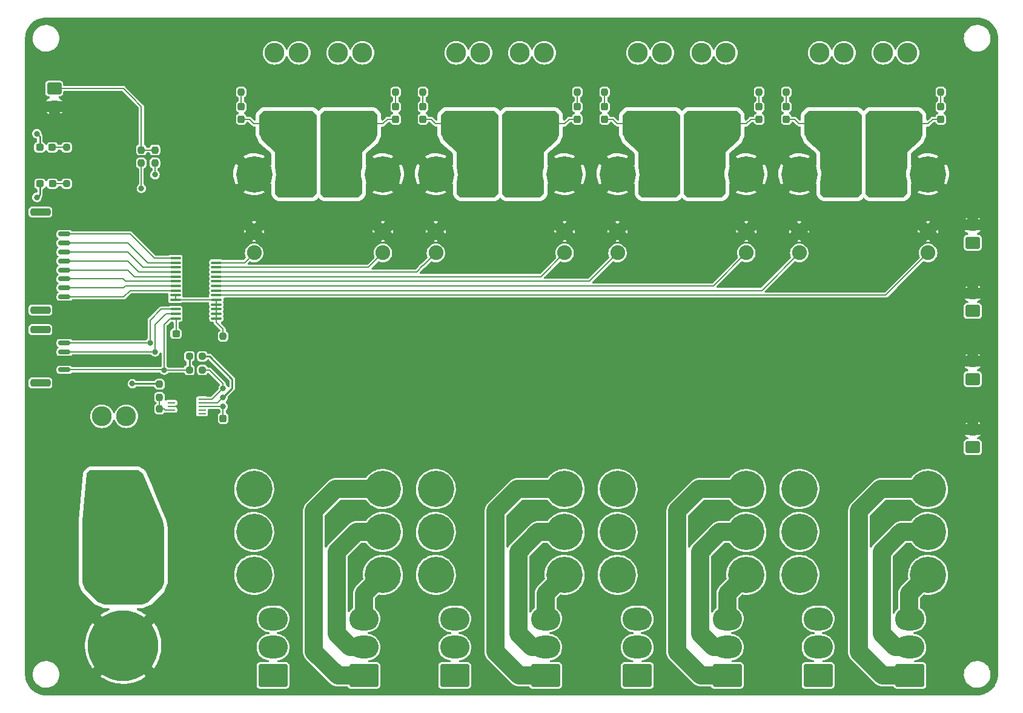
<source format=gtl>
G04 #@! TF.GenerationSoftware,KiCad,Pcbnew,6.0.6-3a73a75311~116~ubuntu22.04.1*
G04 #@! TF.CreationDate,2022-09-02T17:28:32-07:00*
G04 #@! TF.ProjectId,thrusterV3,74687275-7374-4657-9256-332e6b696361,rev?*
G04 #@! TF.SameCoordinates,Original*
G04 #@! TF.FileFunction,Copper,L1,Top*
G04 #@! TF.FilePolarity,Positive*
%FSLAX46Y46*%
G04 Gerber Fmt 4.6, Leading zero omitted, Abs format (unit mm)*
G04 Created by KiCad (PCBNEW 6.0.6-3a73a75311~116~ubuntu22.04.1) date 2022-09-02 17:28:32*
%MOMM*%
%LPD*%
G01*
G04 APERTURE LIST*
G04 Aperture macros list*
%AMRoundRect*
0 Rectangle with rounded corners*
0 $1 Rounding radius*
0 $2 $3 $4 $5 $6 $7 $8 $9 X,Y pos of 4 corners*
0 Add a 4 corners polygon primitive as box body*
4,1,4,$2,$3,$4,$5,$6,$7,$8,$9,$2,$3,0*
0 Add four circle primitives for the rounded corners*
1,1,$1+$1,$2,$3*
1,1,$1+$1,$4,$5*
1,1,$1+$1,$6,$7*
1,1,$1+$1,$8,$9*
0 Add four rect primitives between the rounded corners*
20,1,$1+$1,$2,$3,$4,$5,0*
20,1,$1+$1,$4,$5,$6,$7,0*
20,1,$1+$1,$6,$7,$8,$9,0*
20,1,$1+$1,$8,$9,$2,$3,0*%
G04 Aperture macros list end*
G04 #@! TA.AperFunction,SMDPad,CuDef*
%ADD10RoundRect,0.100000X0.637500X0.100000X-0.637500X0.100000X-0.637500X-0.100000X0.637500X-0.100000X0*%
G04 #@! TD*
G04 #@! TA.AperFunction,ComponentPad*
%ADD11RoundRect,0.250000X1.800000X-1.330000X1.800000X1.330000X-1.800000X1.330000X-1.800000X-1.330000X0*%
G04 #@! TD*
G04 #@! TA.AperFunction,ComponentPad*
%ADD12O,4.100000X3.160000*%
G04 #@! TD*
G04 #@! TA.AperFunction,ComponentPad*
%ADD13C,5.080000*%
G04 #@! TD*
G04 #@! TA.AperFunction,ComponentPad*
%ADD14C,2.070000*%
G04 #@! TD*
G04 #@! TA.AperFunction,ComponentPad*
%ADD15RoundRect,0.250000X-0.750000X0.600000X-0.750000X-0.600000X0.750000X-0.600000X0.750000X0.600000X0*%
G04 #@! TD*
G04 #@! TA.AperFunction,ComponentPad*
%ADD16O,2.000000X1.700000*%
G04 #@! TD*
G04 #@! TA.AperFunction,ComponentPad*
%ADD17C,2.780000*%
G04 #@! TD*
G04 #@! TA.AperFunction,SMDPad,CuDef*
%ADD18RoundRect,0.237500X-0.237500X0.250000X-0.237500X-0.250000X0.237500X-0.250000X0.237500X0.250000X0*%
G04 #@! TD*
G04 #@! TA.AperFunction,SMDPad,CuDef*
%ADD19RoundRect,0.237500X0.250000X0.237500X-0.250000X0.237500X-0.250000X-0.237500X0.250000X-0.237500X0*%
G04 #@! TD*
G04 #@! TA.AperFunction,ComponentPad*
%ADD20RoundRect,0.250000X0.750000X-0.600000X0.750000X0.600000X-0.750000X0.600000X-0.750000X-0.600000X0*%
G04 #@! TD*
G04 #@! TA.AperFunction,SMDPad,CuDef*
%ADD21RoundRect,0.237500X-0.250000X-0.237500X0.250000X-0.237500X0.250000X0.237500X-0.250000X0.237500X0*%
G04 #@! TD*
G04 #@! TA.AperFunction,SMDPad,CuDef*
%ADD22RoundRect,0.237500X-0.300000X-0.237500X0.300000X-0.237500X0.300000X0.237500X-0.300000X0.237500X0*%
G04 #@! TD*
G04 #@! TA.AperFunction,SMDPad,CuDef*
%ADD23RoundRect,0.150000X0.700000X-0.150000X0.700000X0.150000X-0.700000X0.150000X-0.700000X-0.150000X0*%
G04 #@! TD*
G04 #@! TA.AperFunction,SMDPad,CuDef*
%ADD24RoundRect,0.250000X1.150000X-0.250000X1.150000X0.250000X-1.150000X0.250000X-1.150000X-0.250000X0*%
G04 #@! TD*
G04 #@! TA.AperFunction,SMDPad,CuDef*
%ADD25RoundRect,0.237500X0.287500X0.237500X-0.287500X0.237500X-0.287500X-0.237500X0.287500X-0.237500X0*%
G04 #@! TD*
G04 #@! TA.AperFunction,ComponentPad*
%ADD26C,9.900000*%
G04 #@! TD*
G04 #@! TA.AperFunction,SMDPad,CuDef*
%ADD27RoundRect,0.237500X0.237500X-0.250000X0.237500X0.250000X-0.237500X0.250000X-0.237500X-0.250000X0*%
G04 #@! TD*
G04 #@! TA.AperFunction,SMDPad,CuDef*
%ADD28RoundRect,0.237500X-0.237500X0.287500X-0.237500X-0.287500X0.237500X-0.287500X0.237500X0.287500X0*%
G04 #@! TD*
G04 #@! TA.AperFunction,SMDPad,CuDef*
%ADD29RoundRect,0.237500X-0.237500X0.300000X-0.237500X-0.300000X0.237500X-0.300000X0.237500X0.300000X0*%
G04 #@! TD*
G04 #@! TA.AperFunction,SMDPad,CuDef*
%ADD30R,1.100000X0.250000*%
G04 #@! TD*
G04 #@! TA.AperFunction,ViaPad*
%ADD31C,0.800000*%
G04 #@! TD*
G04 #@! TA.AperFunction,Conductor*
%ADD32C,0.200000*%
G04 #@! TD*
G04 #@! TA.AperFunction,Conductor*
%ADD33C,2.540000*%
G04 #@! TD*
G04 #@! TA.AperFunction,Conductor*
%ADD34C,0.190500*%
G04 #@! TD*
G04 #@! TA.AperFunction,Conductor*
%ADD35C,0.250000*%
G04 #@! TD*
G04 #@! TA.AperFunction,Conductor*
%ADD36C,0.127000*%
G04 #@! TD*
G04 APERTURE END LIST*
D10*
X87317500Y-93125000D03*
X87317500Y-92475000D03*
X87317500Y-91825000D03*
X87317500Y-91175000D03*
X87317500Y-90525000D03*
X87317500Y-89875000D03*
X87317500Y-89225000D03*
X87317500Y-88575000D03*
X87317500Y-87925000D03*
X87317500Y-87275000D03*
X87317500Y-86625000D03*
X87317500Y-85975000D03*
X87317500Y-85325000D03*
X87317500Y-84675000D03*
X81592500Y-84675000D03*
X81592500Y-85325000D03*
X81592500Y-85975000D03*
X81592500Y-86625000D03*
X81592500Y-87275000D03*
X81592500Y-87925000D03*
X81592500Y-88575000D03*
X81592500Y-89225000D03*
X81592500Y-89875000D03*
X81592500Y-90525000D03*
X81592500Y-91175000D03*
X81592500Y-91825000D03*
X81592500Y-92475000D03*
X81592500Y-93125000D03*
D11*
X184255000Y-143025000D03*
D12*
X184255000Y-139065000D03*
X184255000Y-135105000D03*
D13*
X110600000Y-72965000D03*
X104600000Y-72965000D03*
X110600000Y-116965000D03*
X110600000Y-122965000D03*
X110600000Y-128965000D03*
D14*
X110600000Y-83965000D03*
X110600000Y-80965000D03*
D15*
X64660000Y-60980000D03*
D16*
X64660000Y-63480000D03*
D17*
X171655000Y-56000000D03*
X175055000Y-56000000D03*
X175055000Y-65920000D03*
X171655000Y-65920000D03*
D18*
X137795000Y-59650000D03*
X137795000Y-61475000D03*
D11*
X107950000Y-143025000D03*
D12*
X107950000Y-139065000D03*
X107950000Y-135105000D03*
D11*
X171450000Y-143025000D03*
D12*
X171450000Y-139065000D03*
X171450000Y-135105000D03*
D18*
X163195000Y-59650000D03*
X163195000Y-61475000D03*
X90805000Y-59650000D03*
X90805000Y-61475000D03*
D19*
X85367500Y-100330000D03*
X83542500Y-100330000D03*
D18*
X76835000Y-69572500D03*
X76835000Y-71397500D03*
D20*
X193040000Y-82550000D03*
D16*
X193040000Y-80050000D03*
D11*
X95250000Y-143025000D03*
D12*
X95250000Y-139065000D03*
X95250000Y-135105000D03*
D21*
X66397500Y-74295000D03*
X68222500Y-74295000D03*
D11*
X120650000Y-143025000D03*
D12*
X120650000Y-139065000D03*
X120650000Y-135105000D03*
D22*
X81687500Y-95250000D03*
X83412500Y-95250000D03*
D17*
X183945000Y-56000000D03*
X180545000Y-56000000D03*
X180545000Y-65920000D03*
X183945000Y-65920000D03*
D20*
X193040000Y-92075000D03*
D16*
X193040000Y-89575000D03*
D17*
X104345000Y-56000000D03*
X107745000Y-56000000D03*
X104345000Y-65920000D03*
X107745000Y-65920000D03*
X74725000Y-116720000D03*
X71325000Y-116720000D03*
X71325000Y-106800000D03*
X74725000Y-106800000D03*
D20*
X193040000Y-101600000D03*
D16*
X193040000Y-99100000D03*
D17*
X95455000Y-56000000D03*
X98855000Y-56000000D03*
X98855000Y-65920000D03*
X95455000Y-65920000D03*
X124255000Y-56000000D03*
X120855000Y-56000000D03*
X124255000Y-65920000D03*
X120855000Y-65920000D03*
X155145000Y-56000000D03*
X158545000Y-56000000D03*
X158545000Y-65920000D03*
X155145000Y-65920000D03*
D18*
X79375000Y-102315000D03*
X79375000Y-104140000D03*
D23*
X66085000Y-100300000D03*
X66085000Y-99050000D03*
X66085000Y-97800000D03*
X66085000Y-96550000D03*
D24*
X62735000Y-94700000D03*
X62735000Y-102150000D03*
D17*
X133145000Y-56000000D03*
X129745000Y-56000000D03*
X133145000Y-65920000D03*
X129745000Y-65920000D03*
D19*
X85367500Y-98425000D03*
X83542500Y-98425000D03*
D18*
X167005000Y-59650000D03*
X167005000Y-61475000D03*
D25*
X64412500Y-74295000D03*
X62662500Y-74295000D03*
D21*
X66397500Y-69215000D03*
X68222500Y-69215000D03*
D18*
X188595000Y-59650000D03*
X188595000Y-61475000D03*
D26*
X74295000Y-127850000D03*
X74295000Y-138850000D03*
D27*
X78740000Y-71397500D03*
X78740000Y-69572500D03*
D20*
X193040000Y-111125000D03*
D16*
X193040000Y-108625000D03*
D11*
X146155000Y-143025000D03*
D12*
X146155000Y-139065000D03*
X146155000Y-135105000D03*
D13*
X186805000Y-72965000D03*
X180805000Y-72965000D03*
X186805000Y-116965000D03*
X186805000Y-122965000D03*
X186805000Y-128965000D03*
D14*
X186805000Y-83965000D03*
X186805000Y-80965000D03*
D28*
X90805000Y-63535000D03*
X90805000Y-65285000D03*
X141605000Y-63535000D03*
X141605000Y-65285000D03*
D17*
X149655000Y-56000000D03*
X146255000Y-56000000D03*
X146255000Y-65920000D03*
X149655000Y-65920000D03*
D18*
X79375000Y-105767500D03*
X79375000Y-107592500D03*
D28*
X116205000Y-63535000D03*
X116205000Y-65285000D03*
D18*
X141605000Y-59650000D03*
X141605000Y-61475000D03*
D29*
X88265000Y-107087500D03*
X88265000Y-108812500D03*
D11*
X133350000Y-143025000D03*
D12*
X133350000Y-139065000D03*
X133350000Y-135105000D03*
D28*
X112395000Y-63535000D03*
X112395000Y-65285000D03*
D30*
X81035000Y-104410000D03*
X81035000Y-104910000D03*
X81035000Y-105410000D03*
X81035000Y-105910000D03*
X81035000Y-106410000D03*
X85335000Y-106410000D03*
X85335000Y-105910000D03*
X85335000Y-105410000D03*
X85335000Y-104910000D03*
X85335000Y-104410000D03*
D28*
X167005000Y-63535000D03*
X167005000Y-65285000D03*
D13*
X161400000Y-72965000D03*
X155400000Y-72965000D03*
X161400000Y-116965000D03*
X161400000Y-122965000D03*
X161400000Y-128965000D03*
D14*
X161400000Y-83965000D03*
X161400000Y-80965000D03*
D11*
X158750000Y-143025000D03*
D12*
X158750000Y-139065000D03*
X158750000Y-135105000D03*
D28*
X188595000Y-63535000D03*
X188595000Y-65285000D03*
D25*
X64375000Y-69215000D03*
X62625000Y-69215000D03*
D18*
X116205000Y-59650000D03*
X116205000Y-61475000D03*
D28*
X163195000Y-63535000D03*
X163195000Y-65285000D03*
D23*
X66085000Y-90090000D03*
X66085000Y-88840000D03*
X66085000Y-87590000D03*
X66085000Y-86340000D03*
X66085000Y-85090000D03*
X66085000Y-83840000D03*
X66085000Y-82590000D03*
X66085000Y-81340000D03*
X66085000Y-80090000D03*
D24*
X62735000Y-91940000D03*
X62735000Y-78240000D03*
D18*
X88265000Y-95607500D03*
X88265000Y-97432500D03*
X112395000Y-59650000D03*
X112395000Y-61475000D03*
D13*
X136000000Y-72965000D03*
X130000000Y-72965000D03*
X136000000Y-116965000D03*
X136000000Y-122965000D03*
X136000000Y-128965000D03*
D14*
X136000000Y-83965000D03*
X136000000Y-80965000D03*
D28*
X137795000Y-63535000D03*
X137795000Y-65285000D03*
D13*
X118000000Y-72965000D03*
X124000000Y-72965000D03*
X118000000Y-116965000D03*
X118000000Y-122965000D03*
X118000000Y-128965000D03*
D14*
X118000000Y-83965000D03*
X118000000Y-80965000D03*
D13*
X143400000Y-72965000D03*
X149400000Y-72965000D03*
X143400000Y-116965000D03*
X143400000Y-122965000D03*
X143400000Y-128965000D03*
D14*
X143400000Y-83965000D03*
X143400000Y-80965000D03*
D13*
X168805000Y-72965000D03*
X174805000Y-72965000D03*
X168805000Y-116965000D03*
X168805000Y-122965000D03*
X168805000Y-128965000D03*
D14*
X168805000Y-83965000D03*
X168805000Y-80965000D03*
D13*
X92600000Y-72965000D03*
X98600000Y-72965000D03*
X92600000Y-116965000D03*
X92600000Y-122965000D03*
X92600000Y-128965000D03*
D14*
X92600000Y-83965000D03*
X92600000Y-80965000D03*
D31*
X80010000Y-100330000D03*
X88265000Y-105410000D03*
X62230000Y-76200000D03*
X76835000Y-74930000D03*
X75565000Y-102235000D03*
X62230000Y-67310000D03*
X78740000Y-73025000D03*
X78040500Y-96520000D03*
X88265000Y-102870000D03*
X78740000Y-97790000D03*
X88265000Y-104140000D03*
D32*
X81035000Y-105410000D02*
X81915000Y-105410000D01*
X90805000Y-65285000D02*
X91955000Y-65285000D01*
X91955000Y-65285000D02*
X92590000Y-65920000D01*
X92590000Y-65920000D02*
X95455000Y-65920000D01*
X91240000Y-85325000D02*
X87317500Y-85325000D01*
X92600000Y-83965000D02*
X91240000Y-85325000D01*
X110610000Y-65920000D02*
X107745000Y-65920000D01*
X112395000Y-65285000D02*
X111245000Y-65285000D01*
X111245000Y-65285000D02*
X110610000Y-65920000D01*
D33*
X107950000Y-143025000D02*
X104290000Y-143025000D01*
X100965000Y-120015000D02*
X104015000Y-116965000D01*
X104015000Y-116965000D02*
X110600000Y-116965000D01*
X104290000Y-143025000D02*
X100965000Y-139700000D01*
X100965000Y-139700000D02*
X100965000Y-120015000D01*
X104140000Y-125730000D02*
X106905000Y-122965000D01*
X106905000Y-122965000D02*
X110600000Y-122965000D01*
X106045000Y-139065000D02*
X104140000Y-137160000D01*
X107950000Y-139065000D02*
X106045000Y-139065000D01*
X104140000Y-137160000D02*
X104140000Y-125730000D01*
X107950000Y-131615000D02*
X110600000Y-128965000D01*
X107950000Y-135105000D02*
X107950000Y-131615000D01*
D32*
X110600000Y-83965000D02*
X108590000Y-85975000D01*
X108590000Y-85975000D02*
X87317500Y-85975000D01*
X117355000Y-65285000D02*
X117990000Y-65920000D01*
X117990000Y-65920000D02*
X120855000Y-65920000D01*
X116205000Y-65285000D02*
X117355000Y-65285000D01*
X116240000Y-85725000D02*
X116205000Y-85725000D01*
X118000000Y-83965000D02*
X116240000Y-85725000D01*
X115305000Y-86625000D02*
X87317500Y-86625000D01*
X116205000Y-85725000D02*
X115305000Y-86625000D01*
X136010000Y-65920000D02*
X133145000Y-65920000D01*
X137795000Y-65285000D02*
X136645000Y-65285000D01*
X136645000Y-65285000D02*
X136010000Y-65920000D01*
D33*
X126348000Y-120017000D02*
X129398000Y-116967000D01*
X129398000Y-116967000D02*
X135983000Y-116967000D01*
X133333000Y-143027000D02*
X129673000Y-143027000D01*
X129673000Y-143027000D02*
X126348000Y-139702000D01*
X126348000Y-139702000D02*
X126348000Y-120017000D01*
X133333000Y-139067000D02*
X131428000Y-139067000D01*
X129523000Y-125732000D02*
X132288000Y-122967000D01*
X131428000Y-139067000D02*
X129523000Y-137162000D01*
X129523000Y-137162000D02*
X129523000Y-125732000D01*
X132288000Y-122967000D02*
X135983000Y-122967000D01*
X133333000Y-135107000D02*
X133333000Y-131617000D01*
X133333000Y-131617000D02*
X135983000Y-128967000D01*
D32*
X132690000Y-87275000D02*
X87317500Y-87275000D01*
X136000000Y-83965000D02*
X132690000Y-87275000D01*
X141605000Y-65285000D02*
X142755000Y-65285000D01*
X143390000Y-65920000D02*
X146255000Y-65920000D01*
X142755000Y-65285000D02*
X143390000Y-65920000D01*
X87317500Y-87925000D02*
X139440000Y-87925000D01*
X139440000Y-87925000D02*
X143400000Y-83965000D01*
X161410000Y-65920000D02*
X158545000Y-65920000D01*
X162045000Y-65285000D02*
X161410000Y-65920000D01*
X163195000Y-65285000D02*
X162045000Y-65285000D01*
D33*
X151748000Y-120017000D02*
X154798000Y-116967000D01*
X158733000Y-143027000D02*
X155073000Y-143027000D01*
X154798000Y-116967000D02*
X161383000Y-116967000D01*
X155073000Y-143027000D02*
X151748000Y-139702000D01*
X151748000Y-139702000D02*
X151748000Y-120017000D01*
X158733000Y-139067000D02*
X156828000Y-139067000D01*
X157688000Y-122967000D02*
X161383000Y-122967000D01*
X154923000Y-137162000D02*
X154923000Y-125732000D01*
X156828000Y-139067000D02*
X154923000Y-137162000D01*
X154923000Y-125732000D02*
X157688000Y-122967000D01*
X158733000Y-135107000D02*
X158733000Y-131617000D01*
X158733000Y-131617000D02*
X161383000Y-128967000D01*
D32*
X87317500Y-88575000D02*
X156790000Y-88575000D01*
X156790000Y-88575000D02*
X161400000Y-83965000D01*
X167005000Y-65285000D02*
X168155000Y-65285000D01*
X168790000Y-65920000D02*
X171655000Y-65920000D01*
X168155000Y-65285000D02*
X168790000Y-65920000D01*
X87317500Y-89225000D02*
X163545000Y-89225000D01*
X163545000Y-89225000D02*
X168805000Y-83965000D01*
X186810000Y-65920000D02*
X183945000Y-65920000D01*
X188595000Y-65285000D02*
X187445000Y-65285000D01*
X187445000Y-65285000D02*
X186810000Y-65920000D01*
D33*
X177148000Y-139702000D02*
X177148000Y-120017000D01*
X184133000Y-143027000D02*
X180473000Y-143027000D01*
X180473000Y-143027000D02*
X177148000Y-139702000D01*
X180198000Y-116967000D02*
X186783000Y-116967000D01*
X177148000Y-120017000D02*
X180198000Y-116967000D01*
X180323000Y-137162000D02*
X180323000Y-125732000D01*
X180323000Y-125732000D02*
X183088000Y-122967000D01*
X183088000Y-122967000D02*
X186783000Y-122967000D01*
X184133000Y-139067000D02*
X182228000Y-139067000D01*
X182228000Y-139067000D02*
X180323000Y-137162000D01*
X184133000Y-131617000D02*
X186783000Y-128967000D01*
X184133000Y-135107000D02*
X184133000Y-131617000D01*
D32*
X180895000Y-89875000D02*
X186805000Y-83965000D01*
X87317500Y-89875000D02*
X180895000Y-89875000D01*
D34*
X80010000Y-93980000D02*
X80865000Y-93125000D01*
D32*
X88265000Y-105410000D02*
X85335000Y-105410000D01*
X80010000Y-100330000D02*
X83542500Y-100330000D01*
X79980000Y-100300000D02*
X66085000Y-100300000D01*
D34*
X80010000Y-100330000D02*
X80010000Y-93980000D01*
D32*
X81687500Y-93220000D02*
X81687500Y-95250000D01*
X81592500Y-93125000D02*
X81687500Y-93220000D01*
X80010000Y-100330000D02*
X79980000Y-100300000D01*
X88265000Y-105410000D02*
X88265000Y-107087500D01*
D35*
X83542500Y-98425000D02*
X83542500Y-100330000D01*
D34*
X80865000Y-93125000D02*
X81592500Y-93125000D01*
D32*
X64375000Y-74295000D02*
X66397500Y-74295000D01*
D35*
X75565000Y-102235000D02*
X79295000Y-102235000D01*
D36*
X76835000Y-71397500D02*
X76835000Y-74930000D01*
D35*
X62662500Y-75767500D02*
X62230000Y-76200000D01*
X62662500Y-74295000D02*
X62662500Y-75767500D01*
X79295000Y-102235000D02*
X79375000Y-102315000D01*
D32*
X64375000Y-69215000D02*
X66397500Y-69215000D01*
D35*
X62625000Y-69215000D02*
X62625000Y-67705000D01*
X62625000Y-67705000D02*
X62230000Y-67310000D01*
D32*
X90805000Y-61475000D02*
X90805000Y-63535000D01*
X112395000Y-61475000D02*
X112395000Y-63535000D01*
X116205000Y-61475000D02*
X116205000Y-63535000D01*
X137795000Y-61475000D02*
X137795000Y-63535000D01*
X141605000Y-61475000D02*
X141605000Y-63535000D01*
X163195000Y-61475000D02*
X163195000Y-63535000D01*
X167005000Y-61475000D02*
X167005000Y-63535000D01*
X188595000Y-61475000D02*
X188595000Y-63535000D01*
D36*
X78740000Y-71397500D02*
X78740000Y-73025000D01*
D32*
X86360000Y-100330000D02*
X85367500Y-100330000D01*
X78040500Y-96520000D02*
X78010500Y-96550000D01*
X88265000Y-102870000D02*
X88265000Y-102235000D01*
X86725000Y-104410000D02*
X85335000Y-104410000D01*
X88265000Y-102235000D02*
X86360000Y-100330000D01*
X78010500Y-96550000D02*
X66085000Y-96550000D01*
D34*
X78040500Y-96520000D02*
X78040500Y-93409500D01*
D32*
X88265000Y-102870000D02*
X86725000Y-104410000D01*
D34*
X79625000Y-91825000D02*
X81592500Y-91825000D01*
X78040500Y-93409500D02*
X79625000Y-91825000D01*
D32*
X87495000Y-104910000D02*
X85335000Y-104910000D01*
D35*
X89535000Y-101600000D02*
X89535000Y-102870000D01*
D32*
X78730000Y-97800000D02*
X66085000Y-97800000D01*
D35*
X85367500Y-98425000D02*
X86360000Y-98425000D01*
X89535000Y-102870000D02*
X88265000Y-104140000D01*
D32*
X78740000Y-97790000D02*
X78730000Y-97800000D01*
D34*
X80245000Y-92475000D02*
X81592500Y-92475000D01*
D32*
X88265000Y-104140000D02*
X87495000Y-104910000D01*
D34*
X78740000Y-97790000D02*
X78740000Y-93980000D01*
X78740000Y-93980000D02*
X80245000Y-92475000D01*
D35*
X86360000Y-98425000D02*
X89535000Y-101600000D01*
D32*
X78642500Y-84675000D02*
X75307500Y-81340000D01*
X81592500Y-84675000D02*
X78740000Y-84675000D01*
X75307500Y-81340000D02*
X66085000Y-81340000D01*
X81592500Y-87275000D02*
X75845000Y-87275000D01*
X74930000Y-86360000D02*
X66105000Y-86360000D01*
X75845000Y-87275000D02*
X74930000Y-86360000D01*
X66105000Y-86360000D02*
X66085000Y-86340000D01*
X74970000Y-82590000D02*
X66085000Y-82590000D01*
X77705000Y-85325000D02*
X74970000Y-82590000D01*
X81592500Y-85325000D02*
X77705000Y-85325000D01*
X74590000Y-87925000D02*
X74255000Y-87590000D01*
X81592500Y-87925000D02*
X74590000Y-87925000D01*
X74255000Y-87590000D02*
X66085000Y-87590000D01*
X77085000Y-85975000D02*
X74950000Y-83840000D01*
X81592500Y-85975000D02*
X77085000Y-85975000D01*
X74950000Y-83840000D02*
X66085000Y-83840000D01*
X81592500Y-88575000D02*
X74620000Y-88575000D01*
X74620000Y-88575000D02*
X74355000Y-88840000D01*
X74355000Y-88840000D02*
X66085000Y-88840000D01*
X74930000Y-85090000D02*
X66085000Y-85090000D01*
X81592500Y-86625000D02*
X76465000Y-86625000D01*
X76465000Y-86625000D02*
X74930000Y-85090000D01*
X74375000Y-90090000D02*
X66085000Y-90090000D01*
X81592500Y-89225000D02*
X75240000Y-89225000D01*
X75240000Y-89225000D02*
X74375000Y-90090000D01*
X80010000Y-105767500D02*
X79375000Y-105767500D01*
X81035000Y-105910000D02*
X80152500Y-105910000D01*
X79375000Y-104140000D02*
X79375000Y-105767500D01*
X80152500Y-105910000D02*
X80010000Y-105767500D01*
D34*
X75575000Y-62240000D02*
X76835000Y-63500000D01*
X74315000Y-60980000D02*
X64660000Y-60980000D01*
D36*
X76835000Y-69572500D02*
X78740000Y-69572500D01*
D34*
X75575000Y-62240000D02*
X74315000Y-60980000D01*
X76835000Y-63500000D02*
X76835000Y-69572500D01*
D32*
X87317500Y-93667500D02*
X88265000Y-94615000D01*
X88265000Y-94615000D02*
X88265000Y-95607500D01*
X87317500Y-90525000D02*
X87317500Y-91175000D01*
X87317500Y-91825000D02*
X87317500Y-92475000D01*
X87317500Y-92475000D02*
X87317500Y-93125000D01*
X81592500Y-89875000D02*
X81592500Y-90525000D01*
X87317500Y-91175000D02*
X87317500Y-91825000D01*
X87317500Y-93125000D02*
X87317500Y-93667500D01*
X81592500Y-90525000D02*
X87317500Y-90525000D01*
G04 #@! TA.AperFunction,Conductor*
G36*
X177053931Y-64155002D02*
G01*
X177074905Y-64171905D01*
X177509095Y-64606095D01*
X177543121Y-64668407D01*
X177546000Y-64695190D01*
X177546000Y-75639810D01*
X177525998Y-75707931D01*
X177509095Y-75728905D01*
X177074905Y-76163095D01*
X177012593Y-76197121D01*
X176985810Y-76200000D01*
X172264190Y-76200000D01*
X172196069Y-76179998D01*
X172175095Y-76163095D01*
X171740905Y-75728905D01*
X171706879Y-75666593D01*
X171704000Y-75639810D01*
X171704000Y-73927862D01*
X171709898Y-73889763D01*
X171761312Y-73727686D01*
X171762378Y-73724326D01*
X171828588Y-73389938D01*
X171857113Y-73050253D01*
X171858303Y-72965000D01*
X171839275Y-72624652D01*
X171782426Y-72288545D01*
X171708881Y-72032062D01*
X171704000Y-71997332D01*
X171704000Y-69850000D01*
X169946250Y-68299044D01*
X169914767Y-68256391D01*
X169556153Y-67461713D01*
X169545000Y-67409886D01*
X169545000Y-64695190D01*
X169565002Y-64627069D01*
X169581905Y-64606095D01*
X170016095Y-64171905D01*
X170078407Y-64137879D01*
X170105190Y-64135000D01*
X176985810Y-64135000D01*
X177053931Y-64155002D01*
G37*
G04 #@! TD.AperFunction*
G04 #@! TA.AperFunction,Conductor*
G36*
X126253931Y-64155002D02*
G01*
X126274905Y-64171905D01*
X126709095Y-64606095D01*
X126743121Y-64668407D01*
X126746000Y-64695190D01*
X126746000Y-75639810D01*
X126725998Y-75707931D01*
X126709095Y-75728905D01*
X126274905Y-76163095D01*
X126212593Y-76197121D01*
X126185810Y-76200000D01*
X121464190Y-76200000D01*
X121396069Y-76179998D01*
X121375095Y-76163095D01*
X120940905Y-75728905D01*
X120906879Y-75666593D01*
X120904000Y-75639810D01*
X120904000Y-73912100D01*
X120909898Y-73874001D01*
X120956312Y-73727686D01*
X120957378Y-73724326D01*
X121023588Y-73389938D01*
X121052113Y-73050253D01*
X121053303Y-72965000D01*
X121034275Y-72624652D01*
X120977426Y-72288545D01*
X120908881Y-72049499D01*
X120904000Y-72014769D01*
X120904000Y-69850000D01*
X119146250Y-68299044D01*
X119114767Y-68256391D01*
X118756153Y-67461713D01*
X118745000Y-67409886D01*
X118745000Y-64695190D01*
X118765002Y-64627069D01*
X118781905Y-64606095D01*
X119216095Y-64171905D01*
X119278407Y-64137879D01*
X119305190Y-64135000D01*
X126185810Y-64135000D01*
X126253931Y-64155002D01*
G37*
G04 #@! TD.AperFunction*
G04 #@! TA.AperFunction,Conductor*
G36*
X160162931Y-64155002D02*
G01*
X160183905Y-64171905D01*
X160618095Y-64606095D01*
X160652121Y-64668407D01*
X160655000Y-64695190D01*
X160655000Y-67409886D01*
X160643847Y-67461713D01*
X160285233Y-68256391D01*
X160253750Y-68299044D01*
X158496000Y-69850000D01*
X158496000Y-72017480D01*
X158490622Y-72053898D01*
X158432309Y-72247040D01*
X158370773Y-72582320D01*
X158346995Y-72922369D01*
X158361269Y-73262950D01*
X158413419Y-73599817D01*
X158414341Y-73603209D01*
X158414341Y-73603211D01*
X158491592Y-73887542D01*
X158496000Y-73920578D01*
X158496000Y-75639810D01*
X158475998Y-75707931D01*
X158459095Y-75728905D01*
X158024905Y-76163095D01*
X157962593Y-76197121D01*
X157935810Y-76200000D01*
X153214190Y-76200000D01*
X153146069Y-76179998D01*
X153125095Y-76163095D01*
X152690905Y-75728905D01*
X152656879Y-75666593D01*
X152654000Y-75639810D01*
X152654000Y-64695190D01*
X152674002Y-64627069D01*
X152690905Y-64606095D01*
X153125095Y-64171905D01*
X153187407Y-64137879D01*
X153214190Y-64135000D01*
X160094810Y-64135000D01*
X160162931Y-64155002D01*
G37*
G04 #@! TD.AperFunction*
G04 #@! TA.AperFunction,Conductor*
G36*
X151653931Y-64155002D02*
G01*
X151674905Y-64171905D01*
X152109095Y-64606095D01*
X152143121Y-64668407D01*
X152146000Y-64695190D01*
X152146000Y-75639810D01*
X152125998Y-75707931D01*
X152109095Y-75728905D01*
X151674905Y-76163095D01*
X151612593Y-76197121D01*
X151585810Y-76200000D01*
X146864190Y-76200000D01*
X146796069Y-76179998D01*
X146775095Y-76163095D01*
X146340905Y-75728905D01*
X146306879Y-75666593D01*
X146304000Y-75639810D01*
X146304000Y-73912100D01*
X146309898Y-73874001D01*
X146356312Y-73727686D01*
X146357378Y-73724326D01*
X146423588Y-73389938D01*
X146452113Y-73050253D01*
X146453303Y-72965000D01*
X146434275Y-72624652D01*
X146377426Y-72288545D01*
X146308881Y-72049499D01*
X146304000Y-72014769D01*
X146304000Y-69850000D01*
X144546250Y-68299044D01*
X144514767Y-68256391D01*
X144156153Y-67461713D01*
X144145000Y-67409886D01*
X144145000Y-64695190D01*
X144165002Y-64627069D01*
X144181905Y-64606095D01*
X144616095Y-64171905D01*
X144678407Y-64137879D01*
X144705190Y-64135000D01*
X151585810Y-64135000D01*
X151653931Y-64155002D01*
G37*
G04 #@! TD.AperFunction*
G04 #@! TA.AperFunction,Conductor*
G36*
X193656110Y-51056577D02*
G01*
X193660375Y-51056577D01*
X193675000Y-51059486D01*
X193689626Y-51056577D01*
X193704534Y-51056577D01*
X193704534Y-51057321D01*
X193713727Y-51056675D01*
X193993508Y-51072387D01*
X194010369Y-51074286D01*
X194279630Y-51120036D01*
X194316491Y-51126299D01*
X194333043Y-51130077D01*
X194631415Y-51216037D01*
X194647429Y-51221640D01*
X194934316Y-51340472D01*
X194949590Y-51347828D01*
X195181923Y-51476234D01*
X195221358Y-51498029D01*
X195235734Y-51507062D01*
X195488969Y-51686742D01*
X195502243Y-51697328D01*
X195733765Y-51904230D01*
X195745770Y-51916235D01*
X195952672Y-52147757D01*
X195963258Y-52161031D01*
X196142938Y-52414266D01*
X196151971Y-52428642D01*
X196302170Y-52700406D01*
X196309528Y-52715684D01*
X196428360Y-53002571D01*
X196433963Y-53018585D01*
X196519923Y-53316957D01*
X196523701Y-53333509D01*
X196575513Y-53638445D01*
X196575713Y-53639625D01*
X196577613Y-53656492D01*
X196578086Y-53664900D01*
X196593325Y-53936273D01*
X196592679Y-53945466D01*
X196593423Y-53945466D01*
X196593423Y-53960374D01*
X196590514Y-53975000D01*
X196593423Y-53989625D01*
X196593423Y-53993890D01*
X196595500Y-54014978D01*
X196595500Y-142835022D01*
X196593423Y-142856110D01*
X196593423Y-142860375D01*
X196590514Y-142875000D01*
X196593423Y-142889626D01*
X196593423Y-142904534D01*
X196592679Y-142904534D01*
X196593325Y-142913727D01*
X196577787Y-143190429D01*
X196577614Y-143193503D01*
X196575714Y-143210369D01*
X196536496Y-143441186D01*
X196523701Y-143516491D01*
X196519923Y-143533043D01*
X196433963Y-143831415D01*
X196428360Y-143847429D01*
X196309528Y-144134316D01*
X196302172Y-144149590D01*
X196214111Y-144308924D01*
X196151971Y-144421358D01*
X196142938Y-144435734D01*
X195963258Y-144688969D01*
X195952672Y-144702243D01*
X195745770Y-144933765D01*
X195733765Y-144945770D01*
X195502243Y-145152672D01*
X195488969Y-145163258D01*
X195235734Y-145342938D01*
X195221357Y-145351971D01*
X194949590Y-145502172D01*
X194934316Y-145509528D01*
X194647429Y-145628360D01*
X194631415Y-145633963D01*
X194333043Y-145719923D01*
X194316491Y-145723701D01*
X194010369Y-145775714D01*
X193993508Y-145777613D01*
X193713727Y-145793325D01*
X193704534Y-145792679D01*
X193704534Y-145793423D01*
X193689626Y-145793423D01*
X193675000Y-145790514D01*
X193660375Y-145793423D01*
X193656110Y-145793423D01*
X193635022Y-145795500D01*
X63539978Y-145795500D01*
X63518890Y-145793423D01*
X63514625Y-145793423D01*
X63500000Y-145790514D01*
X63485374Y-145793423D01*
X63470466Y-145793423D01*
X63470466Y-145792679D01*
X63461273Y-145793325D01*
X63181492Y-145777613D01*
X63164631Y-145775714D01*
X62858509Y-145723701D01*
X62841957Y-145719923D01*
X62543585Y-145633963D01*
X62527571Y-145628360D01*
X62240684Y-145509528D01*
X62225410Y-145502172D01*
X61953643Y-145351971D01*
X61939266Y-145342938D01*
X61686031Y-145163258D01*
X61672757Y-145152672D01*
X61441235Y-144945770D01*
X61429230Y-144933765D01*
X61222328Y-144702243D01*
X61211742Y-144688969D01*
X61032062Y-144435734D01*
X61023029Y-144421358D01*
X60960889Y-144308924D01*
X60872828Y-144149590D01*
X60865472Y-144134316D01*
X60746640Y-143847429D01*
X60741037Y-143831415D01*
X60655077Y-143533043D01*
X60651299Y-143516491D01*
X60638504Y-143441186D01*
X60599286Y-143210369D01*
X60597386Y-143193503D01*
X60597214Y-143190429D01*
X60581869Y-142917186D01*
X61641018Y-142917186D01*
X61641538Y-142922635D01*
X61641538Y-142922641D01*
X61666058Y-143179643D01*
X61666579Y-143185100D01*
X61667883Y-143190429D01*
X61712029Y-143370839D01*
X61730547Y-143446518D01*
X61831583Y-143695963D01*
X61967569Y-143928210D01*
X62135658Y-144138395D01*
X62139669Y-144142142D01*
X62139670Y-144142143D01*
X62164467Y-144165307D01*
X62332327Y-144322113D01*
X62553457Y-144475516D01*
X62558362Y-144477956D01*
X62558365Y-144477958D01*
X62789500Y-144592946D01*
X62789508Y-144592949D01*
X62794416Y-144595391D01*
X63050156Y-144679227D01*
X63055557Y-144680165D01*
X63055562Y-144680166D01*
X63310755Y-144724475D01*
X63310762Y-144724476D01*
X63315319Y-144725267D01*
X63400348Y-144729500D01*
X63568374Y-144729500D01*
X63571115Y-144729301D01*
X63571118Y-144729301D01*
X63608553Y-144726585D01*
X63768425Y-144714985D01*
X63773780Y-144713803D01*
X63773785Y-144713802D01*
X64025874Y-144658145D01*
X64025879Y-144658144D01*
X64031226Y-144656963D01*
X64282900Y-144561613D01*
X64293285Y-144555845D01*
X64513385Y-144433590D01*
X64513386Y-144433590D01*
X64518172Y-144430931D01*
X64732116Y-144267654D01*
X64920249Y-144075203D01*
X65078630Y-143857610D01*
X65203941Y-143619433D01*
X65255857Y-143472420D01*
X65291729Y-143370839D01*
X65291730Y-143370837D01*
X65293557Y-143365662D01*
X65341999Y-143119887D01*
X71108702Y-143119887D01*
X71113349Y-143127937D01*
X71247253Y-143229575D01*
X71252467Y-143233199D01*
X71624407Y-143469238D01*
X71629917Y-143472420D01*
X72020307Y-143676511D01*
X72026051Y-143679214D01*
X72432171Y-143849932D01*
X72438094Y-143852134D01*
X72857072Y-143988269D01*
X72863189Y-143989977D01*
X73292088Y-144090573D01*
X73298298Y-144091758D01*
X73734123Y-144156115D01*
X73740421Y-144156777D01*
X74180079Y-144184438D01*
X74186431Y-144184571D01*
X74626883Y-144175345D01*
X74633174Y-144174949D01*
X75071315Y-144128899D01*
X75077596Y-144127971D01*
X75510310Y-144045426D01*
X75516499Y-144043975D01*
X75940803Y-143925507D01*
X75946819Y-143923553D01*
X76359754Y-143769984D01*
X76365566Y-143767541D01*
X76764194Y-143579960D01*
X76769805Y-143577026D01*
X77151313Y-143356763D01*
X77156680Y-143353357D01*
X77473078Y-143133455D01*
X77483584Y-143121022D01*
X77480880Y-143113511D01*
X74309096Y-139941727D01*
X74295000Y-139933589D01*
X74280904Y-139941727D01*
X71116840Y-143105791D01*
X71108702Y-143119887D01*
X65341999Y-143119887D01*
X65345601Y-143101611D01*
X65358982Y-142832814D01*
X65341387Y-142648389D01*
X65333942Y-142570357D01*
X65333941Y-142570352D01*
X65333421Y-142564900D01*
X65289238Y-142384338D01*
X65270758Y-142308814D01*
X65270757Y-142308810D01*
X65269453Y-142303482D01*
X65168417Y-142054037D01*
X65032431Y-141821790D01*
X64864342Y-141611605D01*
X64836453Y-141585552D01*
X64671683Y-141431633D01*
X64671684Y-141431633D01*
X64667673Y-141427887D01*
X64446543Y-141274484D01*
X64441638Y-141272044D01*
X64441635Y-141272042D01*
X64210500Y-141157054D01*
X64210492Y-141157051D01*
X64205584Y-141154609D01*
X63949844Y-141070773D01*
X63944443Y-141069835D01*
X63944438Y-141069834D01*
X63689245Y-141025525D01*
X63689238Y-141025524D01*
X63684681Y-141024733D01*
X63599652Y-141020500D01*
X63431626Y-141020500D01*
X63428885Y-141020699D01*
X63428882Y-141020699D01*
X63395709Y-141023106D01*
X63231575Y-141035015D01*
X63226220Y-141036197D01*
X63226215Y-141036198D01*
X62974126Y-141091855D01*
X62974121Y-141091856D01*
X62968774Y-141093037D01*
X62717100Y-141188387D01*
X62712311Y-141191047D01*
X62712309Y-141191048D01*
X62562096Y-141274484D01*
X62481828Y-141319069D01*
X62267884Y-141482346D01*
X62079751Y-141674797D01*
X61921370Y-141892390D01*
X61796059Y-142130567D01*
X61706443Y-142384338D01*
X61654399Y-142648389D01*
X61641018Y-142917186D01*
X60581869Y-142917186D01*
X60581675Y-142913727D01*
X60582321Y-142904534D01*
X60581577Y-142904534D01*
X60581577Y-142889626D01*
X60584486Y-142875000D01*
X60581577Y-142860375D01*
X60581577Y-142856110D01*
X60579500Y-142835022D01*
X60579500Y-139070273D01*
X68963872Y-139070273D01*
X68964137Y-139076596D01*
X69001002Y-139515606D01*
X69001792Y-139521866D01*
X69075264Y-139956252D01*
X69076582Y-139962454D01*
X69186139Y-140389151D01*
X69187966Y-140395202D01*
X69332851Y-140811256D01*
X69335177Y-140817130D01*
X69514363Y-141219589D01*
X69517182Y-141225267D01*
X69729416Y-141611319D01*
X69732695Y-141616734D01*
X69976484Y-141983664D01*
X69980212Y-141988796D01*
X70011322Y-142028047D01*
X70024386Y-142037750D01*
X70033612Y-142033757D01*
X73203273Y-138864096D01*
X73211411Y-138850000D01*
X75378589Y-138850000D01*
X75386727Y-138864096D01*
X78551045Y-142028414D01*
X78565141Y-142036552D01*
X78572597Y-142032247D01*
X78737450Y-141805348D01*
X78740947Y-141800084D01*
X78969162Y-141423256D01*
X78972210Y-141417713D01*
X79168095Y-141023106D01*
X79170671Y-141017319D01*
X79332842Y-140607721D01*
X79334929Y-140601728D01*
X79462259Y-140179991D01*
X79463830Y-140173874D01*
X79555430Y-139742935D01*
X79556483Y-139736705D01*
X79611697Y-139299640D01*
X79612228Y-139293316D01*
X79620048Y-139106731D01*
X92941066Y-139106731D01*
X92966352Y-139371756D01*
X92967654Y-139377076D01*
X92967655Y-139377083D01*
X93001552Y-139515606D01*
X93029631Y-139630354D01*
X93129577Y-139877109D01*
X93264097Y-140106852D01*
X93267521Y-140111133D01*
X93267522Y-140111135D01*
X93419797Y-140301545D01*
X93430372Y-140314769D01*
X93434383Y-140318516D01*
X93434384Y-140318517D01*
X93508593Y-140387839D01*
X93624920Y-140496506D01*
X93843666Y-140648255D01*
X93848571Y-140650695D01*
X93848574Y-140650697D01*
X94077110Y-140764392D01*
X94077118Y-140764395D01*
X94082026Y-140766837D01*
X94335007Y-140849769D01*
X94340408Y-140850707D01*
X94340413Y-140850708D01*
X94566325Y-140889932D01*
X94637439Y-140922866D01*
X94682558Y-140986946D01*
X94689593Y-141065000D01*
X94656659Y-141136114D01*
X94592579Y-141181233D01*
X94540425Y-141190500D01*
X93402244Y-141190500D01*
X93340552Y-141197202D01*
X93205236Y-141247929D01*
X93089596Y-141334596D01*
X93002929Y-141450236D01*
X92952202Y-141585552D01*
X92945500Y-141647244D01*
X92945500Y-144402756D01*
X92952202Y-144464448D01*
X93002929Y-144599764D01*
X93089596Y-144715404D01*
X93205236Y-144802071D01*
X93340552Y-144852798D01*
X93402244Y-144859500D01*
X97097756Y-144859500D01*
X97159448Y-144852798D01*
X97294764Y-144802071D01*
X97410404Y-144715404D01*
X97497071Y-144599764D01*
X97547798Y-144464448D01*
X97554500Y-144402756D01*
X97554500Y-141647244D01*
X97547798Y-141585552D01*
X97497071Y-141450236D01*
X97410404Y-141334596D01*
X97294764Y-141247929D01*
X97159448Y-141197202D01*
X97097756Y-141190500D01*
X95955746Y-141190500D01*
X95880046Y-141170216D01*
X95824630Y-141114800D01*
X95804346Y-141039100D01*
X95824630Y-140963400D01*
X95880046Y-140907984D01*
X95944790Y-140888097D01*
X95947597Y-140887893D01*
X95985530Y-140885141D01*
X95990885Y-140883959D01*
X95990890Y-140883958D01*
X96240141Y-140828928D01*
X96240147Y-140828926D01*
X96245497Y-140827745D01*
X96494456Y-140733423D01*
X96653414Y-140645130D01*
X96722400Y-140606812D01*
X96722403Y-140606810D01*
X96727192Y-140604150D01*
X96938828Y-140442634D01*
X97028785Y-140350613D01*
X97121106Y-140256173D01*
X97121107Y-140256172D01*
X97124932Y-140252259D01*
X97227653Y-140111135D01*
X97278379Y-140041444D01*
X97278380Y-140041442D01*
X97281604Y-140037013D01*
X97287813Y-140025213D01*
X97336018Y-139933589D01*
X97405564Y-139801405D01*
X97448600Y-139679537D01*
X97492386Y-139555547D01*
X97492387Y-139555545D01*
X97494214Y-139550370D01*
X97545696Y-139289167D01*
X97558934Y-139023269D01*
X97557270Y-139005819D01*
X97541528Y-138840833D01*
X97533648Y-138758244D01*
X97532346Y-138752924D01*
X97532345Y-138752917D01*
X97471672Y-138504971D01*
X97470369Y-138499646D01*
X97370423Y-138252891D01*
X97235903Y-138023148D01*
X97219730Y-138002925D01*
X97073055Y-137819516D01*
X97073053Y-137819514D01*
X97069628Y-137815231D01*
X97047358Y-137794427D01*
X96879090Y-137637240D01*
X96875080Y-137633494D01*
X96656334Y-137481745D01*
X96651429Y-137479305D01*
X96651426Y-137479303D01*
X96422890Y-137365608D01*
X96422882Y-137365605D01*
X96417974Y-137363163D01*
X96164993Y-137280231D01*
X96159592Y-137279293D01*
X96159587Y-137279292D01*
X95907253Y-137235480D01*
X95907246Y-137235479D01*
X95902689Y-137234688D01*
X95893931Y-137234252D01*
X95819333Y-137210230D01*
X95766740Y-137152127D01*
X95750245Y-137075512D01*
X95774267Y-137000914D01*
X95832370Y-136948321D01*
X95890502Y-136932036D01*
X95903679Y-136931080D01*
X95985530Y-136925141D01*
X95990885Y-136923959D01*
X95990890Y-136923958D01*
X96240141Y-136868928D01*
X96240147Y-136868926D01*
X96245497Y-136867745D01*
X96494456Y-136773423D01*
X96647788Y-136688255D01*
X96722400Y-136646812D01*
X96722403Y-136646810D01*
X96727192Y-136644150D01*
X96938828Y-136482634D01*
X96994710Y-136425470D01*
X97121106Y-136296173D01*
X97121107Y-136296172D01*
X97124932Y-136292259D01*
X97251999Y-136117686D01*
X97278379Y-136081444D01*
X97278380Y-136081442D01*
X97281604Y-136077013D01*
X97405564Y-135841405D01*
X97494214Y-135590370D01*
X97545696Y-135329167D01*
X97558934Y-135063269D01*
X97533648Y-134798244D01*
X97532346Y-134792924D01*
X97532345Y-134792917D01*
X97471672Y-134544971D01*
X97470369Y-134539646D01*
X97370423Y-134292891D01*
X97235903Y-134063148D01*
X97232478Y-134058865D01*
X97073055Y-133859516D01*
X97073053Y-133859514D01*
X97069628Y-133855231D01*
X96875080Y-133673494D01*
X96656334Y-133521745D01*
X96651429Y-133519305D01*
X96651426Y-133519303D01*
X96422890Y-133405608D01*
X96422882Y-133405605D01*
X96417974Y-133403163D01*
X96164993Y-133320231D01*
X96159592Y-133319293D01*
X96159587Y-133319292D01*
X95907253Y-133275480D01*
X95907246Y-133275479D01*
X95902689Y-133274688D01*
X95818566Y-133270500D01*
X94712370Y-133270500D01*
X94709629Y-133270699D01*
X94709626Y-133270699D01*
X94672457Y-133273396D01*
X94514470Y-133284859D01*
X94509115Y-133286041D01*
X94509110Y-133286042D01*
X94259859Y-133341072D01*
X94259853Y-133341074D01*
X94254503Y-133342255D01*
X94005544Y-133436577D01*
X93883376Y-133504435D01*
X93777600Y-133563188D01*
X93777597Y-133563190D01*
X93772808Y-133565850D01*
X93561172Y-133727366D01*
X93557341Y-133731285D01*
X93391952Y-133900470D01*
X93375068Y-133917741D01*
X93218396Y-134132987D01*
X93094436Y-134368595D01*
X93092609Y-134373769D01*
X93019456Y-134580921D01*
X93005786Y-134619630D01*
X92954304Y-134880833D01*
X92941066Y-135146731D01*
X92966352Y-135411756D01*
X92967654Y-135417076D01*
X92967655Y-135417083D01*
X93008740Y-135584981D01*
X93029631Y-135670354D01*
X93129577Y-135917109D01*
X93264097Y-136146852D01*
X93267521Y-136151133D01*
X93267522Y-136151135D01*
X93380382Y-136292259D01*
X93430372Y-136354769D01*
X93624920Y-136536506D01*
X93843666Y-136688255D01*
X93848571Y-136690695D01*
X93848574Y-136690697D01*
X94077110Y-136804392D01*
X94077118Y-136804395D01*
X94082026Y-136806837D01*
X94335007Y-136889769D01*
X94340408Y-136890707D01*
X94340413Y-136890708D01*
X94592747Y-136934520D01*
X94592754Y-136934521D01*
X94597311Y-136935312D01*
X94606069Y-136935748D01*
X94680667Y-136959770D01*
X94733260Y-137017873D01*
X94749755Y-137094488D01*
X94725733Y-137169086D01*
X94667630Y-137221679D01*
X94609498Y-137237964D01*
X94596321Y-137238920D01*
X94514470Y-137244859D01*
X94509115Y-137246041D01*
X94509110Y-137246042D01*
X94259859Y-137301072D01*
X94259853Y-137301074D01*
X94254503Y-137302255D01*
X94005544Y-137396577D01*
X93947683Y-137428716D01*
X93777600Y-137523188D01*
X93777597Y-137523190D01*
X93772808Y-137525850D01*
X93561172Y-137687366D01*
X93557341Y-137691285D01*
X93382056Y-137870593D01*
X93375068Y-137877741D01*
X93371845Y-137882169D01*
X93227307Y-138080745D01*
X93218396Y-138092987D01*
X93215844Y-138097837D01*
X93215843Y-138097839D01*
X93194176Y-138139022D01*
X93094436Y-138328595D01*
X93005786Y-138579630D01*
X92954304Y-138840833D01*
X92954032Y-138846306D01*
X92954031Y-138846310D01*
X92953146Y-138864096D01*
X92941066Y-139106731D01*
X79620048Y-139106731D01*
X79630675Y-138853173D01*
X79630675Y-138846827D01*
X79612228Y-138406684D01*
X79611697Y-138400360D01*
X79556483Y-137963295D01*
X79555430Y-137957065D01*
X79463830Y-137526126D01*
X79462259Y-137520009D01*
X79334929Y-137098272D01*
X79332842Y-137092279D01*
X79170671Y-136682681D01*
X79168095Y-136676894D01*
X78972210Y-136282287D01*
X78969162Y-136276744D01*
X78740947Y-135899916D01*
X78737450Y-135894652D01*
X78576857Y-135673615D01*
X78564209Y-135663374D01*
X78556172Y-135666459D01*
X75386727Y-138835904D01*
X75378589Y-138850000D01*
X73211411Y-138850000D01*
X73203273Y-138835904D01*
X70037798Y-135670429D01*
X70023702Y-135662291D01*
X70014996Y-135667317D01*
X69980212Y-135711204D01*
X69976484Y-135716336D01*
X69732695Y-136083266D01*
X69729416Y-136088681D01*
X69517182Y-136474733D01*
X69514363Y-136480411D01*
X69335177Y-136882870D01*
X69332851Y-136888744D01*
X69187966Y-137304798D01*
X69186139Y-137310849D01*
X69076582Y-137737546D01*
X69075264Y-137743748D01*
X69001792Y-138178134D01*
X69001002Y-138184394D01*
X68964137Y-138623404D01*
X68963872Y-138629727D01*
X68963872Y-139070273D01*
X60579500Y-139070273D01*
X60579500Y-130022937D01*
X68066500Y-130022937D01*
X68076366Y-130123114D01*
X68085957Y-130171332D01*
X68115179Y-130267663D01*
X68116595Y-130271081D01*
X68116598Y-130271090D01*
X68453785Y-131085130D01*
X68455208Y-131088565D01*
X68502665Y-131177349D01*
X68529979Y-131218226D01*
X68532333Y-131221094D01*
X68532335Y-131221097D01*
X68548362Y-131240625D01*
X68593835Y-131296033D01*
X70379967Y-133082165D01*
X70457774Y-133146021D01*
X70498651Y-133173335D01*
X70587435Y-133220792D01*
X70590867Y-133222214D01*
X70590870Y-133222215D01*
X71404910Y-133559402D01*
X71404919Y-133559405D01*
X71408337Y-133560821D01*
X71411874Y-133561894D01*
X71411877Y-133561895D01*
X71424915Y-133565850D01*
X71504668Y-133590043D01*
X71508304Y-133590766D01*
X71508311Y-133590768D01*
X71549250Y-133598911D01*
X71549255Y-133598912D01*
X71552886Y-133599634D01*
X71633275Y-133607551D01*
X71649356Y-133609135D01*
X71649358Y-133609135D01*
X71653063Y-133609500D01*
X72253601Y-133609500D01*
X72329301Y-133629784D01*
X72384717Y-133685200D01*
X72405001Y-133760900D01*
X72384717Y-133836600D01*
X72329301Y-133892016D01*
X72312271Y-133900470D01*
X72026051Y-134020786D01*
X72020307Y-134023489D01*
X71629917Y-134227580D01*
X71624407Y-134230762D01*
X71252467Y-134466801D01*
X71247253Y-134470425D01*
X71118619Y-134568063D01*
X71108646Y-134580921D01*
X71112157Y-134589526D01*
X74280904Y-137758273D01*
X74295000Y-137766411D01*
X74309096Y-137758273D01*
X77475351Y-134592018D01*
X77483489Y-134577922D01*
X77479496Y-134571006D01*
X77156680Y-134346643D01*
X77151313Y-134343237D01*
X76769805Y-134122974D01*
X76764194Y-134120040D01*
X76365566Y-133932459D01*
X76359733Y-133930007D01*
X76286586Y-133902804D01*
X76222704Y-133857406D01*
X76190080Y-133786149D01*
X76197456Y-133708126D01*
X76242854Y-133644244D01*
X76314111Y-133611620D01*
X76339360Y-133609500D01*
X76936937Y-133609500D01*
X76940642Y-133609135D01*
X76940644Y-133609135D01*
X76956725Y-133607551D01*
X77037114Y-133599634D01*
X77040745Y-133598912D01*
X77040750Y-133598911D01*
X77081689Y-133590768D01*
X77081696Y-133590766D01*
X77085332Y-133590043D01*
X77165085Y-133565850D01*
X77178123Y-133561895D01*
X77178126Y-133561894D01*
X77181663Y-133560821D01*
X77185081Y-133559405D01*
X77185090Y-133559402D01*
X77999130Y-133222215D01*
X77999133Y-133222214D01*
X78002565Y-133220792D01*
X78091349Y-133173335D01*
X78132226Y-133146021D01*
X78210033Y-133082165D01*
X79996165Y-131296033D01*
X80041638Y-131240625D01*
X80057665Y-131221097D01*
X80057667Y-131221094D01*
X80060021Y-131218226D01*
X80087335Y-131177349D01*
X80134792Y-131088565D01*
X80136215Y-131085130D01*
X80473402Y-130271090D01*
X80473405Y-130271081D01*
X80474821Y-130267663D01*
X80504043Y-130171332D01*
X80513634Y-130123114D01*
X80523500Y-130022937D01*
X80523500Y-128877074D01*
X89802145Y-128877074D01*
X89810581Y-129199234D01*
X89855990Y-129518290D01*
X89857097Y-129522508D01*
X89857098Y-129522515D01*
X89921979Y-129769826D01*
X89937768Y-129830011D01*
X89939350Y-129834068D01*
X90052045Y-130123114D01*
X90054834Y-130130268D01*
X90205634Y-130415080D01*
X90388170Y-130680671D01*
X90600022Y-130923523D01*
X90838384Y-131140415D01*
X90841921Y-131142957D01*
X90841924Y-131142959D01*
X90977841Y-131240625D01*
X91100094Y-131328473D01*
X91103906Y-131330595D01*
X91103908Y-131330596D01*
X91377872Y-131483083D01*
X91377876Y-131483085D01*
X91381685Y-131485205D01*
X91385712Y-131486873D01*
X91675409Y-131606869D01*
X91675416Y-131606871D01*
X91679425Y-131608532D01*
X91683601Y-131609722D01*
X91683608Y-131609724D01*
X91824122Y-131649750D01*
X91989366Y-131696821D01*
X91993661Y-131697524D01*
X91993664Y-131697525D01*
X92082987Y-131712152D01*
X92307400Y-131748901D01*
X92311759Y-131749107D01*
X92311763Y-131749107D01*
X92468356Y-131756492D01*
X92629313Y-131764083D01*
X92633668Y-131763786D01*
X92633675Y-131763786D01*
X92824191Y-131750797D01*
X92950837Y-131742163D01*
X93267711Y-131683434D01*
X93575735Y-131588673D01*
X93760021Y-131507778D01*
X93866836Y-131460890D01*
X93866837Y-131460889D01*
X93870827Y-131459138D01*
X94149074Y-131296543D01*
X94406788Y-131103045D01*
X94640555Y-130881209D01*
X94655953Y-130862794D01*
X94844481Y-130637317D01*
X94844482Y-130637315D01*
X94847276Y-130633974D01*
X94870626Y-130598428D01*
X95021811Y-130368269D01*
X95021813Y-130368266D01*
X95024209Y-130364618D01*
X95169012Y-130076711D01*
X95279763Y-129774068D01*
X95354996Y-129460702D01*
X95393712Y-129140765D01*
X95399236Y-128965000D01*
X95380685Y-128643264D01*
X95325277Y-128325792D01*
X95233747Y-128016793D01*
X95107309Y-127720361D01*
X94947637Y-127440427D01*
X94756848Y-127180700D01*
X94537472Y-126944623D01*
X94467384Y-126884762D01*
X94295736Y-126738160D01*
X94295730Y-126738156D01*
X94292416Y-126735325D01*
X94024927Y-126555580D01*
X93738552Y-126407771D01*
X93647248Y-126373270D01*
X93441173Y-126295400D01*
X93441167Y-126295398D01*
X93437086Y-126293856D01*
X93124525Y-126215346D01*
X93120218Y-126214779D01*
X93120213Y-126214778D01*
X92809336Y-126173850D01*
X92809329Y-126173849D01*
X92805011Y-126173281D01*
X92800651Y-126173213D01*
X92800644Y-126173212D01*
X92652660Y-126170888D01*
X92482780Y-126168219D01*
X92322441Y-126184223D01*
X92166447Y-126199793D01*
X92166440Y-126199794D01*
X92162103Y-126200227D01*
X92020915Y-126231011D01*
X91851484Y-126267953D01*
X91851476Y-126267955D01*
X91847230Y-126268881D01*
X91843110Y-126270292D01*
X91843105Y-126270293D01*
X91546466Y-126371855D01*
X91546461Y-126371857D01*
X91542334Y-126373270D01*
X91251458Y-126512011D01*
X91185196Y-126553577D01*
X90982156Y-126680943D01*
X90982152Y-126680946D01*
X90978455Y-126683265D01*
X90726946Y-126884762D01*
X90500262Y-127113832D01*
X90301410Y-127367438D01*
X90133024Y-127642219D01*
X89997336Y-127934532D01*
X89896146Y-128240504D01*
X89830793Y-128556079D01*
X89830406Y-128560415D01*
X89830405Y-128560422D01*
X89816141Y-128720251D01*
X89802145Y-128877074D01*
X80523500Y-128877074D01*
X80523500Y-122877074D01*
X89802145Y-122877074D01*
X89810581Y-123199234D01*
X89855990Y-123518290D01*
X89937768Y-123830011D01*
X89939350Y-123834068D01*
X90035477Y-124080619D01*
X90054834Y-124130268D01*
X90205634Y-124415080D01*
X90388170Y-124680671D01*
X90600022Y-124923523D01*
X90838384Y-125140415D01*
X91100094Y-125328473D01*
X91103906Y-125330595D01*
X91103908Y-125330596D01*
X91377872Y-125483083D01*
X91377876Y-125483085D01*
X91381685Y-125485205D01*
X91385712Y-125486873D01*
X91675409Y-125606869D01*
X91675416Y-125606871D01*
X91679425Y-125608532D01*
X91683601Y-125609722D01*
X91683608Y-125609724D01*
X91862681Y-125660734D01*
X91989366Y-125696821D01*
X91993661Y-125697524D01*
X91993664Y-125697525D01*
X92134439Y-125720578D01*
X92307400Y-125748901D01*
X92311759Y-125749107D01*
X92311763Y-125749107D01*
X92468357Y-125756492D01*
X92629313Y-125764083D01*
X92633668Y-125763786D01*
X92633675Y-125763786D01*
X92824191Y-125750797D01*
X92950837Y-125742163D01*
X93267711Y-125683434D01*
X93575735Y-125588673D01*
X93870827Y-125459138D01*
X94149074Y-125296543D01*
X94406788Y-125103045D01*
X94640555Y-124881209D01*
X94650243Y-124869623D01*
X94844481Y-124637317D01*
X94844482Y-124637315D01*
X94847276Y-124633974D01*
X94897743Y-124557146D01*
X95021811Y-124368269D01*
X95021813Y-124368266D01*
X95024209Y-124364618D01*
X95169012Y-124076711D01*
X95279763Y-123774068D01*
X95354996Y-123460702D01*
X95393712Y-123140765D01*
X95399236Y-122965000D01*
X95380685Y-122643264D01*
X95344969Y-122438622D01*
X95326025Y-122330076D01*
X95326024Y-122330071D01*
X95325277Y-122325792D01*
X95233747Y-122016793D01*
X95107309Y-121720361D01*
X94947637Y-121440427D01*
X94756848Y-121180700D01*
X94537472Y-120944623D01*
X94467384Y-120884762D01*
X94295736Y-120738160D01*
X94295730Y-120738156D01*
X94292416Y-120735325D01*
X94024927Y-120555580D01*
X93738552Y-120407771D01*
X93647248Y-120373270D01*
X93441173Y-120295400D01*
X93441167Y-120295398D01*
X93437086Y-120293856D01*
X93124525Y-120215346D01*
X93120218Y-120214779D01*
X93120213Y-120214778D01*
X92809336Y-120173850D01*
X92809329Y-120173849D01*
X92805011Y-120173281D01*
X92800651Y-120173213D01*
X92800644Y-120173212D01*
X92652660Y-120170888D01*
X92482780Y-120168219D01*
X92322441Y-120184223D01*
X92166447Y-120199793D01*
X92166440Y-120199794D01*
X92162103Y-120200227D01*
X92020915Y-120231011D01*
X91851484Y-120267953D01*
X91851476Y-120267955D01*
X91847230Y-120268881D01*
X91843110Y-120270292D01*
X91843105Y-120270293D01*
X91546466Y-120371855D01*
X91546461Y-120371857D01*
X91542334Y-120373270D01*
X91251458Y-120512011D01*
X91185196Y-120553577D01*
X90982156Y-120680943D01*
X90982152Y-120680946D01*
X90978455Y-120683265D01*
X90726946Y-120884762D01*
X90500262Y-121113832D01*
X90301410Y-121367438D01*
X90299134Y-121371151D01*
X90299134Y-121371152D01*
X90139927Y-121630955D01*
X90133024Y-121642219D01*
X90131188Y-121646174D01*
X90131186Y-121646178D01*
X90072057Y-121773560D01*
X89997336Y-121934532D01*
X89995963Y-121938683D01*
X89995962Y-121938686D01*
X89993143Y-121947210D01*
X89896146Y-122240504D01*
X89830793Y-122556079D01*
X89830406Y-122560415D01*
X89830405Y-122560422D01*
X89816141Y-122720251D01*
X89802145Y-122877074D01*
X80523500Y-122877074D01*
X80523500Y-122440476D01*
X80521001Y-122389874D01*
X80518554Y-122365163D01*
X80511081Y-122315059D01*
X80450626Y-122012782D01*
X80320957Y-121364443D01*
X80320590Y-121362608D01*
X80308219Y-121313491D01*
X80307678Y-121311716D01*
X80307672Y-121311696D01*
X80301519Y-121291528D01*
X80300974Y-121289740D01*
X80283817Y-121242063D01*
X80256916Y-121177499D01*
X79783663Y-120041693D01*
X99435773Y-120041693D01*
X99436367Y-120047750D01*
X99439777Y-120082529D01*
X99440500Y-120097303D01*
X99440500Y-139675422D01*
X99440441Y-139679649D01*
X99437637Y-139780046D01*
X99440487Y-139801405D01*
X99448054Y-139858122D01*
X99448896Y-139866002D01*
X99455215Y-139944532D01*
X99456667Y-139950444D01*
X99462823Y-139975508D01*
X99465863Y-139991594D01*
X99470082Y-140023213D01*
X99471840Y-140029035D01*
X99471840Y-140029036D01*
X99492847Y-140098616D01*
X99494939Y-140106261D01*
X99513732Y-140182773D01*
X99516107Y-140188369D01*
X99516108Y-140188371D01*
X99526195Y-140212134D01*
X99531769Y-140227532D01*
X99540987Y-140258064D01*
X99575526Y-140328879D01*
X99578804Y-140336072D01*
X99601627Y-140389839D01*
X99609587Y-140408593D01*
X99626592Y-140435596D01*
X99634548Y-140449892D01*
X99648530Y-140478559D01*
X99658548Y-140492760D01*
X99693935Y-140542925D01*
X99698326Y-140549509D01*
X99740313Y-140616183D01*
X99744335Y-140620745D01*
X99761408Y-140640111D01*
X99771554Y-140652958D01*
X99787197Y-140675133D01*
X99787202Y-140675139D01*
X99789941Y-140679022D01*
X99809784Y-140700753D01*
X99849407Y-140740376D01*
X99855917Y-140747309D01*
X99902548Y-140800201D01*
X99907246Y-140804060D01*
X99934253Y-140826244D01*
X99945210Y-140836179D01*
X103194653Y-144085622D01*
X103197599Y-144088652D01*
X103266592Y-144161610D01*
X103284039Y-144174949D01*
X103329165Y-144209451D01*
X103335333Y-144214428D01*
X103390698Y-144261547D01*
X103390706Y-144261553D01*
X103395331Y-144265489D01*
X103422631Y-144282023D01*
X103436116Y-144291222D01*
X103461479Y-144310613D01*
X103466841Y-144313488D01*
X103530908Y-144347840D01*
X103537795Y-144351768D01*
X103566894Y-144369391D01*
X103605171Y-144392573D01*
X103610808Y-144394850D01*
X103610811Y-144394852D01*
X103634739Y-144404520D01*
X103649567Y-144411466D01*
X103672319Y-144423666D01*
X103672336Y-144423673D01*
X103677682Y-144426540D01*
X103683418Y-144428515D01*
X103683427Y-144428519D01*
X103752172Y-144452189D01*
X103759589Y-144454963D01*
X103783066Y-144464448D01*
X103826990Y-144482195D01*
X103826994Y-144482196D01*
X103832629Y-144484473D01*
X103838558Y-144485820D01*
X103838561Y-144485821D01*
X103863737Y-144491541D01*
X103879484Y-144496026D01*
X103903896Y-144504432D01*
X103903901Y-144504433D01*
X103909639Y-144506409D01*
X103987251Y-144519815D01*
X103995020Y-144521368D01*
X104065915Y-144537475D01*
X104065921Y-144537476D01*
X104071855Y-144538824D01*
X104091189Y-144540040D01*
X104103692Y-144540827D01*
X104119954Y-144542737D01*
X104146689Y-144547355D01*
X104146696Y-144547356D01*
X104151381Y-144548165D01*
X104159001Y-144548511D01*
X104179056Y-144549422D01*
X104179065Y-144549422D01*
X104180778Y-144549500D01*
X104236802Y-144549500D01*
X104246308Y-144549799D01*
X104310619Y-144553845D01*
X104310621Y-144553845D01*
X104316693Y-144554227D01*
X104357529Y-144550223D01*
X104372303Y-144549500D01*
X105589525Y-144549500D01*
X105665225Y-144569784D01*
X105710677Y-144610102D01*
X105789596Y-144715404D01*
X105905236Y-144802071D01*
X106040552Y-144852798D01*
X106102244Y-144859500D01*
X109797756Y-144859500D01*
X109859448Y-144852798D01*
X109994764Y-144802071D01*
X110110404Y-144715404D01*
X110197071Y-144599764D01*
X110247798Y-144464448D01*
X110254500Y-144402756D01*
X110254500Y-141647244D01*
X110247798Y-141585552D01*
X110197071Y-141450236D01*
X110110404Y-141334596D01*
X109994764Y-141247929D01*
X109859448Y-141197202D01*
X109797756Y-141190500D01*
X108655746Y-141190500D01*
X108580046Y-141170216D01*
X108524630Y-141114800D01*
X108504346Y-141039100D01*
X108524630Y-140963400D01*
X108580046Y-140907984D01*
X108644790Y-140888097D01*
X108647597Y-140887893D01*
X108685530Y-140885141D01*
X108690885Y-140883959D01*
X108690890Y-140883958D01*
X108940141Y-140828928D01*
X108940147Y-140828926D01*
X108945497Y-140827745D01*
X109194456Y-140733423D01*
X109353414Y-140645130D01*
X109422400Y-140606812D01*
X109422403Y-140606810D01*
X109427192Y-140604150D01*
X109638828Y-140442634D01*
X109728785Y-140350613D01*
X109821106Y-140256173D01*
X109821107Y-140256172D01*
X109824932Y-140252259D01*
X109927653Y-140111135D01*
X109978379Y-140041444D01*
X109978380Y-140041442D01*
X109981604Y-140037013D01*
X109987813Y-140025213D01*
X110036018Y-139933589D01*
X110105564Y-139801405D01*
X110148600Y-139679537D01*
X110192386Y-139555547D01*
X110192387Y-139555545D01*
X110194214Y-139550370D01*
X110245696Y-139289167D01*
X110254779Y-139106731D01*
X118341066Y-139106731D01*
X118366352Y-139371756D01*
X118367654Y-139377076D01*
X118367655Y-139377083D01*
X118401552Y-139515606D01*
X118429631Y-139630354D01*
X118529577Y-139877109D01*
X118664097Y-140106852D01*
X118667521Y-140111133D01*
X118667522Y-140111135D01*
X118819797Y-140301545D01*
X118830372Y-140314769D01*
X118834383Y-140318516D01*
X118834384Y-140318517D01*
X118908593Y-140387839D01*
X119024920Y-140496506D01*
X119243666Y-140648255D01*
X119248571Y-140650695D01*
X119248574Y-140650697D01*
X119477110Y-140764392D01*
X119477118Y-140764395D01*
X119482026Y-140766837D01*
X119735007Y-140849769D01*
X119740408Y-140850707D01*
X119740413Y-140850708D01*
X119966325Y-140889932D01*
X120037439Y-140922866D01*
X120082558Y-140986946D01*
X120089593Y-141065000D01*
X120056659Y-141136114D01*
X119992579Y-141181233D01*
X119940425Y-141190500D01*
X118802244Y-141190500D01*
X118740552Y-141197202D01*
X118605236Y-141247929D01*
X118489596Y-141334596D01*
X118402929Y-141450236D01*
X118352202Y-141585552D01*
X118345500Y-141647244D01*
X118345500Y-144402756D01*
X118352202Y-144464448D01*
X118402929Y-144599764D01*
X118489596Y-144715404D01*
X118605236Y-144802071D01*
X118740552Y-144852798D01*
X118802244Y-144859500D01*
X122497756Y-144859500D01*
X122559448Y-144852798D01*
X122694764Y-144802071D01*
X122810404Y-144715404D01*
X122897071Y-144599764D01*
X122947798Y-144464448D01*
X122954500Y-144402756D01*
X122954500Y-141647244D01*
X122947798Y-141585552D01*
X122897071Y-141450236D01*
X122810404Y-141334596D01*
X122694764Y-141247929D01*
X122559448Y-141197202D01*
X122497756Y-141190500D01*
X121355746Y-141190500D01*
X121280046Y-141170216D01*
X121224630Y-141114800D01*
X121204346Y-141039100D01*
X121224630Y-140963400D01*
X121280046Y-140907984D01*
X121344790Y-140888097D01*
X121347597Y-140887893D01*
X121385530Y-140885141D01*
X121390885Y-140883959D01*
X121390890Y-140883958D01*
X121640141Y-140828928D01*
X121640147Y-140828926D01*
X121645497Y-140827745D01*
X121894456Y-140733423D01*
X122053414Y-140645130D01*
X122122400Y-140606812D01*
X122122403Y-140606810D01*
X122127192Y-140604150D01*
X122338828Y-140442634D01*
X122428785Y-140350613D01*
X122521106Y-140256173D01*
X122521107Y-140256172D01*
X122524932Y-140252259D01*
X122627653Y-140111135D01*
X122678379Y-140041444D01*
X122678380Y-140041442D01*
X122681604Y-140037013D01*
X122687813Y-140025213D01*
X122736018Y-139933589D01*
X122805564Y-139801405D01*
X122848600Y-139679537D01*
X122892386Y-139555547D01*
X122892387Y-139555545D01*
X122894214Y-139550370D01*
X122945696Y-139289167D01*
X122958934Y-139023269D01*
X122957270Y-139005819D01*
X122941528Y-138840833D01*
X122933648Y-138758244D01*
X122932346Y-138752924D01*
X122932345Y-138752917D01*
X122871672Y-138504971D01*
X122870369Y-138499646D01*
X122770423Y-138252891D01*
X122635903Y-138023148D01*
X122619730Y-138002925D01*
X122473055Y-137819516D01*
X122473053Y-137819514D01*
X122469628Y-137815231D01*
X122447358Y-137794427D01*
X122279090Y-137637240D01*
X122275080Y-137633494D01*
X122056334Y-137481745D01*
X122051429Y-137479305D01*
X122051426Y-137479303D01*
X121822890Y-137365608D01*
X121822882Y-137365605D01*
X121817974Y-137363163D01*
X121564993Y-137280231D01*
X121559592Y-137279293D01*
X121559587Y-137279292D01*
X121307253Y-137235480D01*
X121307246Y-137235479D01*
X121302689Y-137234688D01*
X121293931Y-137234252D01*
X121219333Y-137210230D01*
X121166740Y-137152127D01*
X121150245Y-137075512D01*
X121174267Y-137000914D01*
X121232370Y-136948321D01*
X121290502Y-136932036D01*
X121303679Y-136931080D01*
X121385530Y-136925141D01*
X121390885Y-136923959D01*
X121390890Y-136923958D01*
X121640141Y-136868928D01*
X121640147Y-136868926D01*
X121645497Y-136867745D01*
X121894456Y-136773423D01*
X122047788Y-136688255D01*
X122122400Y-136646812D01*
X122122403Y-136646810D01*
X122127192Y-136644150D01*
X122338828Y-136482634D01*
X122394710Y-136425470D01*
X122521106Y-136296173D01*
X122521107Y-136296172D01*
X122524932Y-136292259D01*
X122651999Y-136117686D01*
X122678379Y-136081444D01*
X122678380Y-136081442D01*
X122681604Y-136077013D01*
X122805564Y-135841405D01*
X122894214Y-135590370D01*
X122945696Y-135329167D01*
X122958934Y-135063269D01*
X122933648Y-134798244D01*
X122932346Y-134792924D01*
X122932345Y-134792917D01*
X122871672Y-134544971D01*
X122870369Y-134539646D01*
X122770423Y-134292891D01*
X122635903Y-134063148D01*
X122632478Y-134058865D01*
X122473055Y-133859516D01*
X122473053Y-133859514D01*
X122469628Y-133855231D01*
X122275080Y-133673494D01*
X122056334Y-133521745D01*
X122051429Y-133519305D01*
X122051426Y-133519303D01*
X121822890Y-133405608D01*
X121822882Y-133405605D01*
X121817974Y-133403163D01*
X121564993Y-133320231D01*
X121559592Y-133319293D01*
X121559587Y-133319292D01*
X121307253Y-133275480D01*
X121307246Y-133275479D01*
X121302689Y-133274688D01*
X121218566Y-133270500D01*
X120112370Y-133270500D01*
X120109629Y-133270699D01*
X120109626Y-133270699D01*
X120072457Y-133273396D01*
X119914470Y-133284859D01*
X119909115Y-133286041D01*
X119909110Y-133286042D01*
X119659859Y-133341072D01*
X119659853Y-133341074D01*
X119654503Y-133342255D01*
X119405544Y-133436577D01*
X119283376Y-133504435D01*
X119177600Y-133563188D01*
X119177597Y-133563190D01*
X119172808Y-133565850D01*
X118961172Y-133727366D01*
X118957341Y-133731285D01*
X118791952Y-133900470D01*
X118775068Y-133917741D01*
X118618396Y-134132987D01*
X118494436Y-134368595D01*
X118492609Y-134373769D01*
X118419456Y-134580921D01*
X118405786Y-134619630D01*
X118354304Y-134880833D01*
X118341066Y-135146731D01*
X118366352Y-135411756D01*
X118367654Y-135417076D01*
X118367655Y-135417083D01*
X118408740Y-135584981D01*
X118429631Y-135670354D01*
X118529577Y-135917109D01*
X118664097Y-136146852D01*
X118667521Y-136151133D01*
X118667522Y-136151135D01*
X118780382Y-136292259D01*
X118830372Y-136354769D01*
X119024920Y-136536506D01*
X119243666Y-136688255D01*
X119248571Y-136690695D01*
X119248574Y-136690697D01*
X119477110Y-136804392D01*
X119477118Y-136804395D01*
X119482026Y-136806837D01*
X119735007Y-136889769D01*
X119740408Y-136890707D01*
X119740413Y-136890708D01*
X119992747Y-136934520D01*
X119992754Y-136934521D01*
X119997311Y-136935312D01*
X120006069Y-136935748D01*
X120080667Y-136959770D01*
X120133260Y-137017873D01*
X120149755Y-137094488D01*
X120125733Y-137169086D01*
X120067630Y-137221679D01*
X120009498Y-137237964D01*
X119996321Y-137238920D01*
X119914470Y-137244859D01*
X119909115Y-137246041D01*
X119909110Y-137246042D01*
X119659859Y-137301072D01*
X119659853Y-137301074D01*
X119654503Y-137302255D01*
X119405544Y-137396577D01*
X119347683Y-137428716D01*
X119177600Y-137523188D01*
X119177597Y-137523190D01*
X119172808Y-137525850D01*
X118961172Y-137687366D01*
X118957341Y-137691285D01*
X118782056Y-137870593D01*
X118775068Y-137877741D01*
X118771845Y-137882169D01*
X118627307Y-138080745D01*
X118618396Y-138092987D01*
X118615844Y-138097837D01*
X118615843Y-138097839D01*
X118594176Y-138139022D01*
X118494436Y-138328595D01*
X118405786Y-138579630D01*
X118354304Y-138840833D01*
X118354032Y-138846306D01*
X118354031Y-138846310D01*
X118353146Y-138864096D01*
X118341066Y-139106731D01*
X110254779Y-139106731D01*
X110258934Y-139023269D01*
X110257270Y-139005819D01*
X110241528Y-138840833D01*
X110233648Y-138758244D01*
X110232346Y-138752924D01*
X110232345Y-138752917D01*
X110171672Y-138504971D01*
X110170369Y-138499646D01*
X110070423Y-138252891D01*
X109935903Y-138023148D01*
X109919730Y-138002925D01*
X109773055Y-137819516D01*
X109773053Y-137819514D01*
X109769628Y-137815231D01*
X109747358Y-137794427D01*
X109579090Y-137637240D01*
X109575080Y-137633494D01*
X109356334Y-137481745D01*
X109351429Y-137479305D01*
X109351426Y-137479303D01*
X109122890Y-137365608D01*
X109122882Y-137365605D01*
X109117974Y-137363163D01*
X108864993Y-137280231D01*
X108859592Y-137279293D01*
X108859587Y-137279292D01*
X108607253Y-137235480D01*
X108607246Y-137235479D01*
X108602689Y-137234688D01*
X108593931Y-137234252D01*
X108519333Y-137210230D01*
X108466740Y-137152127D01*
X108450245Y-137075512D01*
X108474267Y-137000914D01*
X108532370Y-136948321D01*
X108590502Y-136932036D01*
X108603679Y-136931080D01*
X108685530Y-136925141D01*
X108690885Y-136923959D01*
X108690890Y-136923958D01*
X108940141Y-136868928D01*
X108940147Y-136868926D01*
X108945497Y-136867745D01*
X109194456Y-136773423D01*
X109347788Y-136688255D01*
X109422400Y-136646812D01*
X109422403Y-136646810D01*
X109427192Y-136644150D01*
X109638828Y-136482634D01*
X109694710Y-136425470D01*
X109821106Y-136296173D01*
X109821107Y-136296172D01*
X109824932Y-136292259D01*
X109951999Y-136117686D01*
X109978379Y-136081444D01*
X109978380Y-136081442D01*
X109981604Y-136077013D01*
X110105564Y-135841405D01*
X110194214Y-135590370D01*
X110245696Y-135329167D01*
X110258934Y-135063269D01*
X110233648Y-134798244D01*
X110232346Y-134792924D01*
X110232345Y-134792917D01*
X110171672Y-134544971D01*
X110170369Y-134539646D01*
X110070423Y-134292891D01*
X109935903Y-134063148D01*
X109932478Y-134058865D01*
X109773055Y-133859516D01*
X109773053Y-133859514D01*
X109769628Y-133855231D01*
X109749684Y-133836600D01*
X109579084Y-133677234D01*
X109579081Y-133677232D01*
X109575080Y-133673494D01*
X109539602Y-133648882D01*
X109488965Y-133589067D01*
X109474500Y-133524485D01*
X109474500Y-132309181D01*
X109494784Y-132233481D01*
X109518844Y-132202125D01*
X109964353Y-131756616D01*
X110032224Y-131717431D01*
X110095874Y-131714262D01*
X110307400Y-131748901D01*
X110311759Y-131749107D01*
X110311763Y-131749107D01*
X110468356Y-131756492D01*
X110629313Y-131764083D01*
X110633668Y-131763786D01*
X110633675Y-131763786D01*
X110824191Y-131750797D01*
X110950837Y-131742163D01*
X111267711Y-131683434D01*
X111575735Y-131588673D01*
X111760021Y-131507778D01*
X111866836Y-131460890D01*
X111866837Y-131460889D01*
X111870827Y-131459138D01*
X112149074Y-131296543D01*
X112406788Y-131103045D01*
X112640555Y-130881209D01*
X112655953Y-130862794D01*
X112844481Y-130637317D01*
X112844482Y-130637315D01*
X112847276Y-130633974D01*
X112870626Y-130598428D01*
X113021811Y-130368269D01*
X113021813Y-130368266D01*
X113024209Y-130364618D01*
X113169012Y-130076711D01*
X113279763Y-129774068D01*
X113354996Y-129460702D01*
X113393712Y-129140765D01*
X113399236Y-128965000D01*
X113394166Y-128877074D01*
X115202145Y-128877074D01*
X115210581Y-129199234D01*
X115255990Y-129518290D01*
X115257097Y-129522508D01*
X115257098Y-129522515D01*
X115321979Y-129769826D01*
X115337768Y-129830011D01*
X115339350Y-129834068D01*
X115452045Y-130123114D01*
X115454834Y-130130268D01*
X115605634Y-130415080D01*
X115788170Y-130680671D01*
X116000022Y-130923523D01*
X116238384Y-131140415D01*
X116241921Y-131142957D01*
X116241924Y-131142959D01*
X116377841Y-131240625D01*
X116500094Y-131328473D01*
X116503906Y-131330595D01*
X116503908Y-131330596D01*
X116777872Y-131483083D01*
X116777876Y-131483085D01*
X116781685Y-131485205D01*
X116785712Y-131486873D01*
X117075409Y-131606869D01*
X117075416Y-131606871D01*
X117079425Y-131608532D01*
X117083601Y-131609722D01*
X117083608Y-131609724D01*
X117224122Y-131649750D01*
X117389366Y-131696821D01*
X117393661Y-131697524D01*
X117393664Y-131697525D01*
X117482987Y-131712152D01*
X117707400Y-131748901D01*
X117711759Y-131749107D01*
X117711763Y-131749107D01*
X117868356Y-131756492D01*
X118029313Y-131764083D01*
X118033668Y-131763786D01*
X118033675Y-131763786D01*
X118224191Y-131750797D01*
X118350837Y-131742163D01*
X118667711Y-131683434D01*
X118975735Y-131588673D01*
X119160021Y-131507778D01*
X119266836Y-131460890D01*
X119266837Y-131460889D01*
X119270827Y-131459138D01*
X119549074Y-131296543D01*
X119806788Y-131103045D01*
X120040555Y-130881209D01*
X120055953Y-130862794D01*
X120244481Y-130637317D01*
X120244482Y-130637315D01*
X120247276Y-130633974D01*
X120270626Y-130598428D01*
X120421811Y-130368269D01*
X120421813Y-130368266D01*
X120424209Y-130364618D01*
X120569012Y-130076711D01*
X120679763Y-129774068D01*
X120754996Y-129460702D01*
X120793712Y-129140765D01*
X120799236Y-128965000D01*
X120780685Y-128643264D01*
X120725277Y-128325792D01*
X120633747Y-128016793D01*
X120507309Y-127720361D01*
X120347637Y-127440427D01*
X120156848Y-127180700D01*
X119937472Y-126944623D01*
X119867384Y-126884762D01*
X119695736Y-126738160D01*
X119695730Y-126738156D01*
X119692416Y-126735325D01*
X119424927Y-126555580D01*
X119138552Y-126407771D01*
X119047248Y-126373270D01*
X118841173Y-126295400D01*
X118841167Y-126295398D01*
X118837086Y-126293856D01*
X118524525Y-126215346D01*
X118520218Y-126214779D01*
X118520213Y-126214778D01*
X118209336Y-126173850D01*
X118209329Y-126173849D01*
X118205011Y-126173281D01*
X118200651Y-126173213D01*
X118200644Y-126173212D01*
X118052660Y-126170888D01*
X117882780Y-126168219D01*
X117722441Y-126184223D01*
X117566447Y-126199793D01*
X117566440Y-126199794D01*
X117562103Y-126200227D01*
X117420915Y-126231011D01*
X117251484Y-126267953D01*
X117251476Y-126267955D01*
X117247230Y-126268881D01*
X117243110Y-126270292D01*
X117243105Y-126270293D01*
X116946466Y-126371855D01*
X116946461Y-126371857D01*
X116942334Y-126373270D01*
X116651458Y-126512011D01*
X116585196Y-126553577D01*
X116382156Y-126680943D01*
X116382152Y-126680946D01*
X116378455Y-126683265D01*
X116126946Y-126884762D01*
X115900262Y-127113832D01*
X115701410Y-127367438D01*
X115533024Y-127642219D01*
X115397336Y-127934532D01*
X115296146Y-128240504D01*
X115230793Y-128556079D01*
X115230406Y-128560415D01*
X115230405Y-128560422D01*
X115216141Y-128720251D01*
X115202145Y-128877074D01*
X113394166Y-128877074D01*
X113380685Y-128643264D01*
X113325277Y-128325792D01*
X113233747Y-128016793D01*
X113107309Y-127720361D01*
X112947637Y-127440427D01*
X112756848Y-127180700D01*
X112537472Y-126944623D01*
X112467384Y-126884762D01*
X112295736Y-126738160D01*
X112295730Y-126738156D01*
X112292416Y-126735325D01*
X112024927Y-126555580D01*
X111738552Y-126407771D01*
X111647248Y-126373270D01*
X111441173Y-126295400D01*
X111441167Y-126295398D01*
X111437086Y-126293856D01*
X111124525Y-126215346D01*
X111120218Y-126214779D01*
X111120213Y-126214778D01*
X110809336Y-126173850D01*
X110809329Y-126173849D01*
X110805011Y-126173281D01*
X110800651Y-126173213D01*
X110800644Y-126173212D01*
X110652660Y-126170888D01*
X110482780Y-126168219D01*
X110322441Y-126184223D01*
X110166447Y-126199793D01*
X110166440Y-126199794D01*
X110162103Y-126200227D01*
X110020915Y-126231011D01*
X109851484Y-126267953D01*
X109851476Y-126267955D01*
X109847230Y-126268881D01*
X109843110Y-126270292D01*
X109843105Y-126270293D01*
X109546466Y-126371855D01*
X109546461Y-126371857D01*
X109542334Y-126373270D01*
X109251458Y-126512011D01*
X109185196Y-126553577D01*
X108982156Y-126680943D01*
X108982152Y-126680946D01*
X108978455Y-126683265D01*
X108726946Y-126884762D01*
X108500262Y-127113832D01*
X108301410Y-127367438D01*
X108133024Y-127642219D01*
X107997336Y-127934532D01*
X107896146Y-128240504D01*
X107830793Y-128556079D01*
X107830406Y-128560415D01*
X107830405Y-128560422D01*
X107816141Y-128720251D01*
X107802145Y-128877074D01*
X107810581Y-129199234D01*
X107811194Y-129203539D01*
X107849660Y-129473816D01*
X107840244Y-129551619D01*
X107806826Y-129602205D01*
X106889378Y-130519653D01*
X106886348Y-130522599D01*
X106813390Y-130591592D01*
X106809693Y-130596428D01*
X106765549Y-130654165D01*
X106760572Y-130660333D01*
X106713457Y-130715693D01*
X106713450Y-130715703D01*
X106709511Y-130720331D01*
X106706359Y-130725536D01*
X106706358Y-130725537D01*
X106692993Y-130747606D01*
X106683772Y-130761124D01*
X106664387Y-130786479D01*
X106660439Y-130793843D01*
X106627161Y-130855906D01*
X106623237Y-130862785D01*
X106582426Y-130930171D01*
X106570471Y-130959759D01*
X106563534Y-130974569D01*
X106548460Y-131002682D01*
X106522806Y-131077186D01*
X106520046Y-131084566D01*
X106492808Y-131151981D01*
X106492805Y-131151991D01*
X106490527Y-131157629D01*
X106486047Y-131177349D01*
X106483459Y-131188737D01*
X106478974Y-131204484D01*
X106473254Y-131221097D01*
X106468591Y-131234639D01*
X106467557Y-131240625D01*
X106455186Y-131312246D01*
X106453632Y-131320020D01*
X106437525Y-131390915D01*
X106437524Y-131390921D01*
X106436176Y-131396855D01*
X106435794Y-131402929D01*
X106434173Y-131428692D01*
X106432263Y-131444954D01*
X106429511Y-131460890D01*
X106426835Y-131476381D01*
X106425500Y-131505778D01*
X106425500Y-131561802D01*
X106425201Y-131571308D01*
X106424219Y-131586925D01*
X106420773Y-131641693D01*
X106421367Y-131647750D01*
X106424777Y-131682529D01*
X106425500Y-131697303D01*
X106425500Y-133527046D01*
X106405216Y-133602746D01*
X106365952Y-133647400D01*
X106261172Y-133727366D01*
X106257341Y-133731285D01*
X106091952Y-133900470D01*
X106075068Y-133917741D01*
X105972348Y-134058865D01*
X105938308Y-134105631D01*
X105877360Y-134154898D01*
X105799943Y-134167091D01*
X105726803Y-134138942D01*
X105677536Y-134077994D01*
X105664500Y-134016534D01*
X105664500Y-126424181D01*
X105684784Y-126348481D01*
X105708844Y-126317125D01*
X107492124Y-124533844D01*
X107559995Y-124494659D01*
X107599180Y-124489500D01*
X108177126Y-124489500D01*
X108252826Y-124509784D01*
X108301899Y-124555146D01*
X108388170Y-124680671D01*
X108600022Y-124923523D01*
X108838384Y-125140415D01*
X109100094Y-125328473D01*
X109103906Y-125330595D01*
X109103908Y-125330596D01*
X109377872Y-125483083D01*
X109377876Y-125483085D01*
X109381685Y-125485205D01*
X109385712Y-125486873D01*
X109675409Y-125606869D01*
X109675416Y-125606871D01*
X109679425Y-125608532D01*
X109683601Y-125609722D01*
X109683608Y-125609724D01*
X109862681Y-125660734D01*
X109989366Y-125696821D01*
X109993661Y-125697524D01*
X109993664Y-125697525D01*
X110134439Y-125720578D01*
X110307400Y-125748901D01*
X110311759Y-125749107D01*
X110311763Y-125749107D01*
X110468357Y-125756492D01*
X110629313Y-125764083D01*
X110633668Y-125763786D01*
X110633675Y-125763786D01*
X110824191Y-125750797D01*
X110950837Y-125742163D01*
X111267711Y-125683434D01*
X111575735Y-125588673D01*
X111870827Y-125459138D01*
X112149074Y-125296543D01*
X112406788Y-125103045D01*
X112640555Y-124881209D01*
X112650243Y-124869623D01*
X112844481Y-124637317D01*
X112844482Y-124637315D01*
X112847276Y-124633974D01*
X112897743Y-124557146D01*
X113021811Y-124368269D01*
X113021813Y-124368266D01*
X113024209Y-124364618D01*
X113169012Y-124076711D01*
X113279763Y-123774068D01*
X113354996Y-123460702D01*
X113393712Y-123140765D01*
X113399236Y-122965000D01*
X113394166Y-122877074D01*
X115202145Y-122877074D01*
X115210581Y-123199234D01*
X115255990Y-123518290D01*
X115337768Y-123830011D01*
X115339350Y-123834068D01*
X115435477Y-124080619D01*
X115454834Y-124130268D01*
X115605634Y-124415080D01*
X115788170Y-124680671D01*
X116000022Y-124923523D01*
X116238384Y-125140415D01*
X116500094Y-125328473D01*
X116503906Y-125330595D01*
X116503908Y-125330596D01*
X116777872Y-125483083D01*
X116777876Y-125483085D01*
X116781685Y-125485205D01*
X116785712Y-125486873D01*
X117075409Y-125606869D01*
X117075416Y-125606871D01*
X117079425Y-125608532D01*
X117083601Y-125609722D01*
X117083608Y-125609724D01*
X117262681Y-125660734D01*
X117389366Y-125696821D01*
X117393661Y-125697524D01*
X117393664Y-125697525D01*
X117534439Y-125720578D01*
X117707400Y-125748901D01*
X117711759Y-125749107D01*
X117711763Y-125749107D01*
X117868357Y-125756492D01*
X118029313Y-125764083D01*
X118033668Y-125763786D01*
X118033675Y-125763786D01*
X118224191Y-125750797D01*
X118350837Y-125742163D01*
X118667711Y-125683434D01*
X118975735Y-125588673D01*
X119270827Y-125459138D01*
X119549074Y-125296543D01*
X119806788Y-125103045D01*
X120040555Y-124881209D01*
X120050243Y-124869623D01*
X120244481Y-124637317D01*
X120244482Y-124637315D01*
X120247276Y-124633974D01*
X120297743Y-124557146D01*
X120421811Y-124368269D01*
X120421813Y-124368266D01*
X120424209Y-124364618D01*
X120569012Y-124076711D01*
X120679763Y-123774068D01*
X120754996Y-123460702D01*
X120793712Y-123140765D01*
X120799236Y-122965000D01*
X120780685Y-122643264D01*
X120744969Y-122438622D01*
X120726025Y-122330076D01*
X120726024Y-122330071D01*
X120725277Y-122325792D01*
X120633747Y-122016793D01*
X120507309Y-121720361D01*
X120347637Y-121440427D01*
X120156848Y-121180700D01*
X119937472Y-120944623D01*
X119867384Y-120884762D01*
X119695736Y-120738160D01*
X119695730Y-120738156D01*
X119692416Y-120735325D01*
X119424927Y-120555580D01*
X119138552Y-120407771D01*
X119047248Y-120373270D01*
X118841173Y-120295400D01*
X118841167Y-120295398D01*
X118837086Y-120293856D01*
X118524525Y-120215346D01*
X118520218Y-120214779D01*
X118520213Y-120214778D01*
X118209336Y-120173850D01*
X118209329Y-120173849D01*
X118205011Y-120173281D01*
X118200651Y-120173213D01*
X118200644Y-120173212D01*
X118052660Y-120170888D01*
X117882780Y-120168219D01*
X117722441Y-120184223D01*
X117566447Y-120199793D01*
X117566440Y-120199794D01*
X117562103Y-120200227D01*
X117420915Y-120231011D01*
X117251484Y-120267953D01*
X117251476Y-120267955D01*
X117247230Y-120268881D01*
X117243110Y-120270292D01*
X117243105Y-120270293D01*
X116946466Y-120371855D01*
X116946461Y-120371857D01*
X116942334Y-120373270D01*
X116651458Y-120512011D01*
X116585196Y-120553577D01*
X116382156Y-120680943D01*
X116382152Y-120680946D01*
X116378455Y-120683265D01*
X116126946Y-120884762D01*
X115900262Y-121113832D01*
X115701410Y-121367438D01*
X115699134Y-121371151D01*
X115699134Y-121371152D01*
X115539927Y-121630955D01*
X115533024Y-121642219D01*
X115531188Y-121646174D01*
X115531186Y-121646178D01*
X115472057Y-121773560D01*
X115397336Y-121934532D01*
X115395963Y-121938683D01*
X115395962Y-121938686D01*
X115393143Y-121947210D01*
X115296146Y-122240504D01*
X115230793Y-122556079D01*
X115230406Y-122560415D01*
X115230405Y-122560422D01*
X115216141Y-122720251D01*
X115202145Y-122877074D01*
X113394166Y-122877074D01*
X113380685Y-122643264D01*
X113344969Y-122438622D01*
X113326025Y-122330076D01*
X113326024Y-122330071D01*
X113325277Y-122325792D01*
X113233747Y-122016793D01*
X113107309Y-121720361D01*
X112947637Y-121440427D01*
X112756848Y-121180700D01*
X112537472Y-120944623D01*
X112467384Y-120884762D01*
X112295736Y-120738160D01*
X112295730Y-120738156D01*
X112292416Y-120735325D01*
X112024927Y-120555580D01*
X111738552Y-120407771D01*
X111647248Y-120373270D01*
X111441173Y-120295400D01*
X111441167Y-120295398D01*
X111437086Y-120293856D01*
X111124525Y-120215346D01*
X111120218Y-120214779D01*
X111120213Y-120214778D01*
X110809336Y-120173850D01*
X110809329Y-120173849D01*
X110805011Y-120173281D01*
X110800651Y-120173213D01*
X110800644Y-120173212D01*
X110652660Y-120170888D01*
X110482780Y-120168219D01*
X110322441Y-120184223D01*
X110166447Y-120199793D01*
X110166440Y-120199794D01*
X110162103Y-120200227D01*
X110020915Y-120231011D01*
X109851484Y-120267953D01*
X109851476Y-120267955D01*
X109847230Y-120268881D01*
X109843110Y-120270292D01*
X109843105Y-120270293D01*
X109546466Y-120371855D01*
X109546461Y-120371857D01*
X109542334Y-120373270D01*
X109251458Y-120512011D01*
X109185196Y-120553577D01*
X108982156Y-120680943D01*
X108982152Y-120680946D01*
X108978455Y-120683265D01*
X108726946Y-120884762D01*
X108500262Y-121113832D01*
X108301410Y-121367438D01*
X108299134Y-121371152D01*
X108296641Y-121374739D01*
X108295157Y-121373708D01*
X108244044Y-121422178D01*
X108171849Y-121440500D01*
X106929563Y-121440500D01*
X106925336Y-121440441D01*
X106924190Y-121440409D01*
X106824954Y-121437637D01*
X106753284Y-121447199D01*
X106746878Y-121448054D01*
X106738998Y-121448896D01*
X106725500Y-121449982D01*
X106660468Y-121455215D01*
X106654556Y-121456667D01*
X106629492Y-121462823D01*
X106613406Y-121465863D01*
X106581787Y-121470082D01*
X106506370Y-121492852D01*
X106498750Y-121494936D01*
X106463717Y-121503541D01*
X106428133Y-121512281D01*
X106428129Y-121512282D01*
X106422227Y-121513732D01*
X106416628Y-121516109D01*
X106416624Y-121516110D01*
X106392856Y-121526199D01*
X106377461Y-121531772D01*
X106346935Y-121540988D01*
X106341479Y-121543649D01*
X106341469Y-121543653D01*
X106276131Y-121575521D01*
X106268931Y-121578802D01*
X106242289Y-121590111D01*
X106202003Y-121607211D01*
X106201997Y-121607214D01*
X106196407Y-121609587D01*
X106169404Y-121626591D01*
X106155109Y-121634548D01*
X106126441Y-121648530D01*
X106121477Y-121652032D01*
X106062083Y-121693930D01*
X106055496Y-121698323D01*
X105988817Y-121740313D01*
X105984254Y-121744336D01*
X105964882Y-121761414D01*
X105952035Y-121771560D01*
X105925978Y-121789942D01*
X105904247Y-121809784D01*
X105864624Y-121849407D01*
X105857691Y-121855917D01*
X105841284Y-121870382D01*
X105804799Y-121902548D01*
X105800940Y-121907246D01*
X105778756Y-121934253D01*
X105768821Y-121945210D01*
X103079378Y-124634653D01*
X103076348Y-124637599D01*
X103003390Y-124706592D01*
X102999693Y-124711428D01*
X102955549Y-124769165D01*
X102950572Y-124775333D01*
X102903457Y-124830693D01*
X102903450Y-124830703D01*
X102899511Y-124835331D01*
X102896359Y-124840536D01*
X102896358Y-124840537D01*
X102882993Y-124862606D01*
X102873772Y-124876124D01*
X102854387Y-124901479D01*
X102850439Y-124908843D01*
X102817161Y-124970906D01*
X102813237Y-124977785D01*
X102794582Y-125008588D01*
X102772425Y-125045172D01*
X102771119Y-125044381D01*
X102724245Y-125097178D01*
X102649881Y-125121916D01*
X102573111Y-125106159D01*
X102514505Y-125054128D01*
X102489767Y-124979764D01*
X102489500Y-124970783D01*
X102489500Y-120709181D01*
X102509784Y-120633481D01*
X102533844Y-120602125D01*
X103092276Y-120043693D01*
X124818773Y-120043693D01*
X124819367Y-120049750D01*
X124822777Y-120084529D01*
X124823500Y-120099303D01*
X124823500Y-139677422D01*
X124823441Y-139681649D01*
X124820637Y-139782046D01*
X124822530Y-139796231D01*
X124831054Y-139860122D01*
X124831896Y-139868002D01*
X124838215Y-139946532D01*
X124839667Y-139952444D01*
X124845823Y-139977508D01*
X124848863Y-139993594D01*
X124853082Y-140025213D01*
X124854840Y-140031035D01*
X124854840Y-140031036D01*
X124875847Y-140100616D01*
X124877939Y-140108261D01*
X124896732Y-140184773D01*
X124899107Y-140190369D01*
X124899108Y-140190371D01*
X124909195Y-140214134D01*
X124914769Y-140229532D01*
X124923987Y-140260064D01*
X124958526Y-140330879D01*
X124961804Y-140338072D01*
X124984596Y-140391766D01*
X124992587Y-140410593D01*
X125009592Y-140437596D01*
X125017548Y-140451892D01*
X125031530Y-140480559D01*
X125041685Y-140494954D01*
X125076935Y-140544925D01*
X125081326Y-140551509D01*
X125123313Y-140618183D01*
X125127335Y-140622745D01*
X125144408Y-140642111D01*
X125154554Y-140654958D01*
X125170197Y-140677133D01*
X125170202Y-140677139D01*
X125172941Y-140681022D01*
X125192784Y-140702753D01*
X125232407Y-140742376D01*
X125238917Y-140749309D01*
X125285548Y-140802201D01*
X125316646Y-140827745D01*
X125317253Y-140828244D01*
X125328210Y-140838179D01*
X128577653Y-144087622D01*
X128580599Y-144090652D01*
X128649592Y-144163610D01*
X128654428Y-144167307D01*
X128712165Y-144211451D01*
X128718333Y-144216428D01*
X128773698Y-144263547D01*
X128773706Y-144263553D01*
X128778331Y-144267489D01*
X128805631Y-144284023D01*
X128819116Y-144293222D01*
X128844479Y-144312613D01*
X128849841Y-144315488D01*
X128913908Y-144349840D01*
X128920795Y-144353768D01*
X128988171Y-144394573D01*
X128993808Y-144396850D01*
X128993811Y-144396852D01*
X129017739Y-144406520D01*
X129032567Y-144413466D01*
X129055319Y-144425666D01*
X129055336Y-144425673D01*
X129060682Y-144428540D01*
X129066418Y-144430515D01*
X129066427Y-144430519D01*
X129135172Y-144454189D01*
X129142589Y-144456963D01*
X129161116Y-144464448D01*
X129209990Y-144484195D01*
X129209994Y-144484196D01*
X129215629Y-144486473D01*
X129221558Y-144487820D01*
X129221561Y-144487821D01*
X129246737Y-144493541D01*
X129262484Y-144498026D01*
X129286896Y-144506432D01*
X129286901Y-144506433D01*
X129292639Y-144508409D01*
X129370251Y-144521815D01*
X129378020Y-144523368D01*
X129448915Y-144539475D01*
X129448921Y-144539476D01*
X129454855Y-144540824D01*
X129474189Y-144542040D01*
X129486692Y-144542827D01*
X129502954Y-144544737D01*
X129529689Y-144549355D01*
X129529696Y-144549356D01*
X129534381Y-144550165D01*
X129542001Y-144550511D01*
X129562056Y-144551422D01*
X129562065Y-144551422D01*
X129563778Y-144551500D01*
X129619802Y-144551500D01*
X129629308Y-144551799D01*
X129693619Y-144555845D01*
X129693621Y-144555845D01*
X129699693Y-144556227D01*
X129740529Y-144552223D01*
X129755303Y-144551500D01*
X130991024Y-144551500D01*
X131066724Y-144571784D01*
X131112175Y-144612101D01*
X131189596Y-144715404D01*
X131305236Y-144802071D01*
X131440552Y-144852798D01*
X131502244Y-144859500D01*
X135197756Y-144859500D01*
X135259448Y-144852798D01*
X135394764Y-144802071D01*
X135510404Y-144715404D01*
X135597071Y-144599764D01*
X135647798Y-144464448D01*
X135654500Y-144402756D01*
X135654500Y-141647244D01*
X135647798Y-141585552D01*
X135597071Y-141450236D01*
X135510404Y-141334596D01*
X135394764Y-141247929D01*
X135259448Y-141197202D01*
X135197756Y-141190500D01*
X134055746Y-141190500D01*
X133980046Y-141170216D01*
X133924630Y-141114800D01*
X133904346Y-141039100D01*
X133924630Y-140963400D01*
X133980046Y-140907984D01*
X134044790Y-140888097D01*
X134047597Y-140887893D01*
X134085530Y-140885141D01*
X134090885Y-140883959D01*
X134090890Y-140883958D01*
X134340141Y-140828928D01*
X134340147Y-140828926D01*
X134345497Y-140827745D01*
X134594456Y-140733423D01*
X134753414Y-140645130D01*
X134822400Y-140606812D01*
X134822403Y-140606810D01*
X134827192Y-140604150D01*
X135038828Y-140442634D01*
X135128785Y-140350613D01*
X135221106Y-140256173D01*
X135221107Y-140256172D01*
X135224932Y-140252259D01*
X135327653Y-140111135D01*
X135378379Y-140041444D01*
X135378380Y-140041442D01*
X135381604Y-140037013D01*
X135387813Y-140025213D01*
X135436018Y-139933589D01*
X135505564Y-139801405D01*
X135548600Y-139679537D01*
X135592386Y-139555547D01*
X135592387Y-139555545D01*
X135594214Y-139550370D01*
X135645696Y-139289167D01*
X135654779Y-139106731D01*
X143846066Y-139106731D01*
X143871352Y-139371756D01*
X143872654Y-139377076D01*
X143872655Y-139377083D01*
X143906552Y-139515606D01*
X143934631Y-139630354D01*
X144034577Y-139877109D01*
X144169097Y-140106852D01*
X144172521Y-140111133D01*
X144172522Y-140111135D01*
X144324797Y-140301545D01*
X144335372Y-140314769D01*
X144339383Y-140318516D01*
X144339384Y-140318517D01*
X144413593Y-140387839D01*
X144529920Y-140496506D01*
X144748666Y-140648255D01*
X144753571Y-140650695D01*
X144753574Y-140650697D01*
X144982110Y-140764392D01*
X144982118Y-140764395D01*
X144987026Y-140766837D01*
X145240007Y-140849769D01*
X145245408Y-140850707D01*
X145245413Y-140850708D01*
X145471325Y-140889932D01*
X145542439Y-140922866D01*
X145587558Y-140986946D01*
X145594593Y-141065000D01*
X145561659Y-141136114D01*
X145497579Y-141181233D01*
X145445425Y-141190500D01*
X144307244Y-141190500D01*
X144245552Y-141197202D01*
X144110236Y-141247929D01*
X143994596Y-141334596D01*
X143907929Y-141450236D01*
X143857202Y-141585552D01*
X143850500Y-141647244D01*
X143850500Y-144402756D01*
X143857202Y-144464448D01*
X143907929Y-144599764D01*
X143994596Y-144715404D01*
X144110236Y-144802071D01*
X144245552Y-144852798D01*
X144307244Y-144859500D01*
X148002756Y-144859500D01*
X148064448Y-144852798D01*
X148199764Y-144802071D01*
X148315404Y-144715404D01*
X148402071Y-144599764D01*
X148452798Y-144464448D01*
X148459500Y-144402756D01*
X148459500Y-141647244D01*
X148452798Y-141585552D01*
X148402071Y-141450236D01*
X148315404Y-141334596D01*
X148199764Y-141247929D01*
X148064448Y-141197202D01*
X148002756Y-141190500D01*
X146860746Y-141190500D01*
X146785046Y-141170216D01*
X146729630Y-141114800D01*
X146709346Y-141039100D01*
X146729630Y-140963400D01*
X146785046Y-140907984D01*
X146849790Y-140888097D01*
X146852597Y-140887893D01*
X146890530Y-140885141D01*
X146895885Y-140883959D01*
X146895890Y-140883958D01*
X147145141Y-140828928D01*
X147145147Y-140828926D01*
X147150497Y-140827745D01*
X147399456Y-140733423D01*
X147558414Y-140645130D01*
X147627400Y-140606812D01*
X147627403Y-140606810D01*
X147632192Y-140604150D01*
X147843828Y-140442634D01*
X147933785Y-140350613D01*
X148026106Y-140256173D01*
X148026107Y-140256172D01*
X148029932Y-140252259D01*
X148132653Y-140111135D01*
X148183379Y-140041444D01*
X148183380Y-140041442D01*
X148186604Y-140037013D01*
X148192813Y-140025213D01*
X148241018Y-139933589D01*
X148310564Y-139801405D01*
X148353600Y-139679537D01*
X148397386Y-139555547D01*
X148397387Y-139555545D01*
X148399214Y-139550370D01*
X148450696Y-139289167D01*
X148463934Y-139023269D01*
X148462270Y-139005819D01*
X148446528Y-138840833D01*
X148438648Y-138758244D01*
X148437346Y-138752924D01*
X148437345Y-138752917D01*
X148376672Y-138504971D01*
X148375369Y-138499646D01*
X148275423Y-138252891D01*
X148140903Y-138023148D01*
X148124730Y-138002925D01*
X147978055Y-137819516D01*
X147978053Y-137819514D01*
X147974628Y-137815231D01*
X147952358Y-137794427D01*
X147784090Y-137637240D01*
X147780080Y-137633494D01*
X147561334Y-137481745D01*
X147556429Y-137479305D01*
X147556426Y-137479303D01*
X147327890Y-137365608D01*
X147327882Y-137365605D01*
X147322974Y-137363163D01*
X147069993Y-137280231D01*
X147064592Y-137279293D01*
X147064587Y-137279292D01*
X146812253Y-137235480D01*
X146812246Y-137235479D01*
X146807689Y-137234688D01*
X146798931Y-137234252D01*
X146724333Y-137210230D01*
X146671740Y-137152127D01*
X146655245Y-137075512D01*
X146679267Y-137000914D01*
X146737370Y-136948321D01*
X146795502Y-136932036D01*
X146808679Y-136931080D01*
X146890530Y-136925141D01*
X146895885Y-136923959D01*
X146895890Y-136923958D01*
X147145141Y-136868928D01*
X147145147Y-136868926D01*
X147150497Y-136867745D01*
X147399456Y-136773423D01*
X147552788Y-136688255D01*
X147627400Y-136646812D01*
X147627403Y-136646810D01*
X147632192Y-136644150D01*
X147843828Y-136482634D01*
X147899710Y-136425470D01*
X148026106Y-136296173D01*
X148026107Y-136296172D01*
X148029932Y-136292259D01*
X148156999Y-136117686D01*
X148183379Y-136081444D01*
X148183380Y-136081442D01*
X148186604Y-136077013D01*
X148310564Y-135841405D01*
X148399214Y-135590370D01*
X148450696Y-135329167D01*
X148463934Y-135063269D01*
X148438648Y-134798244D01*
X148437346Y-134792924D01*
X148437345Y-134792917D01*
X148376672Y-134544971D01*
X148375369Y-134539646D01*
X148275423Y-134292891D01*
X148140903Y-134063148D01*
X148137478Y-134058865D01*
X147978055Y-133859516D01*
X147978053Y-133859514D01*
X147974628Y-133855231D01*
X147780080Y-133673494D01*
X147561334Y-133521745D01*
X147556429Y-133519305D01*
X147556426Y-133519303D01*
X147327890Y-133405608D01*
X147327882Y-133405605D01*
X147322974Y-133403163D01*
X147069993Y-133320231D01*
X147064592Y-133319293D01*
X147064587Y-133319292D01*
X146812253Y-133275480D01*
X146812246Y-133275479D01*
X146807689Y-133274688D01*
X146723566Y-133270500D01*
X145617370Y-133270500D01*
X145614629Y-133270699D01*
X145614626Y-133270699D01*
X145577457Y-133273396D01*
X145419470Y-133284859D01*
X145414115Y-133286041D01*
X145414110Y-133286042D01*
X145164859Y-133341072D01*
X145164853Y-133341074D01*
X145159503Y-133342255D01*
X144910544Y-133436577D01*
X144788376Y-133504435D01*
X144682600Y-133563188D01*
X144682597Y-133563190D01*
X144677808Y-133565850D01*
X144466172Y-133727366D01*
X144462341Y-133731285D01*
X144296952Y-133900470D01*
X144280068Y-133917741D01*
X144123396Y-134132987D01*
X143999436Y-134368595D01*
X143997609Y-134373769D01*
X143924456Y-134580921D01*
X143910786Y-134619630D01*
X143859304Y-134880833D01*
X143846066Y-135146731D01*
X143871352Y-135411756D01*
X143872654Y-135417076D01*
X143872655Y-135417083D01*
X143913740Y-135584981D01*
X143934631Y-135670354D01*
X144034577Y-135917109D01*
X144169097Y-136146852D01*
X144172521Y-136151133D01*
X144172522Y-136151135D01*
X144285382Y-136292259D01*
X144335372Y-136354769D01*
X144529920Y-136536506D01*
X144748666Y-136688255D01*
X144753571Y-136690695D01*
X144753574Y-136690697D01*
X144982110Y-136804392D01*
X144982118Y-136804395D01*
X144987026Y-136806837D01*
X145240007Y-136889769D01*
X145245408Y-136890707D01*
X145245413Y-136890708D01*
X145497747Y-136934520D01*
X145497754Y-136934521D01*
X145502311Y-136935312D01*
X145511069Y-136935748D01*
X145585667Y-136959770D01*
X145638260Y-137017873D01*
X145654755Y-137094488D01*
X145630733Y-137169086D01*
X145572630Y-137221679D01*
X145514498Y-137237964D01*
X145501321Y-137238920D01*
X145419470Y-137244859D01*
X145414115Y-137246041D01*
X145414110Y-137246042D01*
X145164859Y-137301072D01*
X145164853Y-137301074D01*
X145159503Y-137302255D01*
X144910544Y-137396577D01*
X144852683Y-137428716D01*
X144682600Y-137523188D01*
X144682597Y-137523190D01*
X144677808Y-137525850D01*
X144466172Y-137687366D01*
X144462341Y-137691285D01*
X144287056Y-137870593D01*
X144280068Y-137877741D01*
X144276845Y-137882169D01*
X144132307Y-138080745D01*
X144123396Y-138092987D01*
X144120844Y-138097837D01*
X144120843Y-138097839D01*
X144099176Y-138139022D01*
X143999436Y-138328595D01*
X143910786Y-138579630D01*
X143859304Y-138840833D01*
X143859032Y-138846306D01*
X143859031Y-138846310D01*
X143858146Y-138864096D01*
X143846066Y-139106731D01*
X135654779Y-139106731D01*
X135658934Y-139023269D01*
X135657270Y-139005819D01*
X135641528Y-138840833D01*
X135633648Y-138758244D01*
X135632346Y-138752924D01*
X135632345Y-138752917D01*
X135571672Y-138504971D01*
X135570369Y-138499646D01*
X135470423Y-138252891D01*
X135335903Y-138023148D01*
X135319730Y-138002925D01*
X135173055Y-137819516D01*
X135173053Y-137819514D01*
X135169628Y-137815231D01*
X135147358Y-137794427D01*
X134979090Y-137637240D01*
X134975080Y-137633494D01*
X134756334Y-137481745D01*
X134751429Y-137479305D01*
X134751426Y-137479303D01*
X134522890Y-137365608D01*
X134522882Y-137365605D01*
X134517974Y-137363163D01*
X134264993Y-137280231D01*
X134259592Y-137279293D01*
X134259587Y-137279292D01*
X134007253Y-137235480D01*
X134007246Y-137235479D01*
X134002689Y-137234688D01*
X133993931Y-137234252D01*
X133919333Y-137210230D01*
X133866740Y-137152127D01*
X133850245Y-137075512D01*
X133874267Y-137000914D01*
X133932370Y-136948321D01*
X133990502Y-136932036D01*
X134003679Y-136931080D01*
X134085530Y-136925141D01*
X134090885Y-136923959D01*
X134090890Y-136923958D01*
X134340141Y-136868928D01*
X134340147Y-136868926D01*
X134345497Y-136867745D01*
X134594456Y-136773423D01*
X134747788Y-136688255D01*
X134822400Y-136646812D01*
X134822403Y-136646810D01*
X134827192Y-136644150D01*
X135038828Y-136482634D01*
X135094710Y-136425470D01*
X135221106Y-136296173D01*
X135221107Y-136296172D01*
X135224932Y-136292259D01*
X135351999Y-136117686D01*
X135378379Y-136081444D01*
X135378380Y-136081442D01*
X135381604Y-136077013D01*
X135505564Y-135841405D01*
X135594214Y-135590370D01*
X135645696Y-135329167D01*
X135658934Y-135063269D01*
X135633648Y-134798244D01*
X135632346Y-134792924D01*
X135632345Y-134792917D01*
X135571672Y-134544971D01*
X135570369Y-134539646D01*
X135470423Y-134292891D01*
X135335903Y-134063148D01*
X135332478Y-134058865D01*
X135173055Y-133859516D01*
X135173053Y-133859514D01*
X135169628Y-133855231D01*
X134975080Y-133673494D01*
X134922602Y-133637088D01*
X134871965Y-133577274D01*
X134857500Y-133512692D01*
X134857500Y-132311181D01*
X134877784Y-132235481D01*
X134901844Y-132204125D01*
X135351463Y-131754506D01*
X135419334Y-131715321D01*
X135482985Y-131712152D01*
X135707400Y-131748901D01*
X135711759Y-131749107D01*
X135711763Y-131749107D01*
X135868356Y-131756492D01*
X136029313Y-131764083D01*
X136033668Y-131763786D01*
X136033675Y-131763786D01*
X136224191Y-131750797D01*
X136350837Y-131742163D01*
X136667711Y-131683434D01*
X136975735Y-131588673D01*
X137160021Y-131507778D01*
X137266836Y-131460890D01*
X137266837Y-131460889D01*
X137270827Y-131459138D01*
X137549074Y-131296543D01*
X137806788Y-131103045D01*
X138040555Y-130881209D01*
X138055953Y-130862794D01*
X138244481Y-130637317D01*
X138244482Y-130637315D01*
X138247276Y-130633974D01*
X138270626Y-130598428D01*
X138421811Y-130368269D01*
X138421813Y-130368266D01*
X138424209Y-130364618D01*
X138569012Y-130076711D01*
X138679763Y-129774068D01*
X138754996Y-129460702D01*
X138793712Y-129140765D01*
X138799236Y-128965000D01*
X138794166Y-128877074D01*
X140602145Y-128877074D01*
X140610581Y-129199234D01*
X140655990Y-129518290D01*
X140657097Y-129522508D01*
X140657098Y-129522515D01*
X140721979Y-129769826D01*
X140737768Y-129830011D01*
X140739350Y-129834068D01*
X140852045Y-130123114D01*
X140854834Y-130130268D01*
X141005634Y-130415080D01*
X141188170Y-130680671D01*
X141400022Y-130923523D01*
X141638384Y-131140415D01*
X141641921Y-131142957D01*
X141641924Y-131142959D01*
X141777841Y-131240625D01*
X141900094Y-131328473D01*
X141903906Y-131330595D01*
X141903908Y-131330596D01*
X142177872Y-131483083D01*
X142177876Y-131483085D01*
X142181685Y-131485205D01*
X142185712Y-131486873D01*
X142475409Y-131606869D01*
X142475416Y-131606871D01*
X142479425Y-131608532D01*
X142483601Y-131609722D01*
X142483608Y-131609724D01*
X142624122Y-131649750D01*
X142789366Y-131696821D01*
X142793661Y-131697524D01*
X142793664Y-131697525D01*
X142882987Y-131712152D01*
X143107400Y-131748901D01*
X143111759Y-131749107D01*
X143111763Y-131749107D01*
X143268356Y-131756492D01*
X143429313Y-131764083D01*
X143433668Y-131763786D01*
X143433675Y-131763786D01*
X143624191Y-131750797D01*
X143750837Y-131742163D01*
X144067711Y-131683434D01*
X144375735Y-131588673D01*
X144560021Y-131507778D01*
X144666836Y-131460890D01*
X144666837Y-131460889D01*
X144670827Y-131459138D01*
X144949074Y-131296543D01*
X145206788Y-131103045D01*
X145440555Y-130881209D01*
X145455953Y-130862794D01*
X145644481Y-130637317D01*
X145644482Y-130637315D01*
X145647276Y-130633974D01*
X145670626Y-130598428D01*
X145821811Y-130368269D01*
X145821813Y-130368266D01*
X145824209Y-130364618D01*
X145969012Y-130076711D01*
X146079763Y-129774068D01*
X146154996Y-129460702D01*
X146193712Y-129140765D01*
X146199236Y-128965000D01*
X146180685Y-128643264D01*
X146125277Y-128325792D01*
X146033747Y-128016793D01*
X145907309Y-127720361D01*
X145747637Y-127440427D01*
X145556848Y-127180700D01*
X145337472Y-126944623D01*
X145267384Y-126884762D01*
X145095736Y-126738160D01*
X145095730Y-126738156D01*
X145092416Y-126735325D01*
X144824927Y-126555580D01*
X144538552Y-126407771D01*
X144447248Y-126373270D01*
X144241173Y-126295400D01*
X144241167Y-126295398D01*
X144237086Y-126293856D01*
X143924525Y-126215346D01*
X143920218Y-126214779D01*
X143920213Y-126214778D01*
X143609336Y-126173850D01*
X143609329Y-126173849D01*
X143605011Y-126173281D01*
X143600651Y-126173213D01*
X143600644Y-126173212D01*
X143452660Y-126170888D01*
X143282780Y-126168219D01*
X143122441Y-126184223D01*
X142966447Y-126199793D01*
X142966440Y-126199794D01*
X142962103Y-126200227D01*
X142820915Y-126231011D01*
X142651484Y-126267953D01*
X142651476Y-126267955D01*
X142647230Y-126268881D01*
X142643110Y-126270292D01*
X142643105Y-126270293D01*
X142346466Y-126371855D01*
X142346461Y-126371857D01*
X142342334Y-126373270D01*
X142051458Y-126512011D01*
X141985196Y-126553577D01*
X141782156Y-126680943D01*
X141782152Y-126680946D01*
X141778455Y-126683265D01*
X141526946Y-126884762D01*
X141300262Y-127113832D01*
X141101410Y-127367438D01*
X140933024Y-127642219D01*
X140797336Y-127934532D01*
X140696146Y-128240504D01*
X140630793Y-128556079D01*
X140630406Y-128560415D01*
X140630405Y-128560422D01*
X140616141Y-128720251D01*
X140602145Y-128877074D01*
X138794166Y-128877074D01*
X138780685Y-128643264D01*
X138725277Y-128325792D01*
X138633747Y-128016793D01*
X138507309Y-127720361D01*
X138347637Y-127440427D01*
X138156848Y-127180700D01*
X137937472Y-126944623D01*
X137867384Y-126884762D01*
X137695736Y-126738160D01*
X137695730Y-126738156D01*
X137692416Y-126735325D01*
X137424927Y-126555580D01*
X137138552Y-126407771D01*
X137047248Y-126373270D01*
X136841173Y-126295400D01*
X136841167Y-126295398D01*
X136837086Y-126293856D01*
X136524525Y-126215346D01*
X136520218Y-126214779D01*
X136520213Y-126214778D01*
X136209336Y-126173850D01*
X136209329Y-126173849D01*
X136205011Y-126173281D01*
X136200651Y-126173213D01*
X136200644Y-126173212D01*
X136052660Y-126170888D01*
X135882780Y-126168219D01*
X135722441Y-126184223D01*
X135566447Y-126199793D01*
X135566440Y-126199794D01*
X135562103Y-126200227D01*
X135420915Y-126231011D01*
X135251484Y-126267953D01*
X135251476Y-126267955D01*
X135247230Y-126268881D01*
X135243110Y-126270292D01*
X135243105Y-126270293D01*
X134946466Y-126371855D01*
X134946461Y-126371857D01*
X134942334Y-126373270D01*
X134651458Y-126512011D01*
X134585196Y-126553577D01*
X134382156Y-126680943D01*
X134382152Y-126680946D01*
X134378455Y-126683265D01*
X134126946Y-126884762D01*
X133900262Y-127113832D01*
X133701410Y-127367438D01*
X133533024Y-127642219D01*
X133397336Y-127934532D01*
X133296146Y-128240504D01*
X133230793Y-128556079D01*
X133230406Y-128560415D01*
X133230405Y-128560422D01*
X133216141Y-128720251D01*
X133202145Y-128877074D01*
X133210581Y-129199234D01*
X133211194Y-129203539D01*
X133211194Y-129203541D01*
X133247791Y-129460686D01*
X133238375Y-129538488D01*
X133204957Y-129589074D01*
X132272378Y-130521653D01*
X132269348Y-130524599D01*
X132196390Y-130593592D01*
X132192693Y-130598428D01*
X132148549Y-130656165D01*
X132143572Y-130662333D01*
X132096457Y-130717693D01*
X132096450Y-130717703D01*
X132092511Y-130722331D01*
X132089359Y-130727536D01*
X132089358Y-130727537D01*
X132075993Y-130749606D01*
X132066772Y-130763124D01*
X132047387Y-130788479D01*
X132044511Y-130793843D01*
X132010161Y-130857906D01*
X132006232Y-130864794D01*
X131969787Y-130924971D01*
X131965426Y-130932171D01*
X131953471Y-130961759D01*
X131946534Y-130976569D01*
X131931460Y-131004682D01*
X131905806Y-131079186D01*
X131903046Y-131086566D01*
X131875808Y-131153981D01*
X131875805Y-131153991D01*
X131873527Y-131159629D01*
X131872178Y-131165568D01*
X131866459Y-131190737D01*
X131861975Y-131206482D01*
X131851591Y-131236639D01*
X131850557Y-131242625D01*
X131838186Y-131314246D01*
X131836632Y-131322020D01*
X131820525Y-131392915D01*
X131820524Y-131392921D01*
X131819176Y-131398855D01*
X131818794Y-131404929D01*
X131817173Y-131430692D01*
X131815263Y-131446954D01*
X131810991Y-131471689D01*
X131809835Y-131478381D01*
X131808500Y-131507778D01*
X131808500Y-131563802D01*
X131808201Y-131573308D01*
X131803773Y-131643693D01*
X131804367Y-131649750D01*
X131807777Y-131684529D01*
X131808500Y-131699303D01*
X131808500Y-133540020D01*
X131788216Y-133615720D01*
X131748952Y-133660374D01*
X131661172Y-133727366D01*
X131657341Y-133731285D01*
X131491952Y-133900470D01*
X131475068Y-133917741D01*
X131369230Y-134063148D01*
X131321308Y-134128986D01*
X131260359Y-134178253D01*
X131182943Y-134190446D01*
X131109803Y-134162297D01*
X131060536Y-134101348D01*
X131047500Y-134039889D01*
X131047500Y-126426181D01*
X131067784Y-126350481D01*
X131091844Y-126319125D01*
X132875124Y-124535844D01*
X132942995Y-124496659D01*
X132982180Y-124491500D01*
X133578500Y-124491500D01*
X133654200Y-124511784D01*
X133703272Y-124557146D01*
X133785693Y-124677069D01*
X133785702Y-124677080D01*
X133788170Y-124680671D01*
X134000022Y-124923523D01*
X134238384Y-125140415D01*
X134500094Y-125328473D01*
X134503906Y-125330595D01*
X134503908Y-125330596D01*
X134777872Y-125483083D01*
X134777876Y-125483085D01*
X134781685Y-125485205D01*
X134785712Y-125486873D01*
X135075409Y-125606869D01*
X135075416Y-125606871D01*
X135079425Y-125608532D01*
X135083601Y-125609722D01*
X135083608Y-125609724D01*
X135262681Y-125660734D01*
X135389366Y-125696821D01*
X135393661Y-125697524D01*
X135393664Y-125697525D01*
X135534439Y-125720578D01*
X135707400Y-125748901D01*
X135711759Y-125749107D01*
X135711763Y-125749107D01*
X135868357Y-125756492D01*
X136029313Y-125764083D01*
X136033668Y-125763786D01*
X136033675Y-125763786D01*
X136224191Y-125750797D01*
X136350837Y-125742163D01*
X136667711Y-125683434D01*
X136975735Y-125588673D01*
X137270827Y-125459138D01*
X137549074Y-125296543D01*
X137806788Y-125103045D01*
X138040555Y-124881209D01*
X138050243Y-124869623D01*
X138244481Y-124637317D01*
X138244482Y-124637315D01*
X138247276Y-124633974D01*
X138297743Y-124557146D01*
X138421811Y-124368269D01*
X138421813Y-124368266D01*
X138424209Y-124364618D01*
X138569012Y-124076711D01*
X138679763Y-123774068D01*
X138754996Y-123460702D01*
X138793712Y-123140765D01*
X138799236Y-122965000D01*
X138794166Y-122877074D01*
X140602145Y-122877074D01*
X140610581Y-123199234D01*
X140655990Y-123518290D01*
X140737768Y-123830011D01*
X140739350Y-123834068D01*
X140835477Y-124080619D01*
X140854834Y-124130268D01*
X141005634Y-124415080D01*
X141188170Y-124680671D01*
X141400022Y-124923523D01*
X141638384Y-125140415D01*
X141900094Y-125328473D01*
X141903906Y-125330595D01*
X141903908Y-125330596D01*
X142177872Y-125483083D01*
X142177876Y-125483085D01*
X142181685Y-125485205D01*
X142185712Y-125486873D01*
X142475409Y-125606869D01*
X142475416Y-125606871D01*
X142479425Y-125608532D01*
X142483601Y-125609722D01*
X142483608Y-125609724D01*
X142662681Y-125660734D01*
X142789366Y-125696821D01*
X142793661Y-125697524D01*
X142793664Y-125697525D01*
X142934439Y-125720578D01*
X143107400Y-125748901D01*
X143111759Y-125749107D01*
X143111763Y-125749107D01*
X143268357Y-125756492D01*
X143429313Y-125764083D01*
X143433668Y-125763786D01*
X143433675Y-125763786D01*
X143624191Y-125750797D01*
X143750837Y-125742163D01*
X144067711Y-125683434D01*
X144375735Y-125588673D01*
X144670827Y-125459138D01*
X144949074Y-125296543D01*
X145206788Y-125103045D01*
X145440555Y-124881209D01*
X145450243Y-124869623D01*
X145644481Y-124637317D01*
X145644482Y-124637315D01*
X145647276Y-124633974D01*
X145697743Y-124557146D01*
X145821811Y-124368269D01*
X145821813Y-124368266D01*
X145824209Y-124364618D01*
X145969012Y-124076711D01*
X146079763Y-123774068D01*
X146154996Y-123460702D01*
X146193712Y-123140765D01*
X146199236Y-122965000D01*
X146180685Y-122643264D01*
X146144969Y-122438622D01*
X146126025Y-122330076D01*
X146126024Y-122330071D01*
X146125277Y-122325792D01*
X146033747Y-122016793D01*
X145907309Y-121720361D01*
X145747637Y-121440427D01*
X145556848Y-121180700D01*
X145337472Y-120944623D01*
X145267384Y-120884762D01*
X145095736Y-120738160D01*
X145095730Y-120738156D01*
X145092416Y-120735325D01*
X144824927Y-120555580D01*
X144538552Y-120407771D01*
X144447248Y-120373270D01*
X144241173Y-120295400D01*
X144241167Y-120295398D01*
X144237086Y-120293856D01*
X143924525Y-120215346D01*
X143920218Y-120214779D01*
X143920213Y-120214778D01*
X143609336Y-120173850D01*
X143609329Y-120173849D01*
X143605011Y-120173281D01*
X143600651Y-120173213D01*
X143600644Y-120173212D01*
X143452660Y-120170888D01*
X143282780Y-120168219D01*
X143122441Y-120184223D01*
X142966447Y-120199793D01*
X142966440Y-120199794D01*
X142962103Y-120200227D01*
X142820915Y-120231011D01*
X142651484Y-120267953D01*
X142651476Y-120267955D01*
X142647230Y-120268881D01*
X142643110Y-120270292D01*
X142643105Y-120270293D01*
X142346466Y-120371855D01*
X142346461Y-120371857D01*
X142342334Y-120373270D01*
X142051458Y-120512011D01*
X141985196Y-120553577D01*
X141782156Y-120680943D01*
X141782152Y-120680946D01*
X141778455Y-120683265D01*
X141526946Y-120884762D01*
X141300262Y-121113832D01*
X141101410Y-121367438D01*
X141099134Y-121371151D01*
X141099134Y-121371152D01*
X140939927Y-121630955D01*
X140933024Y-121642219D01*
X140931188Y-121646174D01*
X140931186Y-121646178D01*
X140872057Y-121773560D01*
X140797336Y-121934532D01*
X140795963Y-121938683D01*
X140795962Y-121938686D01*
X140793143Y-121947210D01*
X140696146Y-122240504D01*
X140630793Y-122556079D01*
X140630406Y-122560415D01*
X140630405Y-122560422D01*
X140616141Y-122720251D01*
X140602145Y-122877074D01*
X138794166Y-122877074D01*
X138780685Y-122643264D01*
X138744969Y-122438622D01*
X138726025Y-122330076D01*
X138726024Y-122330071D01*
X138725277Y-122325792D01*
X138633747Y-122016793D01*
X138507309Y-121720361D01*
X138347637Y-121440427D01*
X138156848Y-121180700D01*
X137937472Y-120944623D01*
X137867384Y-120884762D01*
X137695736Y-120738160D01*
X137695730Y-120738156D01*
X137692416Y-120735325D01*
X137424927Y-120555580D01*
X137138552Y-120407771D01*
X137047248Y-120373270D01*
X136841173Y-120295400D01*
X136841167Y-120295398D01*
X136837086Y-120293856D01*
X136524525Y-120215346D01*
X136520218Y-120214779D01*
X136520213Y-120214778D01*
X136209336Y-120173850D01*
X136209329Y-120173849D01*
X136205011Y-120173281D01*
X136200651Y-120173213D01*
X136200644Y-120173212D01*
X136052660Y-120170888D01*
X135882780Y-120168219D01*
X135722441Y-120184223D01*
X135566447Y-120199793D01*
X135566440Y-120199794D01*
X135562103Y-120200227D01*
X135420915Y-120231011D01*
X135251484Y-120267953D01*
X135251476Y-120267955D01*
X135247230Y-120268881D01*
X135243110Y-120270292D01*
X135243105Y-120270293D01*
X134946466Y-120371855D01*
X134946461Y-120371857D01*
X134942334Y-120373270D01*
X134651458Y-120512011D01*
X134585196Y-120553577D01*
X134382156Y-120680943D01*
X134382152Y-120680946D01*
X134378455Y-120683265D01*
X134126946Y-120884762D01*
X133900262Y-121113832D01*
X133701410Y-121367438D01*
X133699134Y-121371152D01*
X133696641Y-121374739D01*
X133695656Y-121374054D01*
X133642874Y-121424148D01*
X133570624Y-121442500D01*
X132312563Y-121442500D01*
X132308336Y-121442441D01*
X132307190Y-121442409D01*
X132207954Y-121439637D01*
X132140941Y-121448578D01*
X132129878Y-121450054D01*
X132121998Y-121450896D01*
X132108500Y-121451982D01*
X132043468Y-121457215D01*
X132037556Y-121458667D01*
X132012492Y-121464823D01*
X131996406Y-121467863D01*
X131964787Y-121472082D01*
X131889370Y-121494852D01*
X131881750Y-121496936D01*
X131846717Y-121505541D01*
X131811133Y-121514281D01*
X131811129Y-121514282D01*
X131805227Y-121515732D01*
X131799628Y-121518109D01*
X131799624Y-121518110D01*
X131775856Y-121528199D01*
X131760461Y-121533772D01*
X131729935Y-121542988D01*
X131724479Y-121545649D01*
X131724469Y-121545653D01*
X131659131Y-121577521D01*
X131651931Y-121580802D01*
X131625289Y-121592111D01*
X131585003Y-121609211D01*
X131584997Y-121609214D01*
X131579407Y-121611587D01*
X131552404Y-121628591D01*
X131538109Y-121636548D01*
X131509441Y-121650530D01*
X131504477Y-121654032D01*
X131445083Y-121695930D01*
X131438496Y-121700323D01*
X131371817Y-121742313D01*
X131367254Y-121746336D01*
X131347882Y-121763414D01*
X131335035Y-121773560D01*
X131308978Y-121791942D01*
X131305468Y-121795147D01*
X131290720Y-121808613D01*
X131287247Y-121811784D01*
X131247624Y-121851407D01*
X131240691Y-121857917D01*
X131187799Y-121904548D01*
X131183940Y-121909246D01*
X131161756Y-121936253D01*
X131151821Y-121947210D01*
X128462378Y-124636653D01*
X128459348Y-124639599D01*
X128386390Y-124708592D01*
X128382693Y-124713428D01*
X128338549Y-124771165D01*
X128333572Y-124777333D01*
X128286457Y-124832693D01*
X128286450Y-124832703D01*
X128282511Y-124837331D01*
X128279359Y-124842536D01*
X128279358Y-124842537D01*
X128265993Y-124864606D01*
X128256772Y-124878124D01*
X128237387Y-124903479D01*
X128234511Y-124908843D01*
X128200161Y-124972906D01*
X128196232Y-124979794D01*
X128155425Y-125047172D01*
X128154119Y-125046381D01*
X128107245Y-125099178D01*
X128032881Y-125123916D01*
X127956111Y-125108159D01*
X127897505Y-125056128D01*
X127872767Y-124981764D01*
X127872500Y-124972783D01*
X127872500Y-120711181D01*
X127892784Y-120635481D01*
X127916844Y-120604125D01*
X128477276Y-120043693D01*
X150218773Y-120043693D01*
X150219367Y-120049750D01*
X150222777Y-120084529D01*
X150223500Y-120099303D01*
X150223500Y-139677422D01*
X150223441Y-139681649D01*
X150220637Y-139782046D01*
X150222530Y-139796231D01*
X150231054Y-139860122D01*
X150231896Y-139868002D01*
X150238215Y-139946532D01*
X150239667Y-139952444D01*
X150245823Y-139977508D01*
X150248863Y-139993594D01*
X150253082Y-140025213D01*
X150254840Y-140031035D01*
X150254840Y-140031036D01*
X150275847Y-140100616D01*
X150277939Y-140108261D01*
X150296732Y-140184773D01*
X150299107Y-140190369D01*
X150299108Y-140190371D01*
X150309195Y-140214134D01*
X150314769Y-140229532D01*
X150323987Y-140260064D01*
X150358526Y-140330879D01*
X150361804Y-140338072D01*
X150384596Y-140391766D01*
X150392587Y-140410593D01*
X150409592Y-140437596D01*
X150417548Y-140451892D01*
X150431530Y-140480559D01*
X150441685Y-140494954D01*
X150476935Y-140544925D01*
X150481326Y-140551509D01*
X150523313Y-140618183D01*
X150527335Y-140622745D01*
X150544408Y-140642111D01*
X150554554Y-140654958D01*
X150570197Y-140677133D01*
X150570202Y-140677139D01*
X150572941Y-140681022D01*
X150592784Y-140702753D01*
X150632407Y-140742376D01*
X150638917Y-140749309D01*
X150685548Y-140802201D01*
X150716646Y-140827745D01*
X150717253Y-140828244D01*
X150728210Y-140838179D01*
X153977653Y-144087622D01*
X153980599Y-144090652D01*
X154049592Y-144163610D01*
X154054428Y-144167307D01*
X154112165Y-144211451D01*
X154118333Y-144216428D01*
X154173698Y-144263547D01*
X154173706Y-144263553D01*
X154178331Y-144267489D01*
X154205631Y-144284023D01*
X154219116Y-144293222D01*
X154244479Y-144312613D01*
X154249841Y-144315488D01*
X154313908Y-144349840D01*
X154320795Y-144353768D01*
X154388171Y-144394573D01*
X154393808Y-144396850D01*
X154393811Y-144396852D01*
X154417739Y-144406520D01*
X154432567Y-144413466D01*
X154455319Y-144425666D01*
X154455336Y-144425673D01*
X154460682Y-144428540D01*
X154466418Y-144430515D01*
X154466427Y-144430519D01*
X154535172Y-144454189D01*
X154542589Y-144456963D01*
X154561116Y-144464448D01*
X154609990Y-144484195D01*
X154609994Y-144484196D01*
X154615629Y-144486473D01*
X154621558Y-144487820D01*
X154621561Y-144487821D01*
X154646737Y-144493541D01*
X154662484Y-144498026D01*
X154686896Y-144506432D01*
X154686901Y-144506433D01*
X154692639Y-144508409D01*
X154770251Y-144521815D01*
X154778020Y-144523368D01*
X154848915Y-144539475D01*
X154848921Y-144539476D01*
X154854855Y-144540824D01*
X154874189Y-144542040D01*
X154886692Y-144542827D01*
X154902954Y-144544737D01*
X154929689Y-144549355D01*
X154929696Y-144549356D01*
X154934381Y-144550165D01*
X154942001Y-144550511D01*
X154962056Y-144551422D01*
X154962065Y-144551422D01*
X154963778Y-144551500D01*
X155019802Y-144551500D01*
X155029308Y-144551799D01*
X155093619Y-144555845D01*
X155093621Y-144555845D01*
X155099693Y-144556227D01*
X155140529Y-144552223D01*
X155155303Y-144551500D01*
X156391024Y-144551500D01*
X156466724Y-144571784D01*
X156512175Y-144612101D01*
X156589596Y-144715404D01*
X156705236Y-144802071D01*
X156840552Y-144852798D01*
X156902244Y-144859500D01*
X160597756Y-144859500D01*
X160659448Y-144852798D01*
X160794764Y-144802071D01*
X160910404Y-144715404D01*
X160997071Y-144599764D01*
X161047798Y-144464448D01*
X161054500Y-144402756D01*
X161054500Y-141647244D01*
X161047798Y-141585552D01*
X160997071Y-141450236D01*
X160910404Y-141334596D01*
X160794764Y-141247929D01*
X160659448Y-141197202D01*
X160597756Y-141190500D01*
X159455746Y-141190500D01*
X159380046Y-141170216D01*
X159324630Y-141114800D01*
X159304346Y-141039100D01*
X159324630Y-140963400D01*
X159380046Y-140907984D01*
X159444790Y-140888097D01*
X159447597Y-140887893D01*
X159485530Y-140885141D01*
X159490885Y-140883959D01*
X159490890Y-140883958D01*
X159740141Y-140828928D01*
X159740147Y-140828926D01*
X159745497Y-140827745D01*
X159994456Y-140733423D01*
X160153414Y-140645130D01*
X160222400Y-140606812D01*
X160222403Y-140606810D01*
X160227192Y-140604150D01*
X160438828Y-140442634D01*
X160528785Y-140350613D01*
X160621106Y-140256173D01*
X160621107Y-140256172D01*
X160624932Y-140252259D01*
X160727653Y-140111135D01*
X160778379Y-140041444D01*
X160778380Y-140041442D01*
X160781604Y-140037013D01*
X160787813Y-140025213D01*
X160836018Y-139933589D01*
X160905564Y-139801405D01*
X160948600Y-139679537D01*
X160992386Y-139555547D01*
X160992387Y-139555545D01*
X160994214Y-139550370D01*
X161045696Y-139289167D01*
X161054779Y-139106731D01*
X169141066Y-139106731D01*
X169166352Y-139371756D01*
X169167654Y-139377076D01*
X169167655Y-139377083D01*
X169201552Y-139515606D01*
X169229631Y-139630354D01*
X169329577Y-139877109D01*
X169464097Y-140106852D01*
X169467521Y-140111133D01*
X169467522Y-140111135D01*
X169619797Y-140301545D01*
X169630372Y-140314769D01*
X169634383Y-140318516D01*
X169634384Y-140318517D01*
X169708593Y-140387839D01*
X169824920Y-140496506D01*
X170043666Y-140648255D01*
X170048571Y-140650695D01*
X170048574Y-140650697D01*
X170277110Y-140764392D01*
X170277118Y-140764395D01*
X170282026Y-140766837D01*
X170535007Y-140849769D01*
X170540408Y-140850707D01*
X170540413Y-140850708D01*
X170766325Y-140889932D01*
X170837439Y-140922866D01*
X170882558Y-140986946D01*
X170889593Y-141065000D01*
X170856659Y-141136114D01*
X170792579Y-141181233D01*
X170740425Y-141190500D01*
X169602244Y-141190500D01*
X169540552Y-141197202D01*
X169405236Y-141247929D01*
X169289596Y-141334596D01*
X169202929Y-141450236D01*
X169152202Y-141585552D01*
X169145500Y-141647244D01*
X169145500Y-144402756D01*
X169152202Y-144464448D01*
X169202929Y-144599764D01*
X169289596Y-144715404D01*
X169405236Y-144802071D01*
X169540552Y-144852798D01*
X169602244Y-144859500D01*
X173297756Y-144859500D01*
X173359448Y-144852798D01*
X173494764Y-144802071D01*
X173610404Y-144715404D01*
X173697071Y-144599764D01*
X173747798Y-144464448D01*
X173754500Y-144402756D01*
X173754500Y-141647244D01*
X173747798Y-141585552D01*
X173697071Y-141450236D01*
X173610404Y-141334596D01*
X173494764Y-141247929D01*
X173359448Y-141197202D01*
X173297756Y-141190500D01*
X172155746Y-141190500D01*
X172080046Y-141170216D01*
X172024630Y-141114800D01*
X172004346Y-141039100D01*
X172024630Y-140963400D01*
X172080046Y-140907984D01*
X172144790Y-140888097D01*
X172147597Y-140887893D01*
X172185530Y-140885141D01*
X172190885Y-140883959D01*
X172190890Y-140883958D01*
X172440141Y-140828928D01*
X172440147Y-140828926D01*
X172445497Y-140827745D01*
X172694456Y-140733423D01*
X172853414Y-140645130D01*
X172922400Y-140606812D01*
X172922403Y-140606810D01*
X172927192Y-140604150D01*
X173138828Y-140442634D01*
X173228785Y-140350613D01*
X173321106Y-140256173D01*
X173321107Y-140256172D01*
X173324932Y-140252259D01*
X173427653Y-140111135D01*
X173478379Y-140041444D01*
X173478380Y-140041442D01*
X173481604Y-140037013D01*
X173487813Y-140025213D01*
X173536018Y-139933589D01*
X173605564Y-139801405D01*
X173648600Y-139679537D01*
X173692386Y-139555547D01*
X173692387Y-139555545D01*
X173694214Y-139550370D01*
X173745696Y-139289167D01*
X173758934Y-139023269D01*
X173757270Y-139005819D01*
X173741528Y-138840833D01*
X173733648Y-138758244D01*
X173732346Y-138752924D01*
X173732345Y-138752917D01*
X173671672Y-138504971D01*
X173670369Y-138499646D01*
X173570423Y-138252891D01*
X173435903Y-138023148D01*
X173419730Y-138002925D01*
X173273055Y-137819516D01*
X173273053Y-137819514D01*
X173269628Y-137815231D01*
X173247358Y-137794427D01*
X173079090Y-137637240D01*
X173075080Y-137633494D01*
X172856334Y-137481745D01*
X172851429Y-137479305D01*
X172851426Y-137479303D01*
X172622890Y-137365608D01*
X172622882Y-137365605D01*
X172617974Y-137363163D01*
X172364993Y-137280231D01*
X172359592Y-137279293D01*
X172359587Y-137279292D01*
X172107253Y-137235480D01*
X172107246Y-137235479D01*
X172102689Y-137234688D01*
X172093931Y-137234252D01*
X172019333Y-137210230D01*
X171966740Y-137152127D01*
X171950245Y-137075512D01*
X171974267Y-137000914D01*
X172032370Y-136948321D01*
X172090502Y-136932036D01*
X172103679Y-136931080D01*
X172185530Y-136925141D01*
X172190885Y-136923959D01*
X172190890Y-136923958D01*
X172440141Y-136868928D01*
X172440147Y-136868926D01*
X172445497Y-136867745D01*
X172694456Y-136773423D01*
X172847788Y-136688255D01*
X172922400Y-136646812D01*
X172922403Y-136646810D01*
X172927192Y-136644150D01*
X173138828Y-136482634D01*
X173194710Y-136425470D01*
X173321106Y-136296173D01*
X173321107Y-136296172D01*
X173324932Y-136292259D01*
X173451999Y-136117686D01*
X173478379Y-136081444D01*
X173478380Y-136081442D01*
X173481604Y-136077013D01*
X173605564Y-135841405D01*
X173694214Y-135590370D01*
X173745696Y-135329167D01*
X173758934Y-135063269D01*
X173733648Y-134798244D01*
X173732346Y-134792924D01*
X173732345Y-134792917D01*
X173671672Y-134544971D01*
X173670369Y-134539646D01*
X173570423Y-134292891D01*
X173435903Y-134063148D01*
X173432478Y-134058865D01*
X173273055Y-133859516D01*
X173273053Y-133859514D01*
X173269628Y-133855231D01*
X173075080Y-133673494D01*
X172856334Y-133521745D01*
X172851429Y-133519305D01*
X172851426Y-133519303D01*
X172622890Y-133405608D01*
X172622882Y-133405605D01*
X172617974Y-133403163D01*
X172364993Y-133320231D01*
X172359592Y-133319293D01*
X172359587Y-133319292D01*
X172107253Y-133275480D01*
X172107246Y-133275479D01*
X172102689Y-133274688D01*
X172018566Y-133270500D01*
X170912370Y-133270500D01*
X170909629Y-133270699D01*
X170909626Y-133270699D01*
X170872457Y-133273396D01*
X170714470Y-133284859D01*
X170709115Y-133286041D01*
X170709110Y-133286042D01*
X170459859Y-133341072D01*
X170459853Y-133341074D01*
X170454503Y-133342255D01*
X170205544Y-133436577D01*
X170083376Y-133504435D01*
X169977600Y-133563188D01*
X169977597Y-133563190D01*
X169972808Y-133565850D01*
X169761172Y-133727366D01*
X169757341Y-133731285D01*
X169591952Y-133900470D01*
X169575068Y-133917741D01*
X169418396Y-134132987D01*
X169294436Y-134368595D01*
X169292609Y-134373769D01*
X169219456Y-134580921D01*
X169205786Y-134619630D01*
X169154304Y-134880833D01*
X169141066Y-135146731D01*
X169166352Y-135411756D01*
X169167654Y-135417076D01*
X169167655Y-135417083D01*
X169208740Y-135584981D01*
X169229631Y-135670354D01*
X169329577Y-135917109D01*
X169464097Y-136146852D01*
X169467521Y-136151133D01*
X169467522Y-136151135D01*
X169580382Y-136292259D01*
X169630372Y-136354769D01*
X169824920Y-136536506D01*
X170043666Y-136688255D01*
X170048571Y-136690695D01*
X170048574Y-136690697D01*
X170277110Y-136804392D01*
X170277118Y-136804395D01*
X170282026Y-136806837D01*
X170535007Y-136889769D01*
X170540408Y-136890707D01*
X170540413Y-136890708D01*
X170792747Y-136934520D01*
X170792754Y-136934521D01*
X170797311Y-136935312D01*
X170806069Y-136935748D01*
X170880667Y-136959770D01*
X170933260Y-137017873D01*
X170949755Y-137094488D01*
X170925733Y-137169086D01*
X170867630Y-137221679D01*
X170809498Y-137237964D01*
X170796321Y-137238920D01*
X170714470Y-137244859D01*
X170709115Y-137246041D01*
X170709110Y-137246042D01*
X170459859Y-137301072D01*
X170459853Y-137301074D01*
X170454503Y-137302255D01*
X170205544Y-137396577D01*
X170147683Y-137428716D01*
X169977600Y-137523188D01*
X169977597Y-137523190D01*
X169972808Y-137525850D01*
X169761172Y-137687366D01*
X169757341Y-137691285D01*
X169582056Y-137870593D01*
X169575068Y-137877741D01*
X169571845Y-137882169D01*
X169427307Y-138080745D01*
X169418396Y-138092987D01*
X169415844Y-138097837D01*
X169415843Y-138097839D01*
X169394176Y-138139022D01*
X169294436Y-138328595D01*
X169205786Y-138579630D01*
X169154304Y-138840833D01*
X169154032Y-138846306D01*
X169154031Y-138846310D01*
X169153146Y-138864096D01*
X169141066Y-139106731D01*
X161054779Y-139106731D01*
X161058934Y-139023269D01*
X161057270Y-139005819D01*
X161041528Y-138840833D01*
X161033648Y-138758244D01*
X161032346Y-138752924D01*
X161032345Y-138752917D01*
X160971672Y-138504971D01*
X160970369Y-138499646D01*
X160870423Y-138252891D01*
X160735903Y-138023148D01*
X160719730Y-138002925D01*
X160573055Y-137819516D01*
X160573053Y-137819514D01*
X160569628Y-137815231D01*
X160547358Y-137794427D01*
X160379090Y-137637240D01*
X160375080Y-137633494D01*
X160156334Y-137481745D01*
X160151429Y-137479305D01*
X160151426Y-137479303D01*
X159922890Y-137365608D01*
X159922882Y-137365605D01*
X159917974Y-137363163D01*
X159664993Y-137280231D01*
X159659592Y-137279293D01*
X159659587Y-137279292D01*
X159407253Y-137235480D01*
X159407246Y-137235479D01*
X159402689Y-137234688D01*
X159393931Y-137234252D01*
X159319333Y-137210230D01*
X159266740Y-137152127D01*
X159250245Y-137075512D01*
X159274267Y-137000914D01*
X159332370Y-136948321D01*
X159390502Y-136932036D01*
X159403679Y-136931080D01*
X159485530Y-136925141D01*
X159490885Y-136923959D01*
X159490890Y-136923958D01*
X159740141Y-136868928D01*
X159740147Y-136868926D01*
X159745497Y-136867745D01*
X159994456Y-136773423D01*
X160147788Y-136688255D01*
X160222400Y-136646812D01*
X160222403Y-136646810D01*
X160227192Y-136644150D01*
X160438828Y-136482634D01*
X160494710Y-136425470D01*
X160621106Y-136296173D01*
X160621107Y-136296172D01*
X160624932Y-136292259D01*
X160751999Y-136117686D01*
X160778379Y-136081444D01*
X160778380Y-136081442D01*
X160781604Y-136077013D01*
X160905564Y-135841405D01*
X160994214Y-135590370D01*
X161045696Y-135329167D01*
X161058934Y-135063269D01*
X161033648Y-134798244D01*
X161032346Y-134792924D01*
X161032345Y-134792917D01*
X160971672Y-134544971D01*
X160970369Y-134539646D01*
X160870423Y-134292891D01*
X160735903Y-134063148D01*
X160732478Y-134058865D01*
X160573055Y-133859516D01*
X160573053Y-133859514D01*
X160569628Y-133855231D01*
X160375080Y-133673494D01*
X160322602Y-133637088D01*
X160271965Y-133577274D01*
X160257500Y-133512692D01*
X160257500Y-132311181D01*
X160277784Y-132235481D01*
X160301844Y-132204125D01*
X160751463Y-131754506D01*
X160819334Y-131715321D01*
X160882985Y-131712152D01*
X161107400Y-131748901D01*
X161111759Y-131749107D01*
X161111763Y-131749107D01*
X161268356Y-131756492D01*
X161429313Y-131764083D01*
X161433668Y-131763786D01*
X161433675Y-131763786D01*
X161624191Y-131750797D01*
X161750837Y-131742163D01*
X162067711Y-131683434D01*
X162375735Y-131588673D01*
X162560021Y-131507778D01*
X162666836Y-131460890D01*
X162666837Y-131460889D01*
X162670827Y-131459138D01*
X162949074Y-131296543D01*
X163206788Y-131103045D01*
X163440555Y-130881209D01*
X163455953Y-130862794D01*
X163644481Y-130637317D01*
X163644482Y-130637315D01*
X163647276Y-130633974D01*
X163670626Y-130598428D01*
X163821811Y-130368269D01*
X163821813Y-130368266D01*
X163824209Y-130364618D01*
X163969012Y-130076711D01*
X164079763Y-129774068D01*
X164154996Y-129460702D01*
X164193712Y-129140765D01*
X164199236Y-128965000D01*
X164194166Y-128877074D01*
X166007145Y-128877074D01*
X166015581Y-129199234D01*
X166060990Y-129518290D01*
X166062097Y-129522508D01*
X166062098Y-129522515D01*
X166126979Y-129769826D01*
X166142768Y-129830011D01*
X166144350Y-129834068D01*
X166257045Y-130123114D01*
X166259834Y-130130268D01*
X166410634Y-130415080D01*
X166593170Y-130680671D01*
X166805022Y-130923523D01*
X167043384Y-131140415D01*
X167046921Y-131142957D01*
X167046924Y-131142959D01*
X167182841Y-131240625D01*
X167305094Y-131328473D01*
X167308906Y-131330595D01*
X167308908Y-131330596D01*
X167582872Y-131483083D01*
X167582876Y-131483085D01*
X167586685Y-131485205D01*
X167590712Y-131486873D01*
X167880409Y-131606869D01*
X167880416Y-131606871D01*
X167884425Y-131608532D01*
X167888601Y-131609722D01*
X167888608Y-131609724D01*
X168029122Y-131649750D01*
X168194366Y-131696821D01*
X168198661Y-131697524D01*
X168198664Y-131697525D01*
X168287987Y-131712152D01*
X168512400Y-131748901D01*
X168516759Y-131749107D01*
X168516763Y-131749107D01*
X168673356Y-131756492D01*
X168834313Y-131764083D01*
X168838668Y-131763786D01*
X168838675Y-131763786D01*
X169029191Y-131750797D01*
X169155837Y-131742163D01*
X169472711Y-131683434D01*
X169780735Y-131588673D01*
X169965021Y-131507778D01*
X170071836Y-131460890D01*
X170071837Y-131460889D01*
X170075827Y-131459138D01*
X170354074Y-131296543D01*
X170611788Y-131103045D01*
X170845555Y-130881209D01*
X170860953Y-130862794D01*
X171049481Y-130637317D01*
X171049482Y-130637315D01*
X171052276Y-130633974D01*
X171075626Y-130598428D01*
X171226811Y-130368269D01*
X171226813Y-130368266D01*
X171229209Y-130364618D01*
X171374012Y-130076711D01*
X171484763Y-129774068D01*
X171559996Y-129460702D01*
X171598712Y-129140765D01*
X171604236Y-128965000D01*
X171585685Y-128643264D01*
X171530277Y-128325792D01*
X171438747Y-128016793D01*
X171312309Y-127720361D01*
X171152637Y-127440427D01*
X170961848Y-127180700D01*
X170742472Y-126944623D01*
X170672384Y-126884762D01*
X170500736Y-126738160D01*
X170500730Y-126738156D01*
X170497416Y-126735325D01*
X170229927Y-126555580D01*
X169943552Y-126407771D01*
X169852248Y-126373270D01*
X169646173Y-126295400D01*
X169646167Y-126295398D01*
X169642086Y-126293856D01*
X169329525Y-126215346D01*
X169325218Y-126214779D01*
X169325213Y-126214778D01*
X169014336Y-126173850D01*
X169014329Y-126173849D01*
X169010011Y-126173281D01*
X169005651Y-126173213D01*
X169005644Y-126173212D01*
X168857660Y-126170888D01*
X168687780Y-126168219D01*
X168527441Y-126184223D01*
X168371447Y-126199793D01*
X168371440Y-126199794D01*
X168367103Y-126200227D01*
X168225915Y-126231011D01*
X168056484Y-126267953D01*
X168056476Y-126267955D01*
X168052230Y-126268881D01*
X168048110Y-126270292D01*
X168048105Y-126270293D01*
X167751466Y-126371855D01*
X167751461Y-126371857D01*
X167747334Y-126373270D01*
X167456458Y-126512011D01*
X167390196Y-126553577D01*
X167187156Y-126680943D01*
X167187152Y-126680946D01*
X167183455Y-126683265D01*
X166931946Y-126884762D01*
X166705262Y-127113832D01*
X166506410Y-127367438D01*
X166338024Y-127642219D01*
X166202336Y-127934532D01*
X166101146Y-128240504D01*
X166035793Y-128556079D01*
X166035406Y-128560415D01*
X166035405Y-128560422D01*
X166021141Y-128720251D01*
X166007145Y-128877074D01*
X164194166Y-128877074D01*
X164180685Y-128643264D01*
X164125277Y-128325792D01*
X164033747Y-128016793D01*
X163907309Y-127720361D01*
X163747637Y-127440427D01*
X163556848Y-127180700D01*
X163337472Y-126944623D01*
X163267384Y-126884762D01*
X163095736Y-126738160D01*
X163095730Y-126738156D01*
X163092416Y-126735325D01*
X162824927Y-126555580D01*
X162538552Y-126407771D01*
X162447248Y-126373270D01*
X162241173Y-126295400D01*
X162241167Y-126295398D01*
X162237086Y-126293856D01*
X161924525Y-126215346D01*
X161920218Y-126214779D01*
X161920213Y-126214778D01*
X161609336Y-126173850D01*
X161609329Y-126173849D01*
X161605011Y-126173281D01*
X161600651Y-126173213D01*
X161600644Y-126173212D01*
X161452660Y-126170888D01*
X161282780Y-126168219D01*
X161122441Y-126184223D01*
X160966447Y-126199793D01*
X160966440Y-126199794D01*
X160962103Y-126200227D01*
X160820915Y-126231011D01*
X160651484Y-126267953D01*
X160651476Y-126267955D01*
X160647230Y-126268881D01*
X160643110Y-126270292D01*
X160643105Y-126270293D01*
X160346466Y-126371855D01*
X160346461Y-126371857D01*
X160342334Y-126373270D01*
X160051458Y-126512011D01*
X159985196Y-126553577D01*
X159782156Y-126680943D01*
X159782152Y-126680946D01*
X159778455Y-126683265D01*
X159526946Y-126884762D01*
X159300262Y-127113832D01*
X159101410Y-127367438D01*
X158933024Y-127642219D01*
X158797336Y-127934532D01*
X158696146Y-128240504D01*
X158630793Y-128556079D01*
X158630406Y-128560415D01*
X158630405Y-128560422D01*
X158616141Y-128720251D01*
X158602145Y-128877074D01*
X158610581Y-129199234D01*
X158611194Y-129203539D01*
X158611194Y-129203541D01*
X158647791Y-129460686D01*
X158638375Y-129538488D01*
X158604957Y-129589074D01*
X157672378Y-130521653D01*
X157669348Y-130524599D01*
X157596390Y-130593592D01*
X157592693Y-130598428D01*
X157548549Y-130656165D01*
X157543572Y-130662333D01*
X157496457Y-130717693D01*
X157496450Y-130717703D01*
X157492511Y-130722331D01*
X157489359Y-130727536D01*
X157489358Y-130727537D01*
X157475993Y-130749606D01*
X157466772Y-130763124D01*
X157447387Y-130788479D01*
X157444511Y-130793843D01*
X157410161Y-130857906D01*
X157406232Y-130864794D01*
X157369787Y-130924971D01*
X157365426Y-130932171D01*
X157353471Y-130961759D01*
X157346534Y-130976569D01*
X157331460Y-131004682D01*
X157305806Y-131079186D01*
X157303046Y-131086566D01*
X157275808Y-131153981D01*
X157275805Y-131153991D01*
X157273527Y-131159629D01*
X157272178Y-131165568D01*
X157266459Y-131190737D01*
X157261975Y-131206482D01*
X157251591Y-131236639D01*
X157250557Y-131242625D01*
X157238186Y-131314246D01*
X157236632Y-131322020D01*
X157220525Y-131392915D01*
X157220524Y-131392921D01*
X157219176Y-131398855D01*
X157218794Y-131404929D01*
X157217173Y-131430692D01*
X157215263Y-131446954D01*
X157210991Y-131471689D01*
X157209835Y-131478381D01*
X157208500Y-131507778D01*
X157208500Y-131563802D01*
X157208201Y-131573308D01*
X157203773Y-131643693D01*
X157204367Y-131649750D01*
X157207777Y-131684529D01*
X157208500Y-131699303D01*
X157208500Y-133540020D01*
X157188216Y-133615720D01*
X157148952Y-133660374D01*
X157061172Y-133727366D01*
X157057341Y-133731285D01*
X156891952Y-133900470D01*
X156875068Y-133917741D01*
X156769230Y-134063148D01*
X156721308Y-134128986D01*
X156660359Y-134178253D01*
X156582943Y-134190446D01*
X156509803Y-134162297D01*
X156460536Y-134101348D01*
X156447500Y-134039889D01*
X156447500Y-126426181D01*
X156467784Y-126350481D01*
X156491844Y-126319125D01*
X158275124Y-124535844D01*
X158342995Y-124496659D01*
X158382180Y-124491500D01*
X158978500Y-124491500D01*
X159054200Y-124511784D01*
X159103272Y-124557146D01*
X159185693Y-124677069D01*
X159185702Y-124677080D01*
X159188170Y-124680671D01*
X159400022Y-124923523D01*
X159638384Y-125140415D01*
X159900094Y-125328473D01*
X159903906Y-125330595D01*
X159903908Y-125330596D01*
X160177872Y-125483083D01*
X160177876Y-125483085D01*
X160181685Y-125485205D01*
X160185712Y-125486873D01*
X160475409Y-125606869D01*
X160475416Y-125606871D01*
X160479425Y-125608532D01*
X160483601Y-125609722D01*
X160483608Y-125609724D01*
X160662681Y-125660734D01*
X160789366Y-125696821D01*
X160793661Y-125697524D01*
X160793664Y-125697525D01*
X160934439Y-125720578D01*
X161107400Y-125748901D01*
X161111759Y-125749107D01*
X161111763Y-125749107D01*
X161268357Y-125756492D01*
X161429313Y-125764083D01*
X161433668Y-125763786D01*
X161433675Y-125763786D01*
X161624191Y-125750797D01*
X161750837Y-125742163D01*
X162067711Y-125683434D01*
X162375735Y-125588673D01*
X162670827Y-125459138D01*
X162949074Y-125296543D01*
X163206788Y-125103045D01*
X163440555Y-124881209D01*
X163450243Y-124869623D01*
X163644481Y-124637317D01*
X163644482Y-124637315D01*
X163647276Y-124633974D01*
X163697743Y-124557146D01*
X163821811Y-124368269D01*
X163821813Y-124368266D01*
X163824209Y-124364618D01*
X163969012Y-124076711D01*
X164079763Y-123774068D01*
X164154996Y-123460702D01*
X164193712Y-123140765D01*
X164199236Y-122965000D01*
X164194166Y-122877074D01*
X166007145Y-122877074D01*
X166015581Y-123199234D01*
X166060990Y-123518290D01*
X166142768Y-123830011D01*
X166144350Y-123834068D01*
X166240477Y-124080619D01*
X166259834Y-124130268D01*
X166410634Y-124415080D01*
X166593170Y-124680671D01*
X166805022Y-124923523D01*
X167043384Y-125140415D01*
X167305094Y-125328473D01*
X167308906Y-125330595D01*
X167308908Y-125330596D01*
X167582872Y-125483083D01*
X167582876Y-125483085D01*
X167586685Y-125485205D01*
X167590712Y-125486873D01*
X167880409Y-125606869D01*
X167880416Y-125606871D01*
X167884425Y-125608532D01*
X167888601Y-125609722D01*
X167888608Y-125609724D01*
X168067681Y-125660734D01*
X168194366Y-125696821D01*
X168198661Y-125697524D01*
X168198664Y-125697525D01*
X168339439Y-125720578D01*
X168512400Y-125748901D01*
X168516759Y-125749107D01*
X168516763Y-125749107D01*
X168673357Y-125756492D01*
X168834313Y-125764083D01*
X168838668Y-125763786D01*
X168838675Y-125763786D01*
X169029191Y-125750797D01*
X169155837Y-125742163D01*
X169472711Y-125683434D01*
X169780735Y-125588673D01*
X170075827Y-125459138D01*
X170354074Y-125296543D01*
X170611788Y-125103045D01*
X170845555Y-124881209D01*
X170855243Y-124869623D01*
X171049481Y-124637317D01*
X171049482Y-124637315D01*
X171052276Y-124633974D01*
X171102743Y-124557146D01*
X171226811Y-124368269D01*
X171226813Y-124368266D01*
X171229209Y-124364618D01*
X171374012Y-124076711D01*
X171484763Y-123774068D01*
X171559996Y-123460702D01*
X171598712Y-123140765D01*
X171604236Y-122965000D01*
X171585685Y-122643264D01*
X171549969Y-122438622D01*
X171531025Y-122330076D01*
X171531024Y-122330071D01*
X171530277Y-122325792D01*
X171438747Y-122016793D01*
X171312309Y-121720361D01*
X171152637Y-121440427D01*
X170961848Y-121180700D01*
X170742472Y-120944623D01*
X170672384Y-120884762D01*
X170500736Y-120738160D01*
X170500730Y-120738156D01*
X170497416Y-120735325D01*
X170229927Y-120555580D01*
X169943552Y-120407771D01*
X169852248Y-120373270D01*
X169646173Y-120295400D01*
X169646167Y-120295398D01*
X169642086Y-120293856D01*
X169329525Y-120215346D01*
X169325218Y-120214779D01*
X169325213Y-120214778D01*
X169014336Y-120173850D01*
X169014329Y-120173849D01*
X169010011Y-120173281D01*
X169005651Y-120173213D01*
X169005644Y-120173212D01*
X168857660Y-120170888D01*
X168687780Y-120168219D01*
X168527441Y-120184223D01*
X168371447Y-120199793D01*
X168371440Y-120199794D01*
X168367103Y-120200227D01*
X168225915Y-120231011D01*
X168056484Y-120267953D01*
X168056476Y-120267955D01*
X168052230Y-120268881D01*
X168048110Y-120270292D01*
X168048105Y-120270293D01*
X167751466Y-120371855D01*
X167751461Y-120371857D01*
X167747334Y-120373270D01*
X167456458Y-120512011D01*
X167390196Y-120553577D01*
X167187156Y-120680943D01*
X167187152Y-120680946D01*
X167183455Y-120683265D01*
X166931946Y-120884762D01*
X166705262Y-121113832D01*
X166506410Y-121367438D01*
X166504134Y-121371151D01*
X166504134Y-121371152D01*
X166344927Y-121630955D01*
X166338024Y-121642219D01*
X166336188Y-121646174D01*
X166336186Y-121646178D01*
X166277057Y-121773560D01*
X166202336Y-121934532D01*
X166200963Y-121938683D01*
X166200962Y-121938686D01*
X166198143Y-121947210D01*
X166101146Y-122240504D01*
X166035793Y-122556079D01*
X166035406Y-122560415D01*
X166035405Y-122560422D01*
X166021141Y-122720251D01*
X166007145Y-122877074D01*
X164194166Y-122877074D01*
X164180685Y-122643264D01*
X164144969Y-122438622D01*
X164126025Y-122330076D01*
X164126024Y-122330071D01*
X164125277Y-122325792D01*
X164033747Y-122016793D01*
X163907309Y-121720361D01*
X163747637Y-121440427D01*
X163556848Y-121180700D01*
X163337472Y-120944623D01*
X163267384Y-120884762D01*
X163095736Y-120738160D01*
X163095730Y-120738156D01*
X163092416Y-120735325D01*
X162824927Y-120555580D01*
X162538552Y-120407771D01*
X162447248Y-120373270D01*
X162241173Y-120295400D01*
X162241167Y-120295398D01*
X162237086Y-120293856D01*
X161924525Y-120215346D01*
X161920218Y-120214779D01*
X161920213Y-120214778D01*
X161609336Y-120173850D01*
X161609329Y-120173849D01*
X161605011Y-120173281D01*
X161600651Y-120173213D01*
X161600644Y-120173212D01*
X161452660Y-120170888D01*
X161282780Y-120168219D01*
X161122441Y-120184223D01*
X160966447Y-120199793D01*
X160966440Y-120199794D01*
X160962103Y-120200227D01*
X160820915Y-120231011D01*
X160651484Y-120267953D01*
X160651476Y-120267955D01*
X160647230Y-120268881D01*
X160643110Y-120270292D01*
X160643105Y-120270293D01*
X160346466Y-120371855D01*
X160346461Y-120371857D01*
X160342334Y-120373270D01*
X160051458Y-120512011D01*
X159985196Y-120553577D01*
X159782156Y-120680943D01*
X159782152Y-120680946D01*
X159778455Y-120683265D01*
X159526946Y-120884762D01*
X159300262Y-121113832D01*
X159101410Y-121367438D01*
X159099134Y-121371152D01*
X159096641Y-121374739D01*
X159095656Y-121374054D01*
X159042874Y-121424148D01*
X158970624Y-121442500D01*
X157712563Y-121442500D01*
X157708336Y-121442441D01*
X157707190Y-121442409D01*
X157607954Y-121439637D01*
X157540941Y-121448578D01*
X157529878Y-121450054D01*
X157521998Y-121450896D01*
X157508500Y-121451982D01*
X157443468Y-121457215D01*
X157437556Y-121458667D01*
X157412492Y-121464823D01*
X157396406Y-121467863D01*
X157364787Y-121472082D01*
X157289370Y-121494852D01*
X157281750Y-121496936D01*
X157246717Y-121505541D01*
X157211133Y-121514281D01*
X157211129Y-121514282D01*
X157205227Y-121515732D01*
X157199628Y-121518109D01*
X157199624Y-121518110D01*
X157175856Y-121528199D01*
X157160461Y-121533772D01*
X157129935Y-121542988D01*
X157124479Y-121545649D01*
X157124469Y-121545653D01*
X157059131Y-121577521D01*
X157051931Y-121580802D01*
X157025289Y-121592111D01*
X156985003Y-121609211D01*
X156984997Y-121609214D01*
X156979407Y-121611587D01*
X156952404Y-121628591D01*
X156938109Y-121636548D01*
X156909441Y-121650530D01*
X156904477Y-121654032D01*
X156845083Y-121695930D01*
X156838496Y-121700323D01*
X156771817Y-121742313D01*
X156767254Y-121746336D01*
X156747882Y-121763414D01*
X156735035Y-121773560D01*
X156708978Y-121791942D01*
X156705468Y-121795147D01*
X156690720Y-121808613D01*
X156687247Y-121811784D01*
X156647624Y-121851407D01*
X156640691Y-121857917D01*
X156587799Y-121904548D01*
X156583940Y-121909246D01*
X156561756Y-121936253D01*
X156551821Y-121947210D01*
X153862378Y-124636653D01*
X153859348Y-124639599D01*
X153786390Y-124708592D01*
X153782693Y-124713428D01*
X153738549Y-124771165D01*
X153733572Y-124777333D01*
X153686457Y-124832693D01*
X153686450Y-124832703D01*
X153682511Y-124837331D01*
X153679359Y-124842536D01*
X153679358Y-124842537D01*
X153665993Y-124864606D01*
X153656772Y-124878124D01*
X153637387Y-124903479D01*
X153634511Y-124908843D01*
X153600161Y-124972906D01*
X153596232Y-124979794D01*
X153555425Y-125047172D01*
X153554119Y-125046381D01*
X153507245Y-125099178D01*
X153432881Y-125123916D01*
X153356111Y-125108159D01*
X153297505Y-125056128D01*
X153272767Y-124981764D01*
X153272500Y-124972783D01*
X153272500Y-120711181D01*
X153292784Y-120635481D01*
X153316844Y-120604125D01*
X153877276Y-120043693D01*
X175618773Y-120043693D01*
X175619367Y-120049750D01*
X175622777Y-120084529D01*
X175623500Y-120099303D01*
X175623500Y-139677422D01*
X175623441Y-139681649D01*
X175620637Y-139782046D01*
X175622530Y-139796231D01*
X175631054Y-139860122D01*
X175631896Y-139868002D01*
X175638215Y-139946532D01*
X175639667Y-139952444D01*
X175645823Y-139977508D01*
X175648863Y-139993594D01*
X175653082Y-140025213D01*
X175654840Y-140031035D01*
X175654840Y-140031036D01*
X175675847Y-140100616D01*
X175677939Y-140108261D01*
X175696732Y-140184773D01*
X175699107Y-140190369D01*
X175699108Y-140190371D01*
X175709195Y-140214134D01*
X175714769Y-140229532D01*
X175723987Y-140260064D01*
X175758526Y-140330879D01*
X175761804Y-140338072D01*
X175784596Y-140391766D01*
X175792587Y-140410593D01*
X175809592Y-140437596D01*
X175817548Y-140451892D01*
X175831530Y-140480559D01*
X175841685Y-140494954D01*
X175876935Y-140544925D01*
X175881326Y-140551509D01*
X175923313Y-140618183D01*
X175927335Y-140622745D01*
X175944408Y-140642111D01*
X175954554Y-140654958D01*
X175970197Y-140677133D01*
X175970202Y-140677139D01*
X175972941Y-140681022D01*
X175992784Y-140702753D01*
X176032407Y-140742376D01*
X176038917Y-140749309D01*
X176085548Y-140802201D01*
X176116646Y-140827745D01*
X176117253Y-140828244D01*
X176128210Y-140838179D01*
X179377653Y-144087622D01*
X179380599Y-144090652D01*
X179449592Y-144163610D01*
X179454428Y-144167307D01*
X179512165Y-144211451D01*
X179518333Y-144216428D01*
X179573698Y-144263547D01*
X179573706Y-144263553D01*
X179578331Y-144267489D01*
X179605631Y-144284023D01*
X179619116Y-144293222D01*
X179644479Y-144312613D01*
X179649841Y-144315488D01*
X179713908Y-144349840D01*
X179720795Y-144353768D01*
X179788171Y-144394573D01*
X179793808Y-144396850D01*
X179793811Y-144396852D01*
X179817739Y-144406520D01*
X179832567Y-144413466D01*
X179855319Y-144425666D01*
X179855336Y-144425673D01*
X179860682Y-144428540D01*
X179866418Y-144430515D01*
X179866427Y-144430519D01*
X179935172Y-144454189D01*
X179942589Y-144456963D01*
X179961116Y-144464448D01*
X180009990Y-144484195D01*
X180009994Y-144484196D01*
X180015629Y-144486473D01*
X180021558Y-144487820D01*
X180021561Y-144487821D01*
X180046737Y-144493541D01*
X180062484Y-144498026D01*
X180086896Y-144506432D01*
X180086901Y-144506433D01*
X180092639Y-144508409D01*
X180170251Y-144521815D01*
X180178020Y-144523368D01*
X180248915Y-144539475D01*
X180248921Y-144539476D01*
X180254855Y-144540824D01*
X180274189Y-144542040D01*
X180286692Y-144542827D01*
X180302954Y-144544737D01*
X180329689Y-144549355D01*
X180329696Y-144549356D01*
X180334381Y-144550165D01*
X180342001Y-144550511D01*
X180362056Y-144551422D01*
X180362065Y-144551422D01*
X180363778Y-144551500D01*
X180419802Y-144551500D01*
X180429308Y-144551799D01*
X180493619Y-144555845D01*
X180493621Y-144555845D01*
X180499693Y-144556227D01*
X180540529Y-144552223D01*
X180555303Y-144551500D01*
X181896024Y-144551500D01*
X181971724Y-144571784D01*
X182017175Y-144612101D01*
X182094596Y-144715404D01*
X182210236Y-144802071D01*
X182345552Y-144852798D01*
X182407244Y-144859500D01*
X186102756Y-144859500D01*
X186164448Y-144852798D01*
X186299764Y-144802071D01*
X186415404Y-144715404D01*
X186502071Y-144599764D01*
X186552798Y-144464448D01*
X186559500Y-144402756D01*
X186559500Y-142917186D01*
X191816018Y-142917186D01*
X191816538Y-142922635D01*
X191816538Y-142922641D01*
X191841058Y-143179643D01*
X191841579Y-143185100D01*
X191842883Y-143190429D01*
X191887029Y-143370839D01*
X191905547Y-143446518D01*
X192006583Y-143695963D01*
X192142569Y-143928210D01*
X192310658Y-144138395D01*
X192314669Y-144142142D01*
X192314670Y-144142143D01*
X192339467Y-144165307D01*
X192507327Y-144322113D01*
X192728457Y-144475516D01*
X192733362Y-144477956D01*
X192733365Y-144477958D01*
X192964500Y-144592946D01*
X192964508Y-144592949D01*
X192969416Y-144595391D01*
X193225156Y-144679227D01*
X193230557Y-144680165D01*
X193230562Y-144680166D01*
X193485755Y-144724475D01*
X193485762Y-144724476D01*
X193490319Y-144725267D01*
X193575348Y-144729500D01*
X193743374Y-144729500D01*
X193746115Y-144729301D01*
X193746118Y-144729301D01*
X193783553Y-144726585D01*
X193943425Y-144714985D01*
X193948780Y-144713803D01*
X193948785Y-144713802D01*
X194200874Y-144658145D01*
X194200879Y-144658144D01*
X194206226Y-144656963D01*
X194457900Y-144561613D01*
X194468285Y-144555845D01*
X194688385Y-144433590D01*
X194688386Y-144433590D01*
X194693172Y-144430931D01*
X194907116Y-144267654D01*
X195095249Y-144075203D01*
X195253630Y-143857610D01*
X195378941Y-143619433D01*
X195430857Y-143472420D01*
X195466729Y-143370839D01*
X195466730Y-143370837D01*
X195468557Y-143365662D01*
X195520601Y-143101611D01*
X195533982Y-142832814D01*
X195516387Y-142648389D01*
X195508942Y-142570357D01*
X195508941Y-142570352D01*
X195508421Y-142564900D01*
X195464238Y-142384338D01*
X195445758Y-142308814D01*
X195445757Y-142308810D01*
X195444453Y-142303482D01*
X195343417Y-142054037D01*
X195207431Y-141821790D01*
X195039342Y-141611605D01*
X195011453Y-141585552D01*
X194846683Y-141431633D01*
X194846684Y-141431633D01*
X194842673Y-141427887D01*
X194621543Y-141274484D01*
X194616638Y-141272044D01*
X194616635Y-141272042D01*
X194385500Y-141157054D01*
X194385492Y-141157051D01*
X194380584Y-141154609D01*
X194124844Y-141070773D01*
X194119443Y-141069835D01*
X194119438Y-141069834D01*
X193864245Y-141025525D01*
X193864238Y-141025524D01*
X193859681Y-141024733D01*
X193774652Y-141020500D01*
X193606626Y-141020500D01*
X193603885Y-141020699D01*
X193603882Y-141020699D01*
X193570709Y-141023106D01*
X193406575Y-141035015D01*
X193401220Y-141036197D01*
X193401215Y-141036198D01*
X193149126Y-141091855D01*
X193149121Y-141091856D01*
X193143774Y-141093037D01*
X192892100Y-141188387D01*
X192887311Y-141191047D01*
X192887309Y-141191048D01*
X192737096Y-141274484D01*
X192656828Y-141319069D01*
X192442884Y-141482346D01*
X192254751Y-141674797D01*
X192096370Y-141892390D01*
X191971059Y-142130567D01*
X191881443Y-142384338D01*
X191829399Y-142648389D01*
X191816018Y-142917186D01*
X186559500Y-142917186D01*
X186559500Y-141647244D01*
X186552798Y-141585552D01*
X186502071Y-141450236D01*
X186415404Y-141334596D01*
X186299764Y-141247929D01*
X186164448Y-141197202D01*
X186102756Y-141190500D01*
X184960746Y-141190500D01*
X184885046Y-141170216D01*
X184829630Y-141114800D01*
X184809346Y-141039100D01*
X184829630Y-140963400D01*
X184885046Y-140907984D01*
X184949790Y-140888097D01*
X184952597Y-140887893D01*
X184990530Y-140885141D01*
X184995885Y-140883959D01*
X184995890Y-140883958D01*
X185245141Y-140828928D01*
X185245147Y-140828926D01*
X185250497Y-140827745D01*
X185499456Y-140733423D01*
X185658414Y-140645130D01*
X185727400Y-140606812D01*
X185727403Y-140606810D01*
X185732192Y-140604150D01*
X185943828Y-140442634D01*
X186033785Y-140350613D01*
X186126106Y-140256173D01*
X186126107Y-140256172D01*
X186129932Y-140252259D01*
X186232653Y-140111135D01*
X186283379Y-140041444D01*
X186283380Y-140041442D01*
X186286604Y-140037013D01*
X186292813Y-140025213D01*
X186341018Y-139933589D01*
X186410564Y-139801405D01*
X186453600Y-139679537D01*
X186497386Y-139555547D01*
X186497387Y-139555545D01*
X186499214Y-139550370D01*
X186550696Y-139289167D01*
X186563934Y-139023269D01*
X186562270Y-139005819D01*
X186546528Y-138840833D01*
X186538648Y-138758244D01*
X186537346Y-138752924D01*
X186537345Y-138752917D01*
X186476672Y-138504971D01*
X186475369Y-138499646D01*
X186375423Y-138252891D01*
X186240903Y-138023148D01*
X186224730Y-138002925D01*
X186078055Y-137819516D01*
X186078053Y-137819514D01*
X186074628Y-137815231D01*
X186052358Y-137794427D01*
X185884090Y-137637240D01*
X185880080Y-137633494D01*
X185661334Y-137481745D01*
X185656429Y-137479305D01*
X185656426Y-137479303D01*
X185427890Y-137365608D01*
X185427882Y-137365605D01*
X185422974Y-137363163D01*
X185169993Y-137280231D01*
X185164592Y-137279293D01*
X185164587Y-137279292D01*
X184912253Y-137235480D01*
X184912246Y-137235479D01*
X184907689Y-137234688D01*
X184898931Y-137234252D01*
X184824333Y-137210230D01*
X184771740Y-137152127D01*
X184755245Y-137075512D01*
X184779267Y-137000914D01*
X184837370Y-136948321D01*
X184895502Y-136932036D01*
X184908679Y-136931080D01*
X184990530Y-136925141D01*
X184995885Y-136923959D01*
X184995890Y-136923958D01*
X185245141Y-136868928D01*
X185245147Y-136868926D01*
X185250497Y-136867745D01*
X185499456Y-136773423D01*
X185652788Y-136688255D01*
X185727400Y-136646812D01*
X185727403Y-136646810D01*
X185732192Y-136644150D01*
X185943828Y-136482634D01*
X185999710Y-136425470D01*
X186126106Y-136296173D01*
X186126107Y-136296172D01*
X186129932Y-136292259D01*
X186256999Y-136117686D01*
X186283379Y-136081444D01*
X186283380Y-136081442D01*
X186286604Y-136077013D01*
X186410564Y-135841405D01*
X186499214Y-135590370D01*
X186550696Y-135329167D01*
X186563934Y-135063269D01*
X186538648Y-134798244D01*
X186537346Y-134792924D01*
X186537345Y-134792917D01*
X186476672Y-134544971D01*
X186475369Y-134539646D01*
X186375423Y-134292891D01*
X186240903Y-134063148D01*
X186237478Y-134058865D01*
X186078055Y-133859516D01*
X186078053Y-133859514D01*
X186074628Y-133855231D01*
X185880080Y-133673494D01*
X185722600Y-133564247D01*
X185671966Y-133504435D01*
X185657500Y-133439852D01*
X185657500Y-132311181D01*
X185677784Y-132235481D01*
X185701844Y-132204125D01*
X186152167Y-131753802D01*
X186220038Y-131714617D01*
X186283688Y-131711448D01*
X186512400Y-131748901D01*
X186516759Y-131749107D01*
X186516763Y-131749107D01*
X186673356Y-131756492D01*
X186834313Y-131764083D01*
X186838668Y-131763786D01*
X186838675Y-131763786D01*
X187029191Y-131750797D01*
X187155837Y-131742163D01*
X187472711Y-131683434D01*
X187780735Y-131588673D01*
X187965021Y-131507778D01*
X188071836Y-131460890D01*
X188071837Y-131460889D01*
X188075827Y-131459138D01*
X188354074Y-131296543D01*
X188611788Y-131103045D01*
X188845555Y-130881209D01*
X188860953Y-130862794D01*
X189049481Y-130637317D01*
X189049482Y-130637315D01*
X189052276Y-130633974D01*
X189075626Y-130598428D01*
X189226811Y-130368269D01*
X189226813Y-130368266D01*
X189229209Y-130364618D01*
X189374012Y-130076711D01*
X189484763Y-129774068D01*
X189559996Y-129460702D01*
X189598712Y-129140765D01*
X189604236Y-128965000D01*
X189585685Y-128643264D01*
X189530277Y-128325792D01*
X189438747Y-128016793D01*
X189312309Y-127720361D01*
X189152637Y-127440427D01*
X188961848Y-127180700D01*
X188742472Y-126944623D01*
X188672384Y-126884762D01*
X188500736Y-126738160D01*
X188500730Y-126738156D01*
X188497416Y-126735325D01*
X188229927Y-126555580D01*
X187943552Y-126407771D01*
X187852248Y-126373270D01*
X187646173Y-126295400D01*
X187646167Y-126295398D01*
X187642086Y-126293856D01*
X187329525Y-126215346D01*
X187325218Y-126214779D01*
X187325213Y-126214778D01*
X187014336Y-126173850D01*
X187014329Y-126173849D01*
X187010011Y-126173281D01*
X187005651Y-126173213D01*
X187005644Y-126173212D01*
X186857660Y-126170888D01*
X186687780Y-126168219D01*
X186527441Y-126184223D01*
X186371447Y-126199793D01*
X186371440Y-126199794D01*
X186367103Y-126200227D01*
X186225915Y-126231011D01*
X186056484Y-126267953D01*
X186056476Y-126267955D01*
X186052230Y-126268881D01*
X186048110Y-126270292D01*
X186048105Y-126270293D01*
X185751466Y-126371855D01*
X185751461Y-126371857D01*
X185747334Y-126373270D01*
X185456458Y-126512011D01*
X185390196Y-126553577D01*
X185187156Y-126680943D01*
X185187152Y-126680946D01*
X185183455Y-126683265D01*
X184931946Y-126884762D01*
X184705262Y-127113832D01*
X184506410Y-127367438D01*
X184338024Y-127642219D01*
X184202336Y-127934532D01*
X184101146Y-128240504D01*
X184035793Y-128556079D01*
X184035406Y-128560415D01*
X184035405Y-128560422D01*
X184021141Y-128720251D01*
X184007145Y-128877074D01*
X184015581Y-129199234D01*
X184016194Y-129203539D01*
X184016194Y-129203542D01*
X184052168Y-129456309D01*
X184042752Y-129534111D01*
X184009334Y-129584697D01*
X183072378Y-130521653D01*
X183069348Y-130524599D01*
X182996390Y-130593592D01*
X182992693Y-130598428D01*
X182948549Y-130656165D01*
X182943572Y-130662333D01*
X182896457Y-130717693D01*
X182896450Y-130717703D01*
X182892511Y-130722331D01*
X182889359Y-130727536D01*
X182889358Y-130727537D01*
X182875993Y-130749606D01*
X182866772Y-130763124D01*
X182847387Y-130788479D01*
X182844511Y-130793843D01*
X182810161Y-130857906D01*
X182806232Y-130864794D01*
X182769787Y-130924971D01*
X182765426Y-130932171D01*
X182753471Y-130961759D01*
X182746534Y-130976569D01*
X182731460Y-131004682D01*
X182705806Y-131079186D01*
X182703046Y-131086566D01*
X182675808Y-131153981D01*
X182675805Y-131153991D01*
X182673527Y-131159629D01*
X182672178Y-131165568D01*
X182666459Y-131190737D01*
X182661975Y-131206482D01*
X182651591Y-131236639D01*
X182650557Y-131242625D01*
X182638186Y-131314246D01*
X182636632Y-131322020D01*
X182620525Y-131392915D01*
X182620524Y-131392921D01*
X182619176Y-131398855D01*
X182618794Y-131404929D01*
X182617173Y-131430692D01*
X182615263Y-131446954D01*
X182610991Y-131471689D01*
X182609835Y-131478381D01*
X182608500Y-131507778D01*
X182608500Y-131563802D01*
X182608201Y-131573308D01*
X182603773Y-131643693D01*
X182604367Y-131649750D01*
X182607777Y-131684529D01*
X182608500Y-131699303D01*
X182608500Y-133622358D01*
X182588216Y-133698058D01*
X182565363Y-133728193D01*
X182383901Y-133913819D01*
X182383895Y-133913827D01*
X182380068Y-133917741D01*
X182223396Y-134132987D01*
X182220844Y-134137837D01*
X182220843Y-134137839D01*
X182132887Y-134305015D01*
X182079689Y-134362564D01*
X182004843Y-134385804D01*
X181928406Y-134368508D01*
X181870857Y-134315310D01*
X181847500Y-134234521D01*
X181847500Y-126426181D01*
X181867784Y-126350481D01*
X181891844Y-126319125D01*
X183675124Y-124535844D01*
X183742995Y-124496659D01*
X183782180Y-124491500D01*
X184383500Y-124491500D01*
X184459200Y-124511784D01*
X184508272Y-124557146D01*
X184590693Y-124677069D01*
X184590702Y-124677080D01*
X184593170Y-124680671D01*
X184805022Y-124923523D01*
X185043384Y-125140415D01*
X185305094Y-125328473D01*
X185308906Y-125330595D01*
X185308908Y-125330596D01*
X185582872Y-125483083D01*
X185582876Y-125483085D01*
X185586685Y-125485205D01*
X185590712Y-125486873D01*
X185880409Y-125606869D01*
X185880416Y-125606871D01*
X185884425Y-125608532D01*
X185888601Y-125609722D01*
X185888608Y-125609724D01*
X186067681Y-125660734D01*
X186194366Y-125696821D01*
X186198661Y-125697524D01*
X186198664Y-125697525D01*
X186339439Y-125720578D01*
X186512400Y-125748901D01*
X186516759Y-125749107D01*
X186516763Y-125749107D01*
X186673357Y-125756492D01*
X186834313Y-125764083D01*
X186838668Y-125763786D01*
X186838675Y-125763786D01*
X187029191Y-125750797D01*
X187155837Y-125742163D01*
X187472711Y-125683434D01*
X187780735Y-125588673D01*
X188075827Y-125459138D01*
X188354074Y-125296543D01*
X188611788Y-125103045D01*
X188845555Y-124881209D01*
X188855243Y-124869623D01*
X189049481Y-124637317D01*
X189049482Y-124637315D01*
X189052276Y-124633974D01*
X189102743Y-124557146D01*
X189226811Y-124368269D01*
X189226813Y-124368266D01*
X189229209Y-124364618D01*
X189374012Y-124076711D01*
X189484763Y-123774068D01*
X189559996Y-123460702D01*
X189598712Y-123140765D01*
X189604236Y-122965000D01*
X189585685Y-122643264D01*
X189549969Y-122438622D01*
X189531025Y-122330076D01*
X189531024Y-122330071D01*
X189530277Y-122325792D01*
X189438747Y-122016793D01*
X189312309Y-121720361D01*
X189152637Y-121440427D01*
X188961848Y-121180700D01*
X188742472Y-120944623D01*
X188672384Y-120884762D01*
X188500736Y-120738160D01*
X188500730Y-120738156D01*
X188497416Y-120735325D01*
X188229927Y-120555580D01*
X187943552Y-120407771D01*
X187852248Y-120373270D01*
X187646173Y-120295400D01*
X187646167Y-120295398D01*
X187642086Y-120293856D01*
X187329525Y-120215346D01*
X187325218Y-120214779D01*
X187325213Y-120214778D01*
X187014336Y-120173850D01*
X187014329Y-120173849D01*
X187010011Y-120173281D01*
X187005651Y-120173213D01*
X187005644Y-120173212D01*
X186857660Y-120170888D01*
X186687780Y-120168219D01*
X186527441Y-120184223D01*
X186371447Y-120199793D01*
X186371440Y-120199794D01*
X186367103Y-120200227D01*
X186225915Y-120231011D01*
X186056484Y-120267953D01*
X186056476Y-120267955D01*
X186052230Y-120268881D01*
X186048110Y-120270292D01*
X186048105Y-120270293D01*
X185751466Y-120371855D01*
X185751461Y-120371857D01*
X185747334Y-120373270D01*
X185456458Y-120512011D01*
X185390196Y-120553577D01*
X185187156Y-120680943D01*
X185187152Y-120680946D01*
X185183455Y-120683265D01*
X184931946Y-120884762D01*
X184705262Y-121113832D01*
X184506410Y-121367438D01*
X184504134Y-121371152D01*
X184501641Y-121374739D01*
X184500656Y-121374054D01*
X184447874Y-121424148D01*
X184375624Y-121442500D01*
X183112563Y-121442500D01*
X183108336Y-121442441D01*
X183107190Y-121442409D01*
X183007954Y-121439637D01*
X182940941Y-121448578D01*
X182929878Y-121450054D01*
X182921998Y-121450896D01*
X182908500Y-121451982D01*
X182843468Y-121457215D01*
X182837556Y-121458667D01*
X182812492Y-121464823D01*
X182796406Y-121467863D01*
X182764787Y-121472082D01*
X182689370Y-121494852D01*
X182681750Y-121496936D01*
X182646717Y-121505541D01*
X182611133Y-121514281D01*
X182611129Y-121514282D01*
X182605227Y-121515732D01*
X182599628Y-121518109D01*
X182599624Y-121518110D01*
X182575856Y-121528199D01*
X182560461Y-121533772D01*
X182529935Y-121542988D01*
X182524479Y-121545649D01*
X182524469Y-121545653D01*
X182459131Y-121577521D01*
X182451931Y-121580802D01*
X182425289Y-121592111D01*
X182385003Y-121609211D01*
X182384997Y-121609214D01*
X182379407Y-121611587D01*
X182352404Y-121628591D01*
X182338109Y-121636548D01*
X182309441Y-121650530D01*
X182304477Y-121654032D01*
X182245083Y-121695930D01*
X182238496Y-121700323D01*
X182171817Y-121742313D01*
X182167254Y-121746336D01*
X182147882Y-121763414D01*
X182135035Y-121773560D01*
X182108978Y-121791942D01*
X182105468Y-121795147D01*
X182090720Y-121808613D01*
X182087247Y-121811784D01*
X182047624Y-121851407D01*
X182040691Y-121857917D01*
X181987799Y-121904548D01*
X181983940Y-121909246D01*
X181961756Y-121936253D01*
X181951821Y-121947210D01*
X179262378Y-124636653D01*
X179259348Y-124639599D01*
X179186390Y-124708592D01*
X179182693Y-124713428D01*
X179138549Y-124771165D01*
X179133572Y-124777333D01*
X179086457Y-124832693D01*
X179086450Y-124832703D01*
X179082511Y-124837331D01*
X179079359Y-124842536D01*
X179079358Y-124842537D01*
X179065993Y-124864606D01*
X179056772Y-124878124D01*
X179037387Y-124903479D01*
X179034511Y-124908843D01*
X179000161Y-124972906D01*
X178996232Y-124979794D01*
X178955425Y-125047172D01*
X178954119Y-125046381D01*
X178907245Y-125099178D01*
X178832881Y-125123916D01*
X178756111Y-125108159D01*
X178697505Y-125056128D01*
X178672767Y-124981764D01*
X178672500Y-124972783D01*
X178672500Y-120711181D01*
X178692784Y-120635481D01*
X178716844Y-120604125D01*
X180785124Y-118535844D01*
X180852995Y-118496659D01*
X180892180Y-118491500D01*
X184383500Y-118491500D01*
X184459200Y-118511784D01*
X184508272Y-118557146D01*
X184590693Y-118677069D01*
X184590702Y-118677080D01*
X184593170Y-118680671D01*
X184805022Y-118923523D01*
X185043384Y-119140415D01*
X185046921Y-119142957D01*
X185046924Y-119142959D01*
X185117737Y-119193843D01*
X185305094Y-119328473D01*
X185308906Y-119330595D01*
X185308908Y-119330596D01*
X185582872Y-119483083D01*
X185582876Y-119483085D01*
X185586685Y-119485205D01*
X185590712Y-119486873D01*
X185880409Y-119606869D01*
X185880416Y-119606871D01*
X185884425Y-119608532D01*
X185888601Y-119609722D01*
X185888608Y-119609724D01*
X185962934Y-119630896D01*
X186194366Y-119696821D01*
X186198661Y-119697524D01*
X186198664Y-119697525D01*
X186324633Y-119718153D01*
X186512400Y-119748901D01*
X186516759Y-119749107D01*
X186516763Y-119749107D01*
X186673357Y-119756492D01*
X186834313Y-119764083D01*
X186838668Y-119763786D01*
X186838675Y-119763786D01*
X187029191Y-119750797D01*
X187155837Y-119742163D01*
X187472711Y-119683434D01*
X187780735Y-119588673D01*
X188026249Y-119480901D01*
X188071836Y-119460890D01*
X188071837Y-119460889D01*
X188075827Y-119459138D01*
X188354074Y-119296543D01*
X188611788Y-119103045D01*
X188845555Y-118881209D01*
X189010485Y-118683956D01*
X189049481Y-118637317D01*
X189049482Y-118637315D01*
X189052276Y-118633974D01*
X189102743Y-118557146D01*
X189226811Y-118368269D01*
X189226813Y-118368266D01*
X189229209Y-118364618D01*
X189374012Y-118076711D01*
X189484763Y-117774068D01*
X189559996Y-117460702D01*
X189598712Y-117140765D01*
X189604236Y-116965000D01*
X189585685Y-116643264D01*
X189530277Y-116325792D01*
X189438747Y-116016793D01*
X189312309Y-115720361D01*
X189152637Y-115440427D01*
X188961848Y-115180700D01*
X188742472Y-114944623D01*
X188672384Y-114884762D01*
X188500736Y-114738160D01*
X188500730Y-114738156D01*
X188497416Y-114735325D01*
X188229927Y-114555580D01*
X187943552Y-114407771D01*
X187852248Y-114373270D01*
X187646173Y-114295400D01*
X187646167Y-114295398D01*
X187642086Y-114293856D01*
X187329525Y-114215346D01*
X187325218Y-114214779D01*
X187325213Y-114214778D01*
X187014336Y-114173850D01*
X187014329Y-114173849D01*
X187010011Y-114173281D01*
X187005651Y-114173213D01*
X187005644Y-114173212D01*
X186857660Y-114170888D01*
X186687780Y-114168219D01*
X186527442Y-114184223D01*
X186371447Y-114199793D01*
X186371440Y-114199794D01*
X186367103Y-114200227D01*
X186225915Y-114231011D01*
X186056484Y-114267953D01*
X186056476Y-114267955D01*
X186052230Y-114268881D01*
X186048110Y-114270292D01*
X186048105Y-114270293D01*
X185751466Y-114371855D01*
X185751461Y-114371857D01*
X185747334Y-114373270D01*
X185456458Y-114512011D01*
X185390196Y-114553577D01*
X185187156Y-114680943D01*
X185187152Y-114680946D01*
X185183455Y-114683265D01*
X184931946Y-114884762D01*
X184705262Y-115113832D01*
X184506410Y-115367438D01*
X184504134Y-115371152D01*
X184501641Y-115374739D01*
X184500656Y-115374054D01*
X184447874Y-115424148D01*
X184375624Y-115442500D01*
X180222563Y-115442500D01*
X180218336Y-115442441D01*
X180217190Y-115442409D01*
X180117954Y-115439637D01*
X180050941Y-115448578D01*
X180039878Y-115450054D01*
X180031998Y-115450896D01*
X180018500Y-115451982D01*
X179953468Y-115457215D01*
X179947556Y-115458667D01*
X179922492Y-115464823D01*
X179906406Y-115467863D01*
X179874787Y-115472082D01*
X179868965Y-115473840D01*
X179868964Y-115473840D01*
X179799394Y-115494844D01*
X179791751Y-115496936D01*
X179715227Y-115515732D01*
X179685865Y-115528196D01*
X179670462Y-115533772D01*
X179639936Y-115542988D01*
X179634473Y-115545653D01*
X179634464Y-115545656D01*
X179569135Y-115577519D01*
X179561953Y-115580793D01*
X179489407Y-115611587D01*
X179484261Y-115614827D01*
X179484260Y-115614828D01*
X179462415Y-115628584D01*
X179448109Y-115636547D01*
X179424913Y-115647861D01*
X179419441Y-115650530D01*
X179414471Y-115654036D01*
X179355083Y-115695930D01*
X179348496Y-115700323D01*
X179281817Y-115742313D01*
X179277254Y-115746336D01*
X179257882Y-115763414D01*
X179245035Y-115773560D01*
X179218978Y-115791942D01*
X179215468Y-115795147D01*
X179200720Y-115808613D01*
X179197247Y-115811784D01*
X179157624Y-115851407D01*
X179150691Y-115857917D01*
X179097799Y-115904548D01*
X179093940Y-115909246D01*
X179071756Y-115936253D01*
X179061821Y-115947210D01*
X176087378Y-118921653D01*
X176084348Y-118924599D01*
X176011390Y-118993592D01*
X176007693Y-118998428D01*
X175963549Y-119056165D01*
X175958572Y-119062333D01*
X175911457Y-119117693D01*
X175911450Y-119117703D01*
X175907511Y-119122331D01*
X175904359Y-119127536D01*
X175904358Y-119127537D01*
X175890993Y-119149606D01*
X175881772Y-119163124D01*
X175862387Y-119188479D01*
X175859511Y-119193843D01*
X175825161Y-119257906D01*
X175821232Y-119264794D01*
X175784787Y-119324971D01*
X175780426Y-119332171D01*
X175768471Y-119361759D01*
X175761534Y-119376569D01*
X175746460Y-119404682D01*
X175720806Y-119479186D01*
X175718046Y-119486566D01*
X175690808Y-119553981D01*
X175690805Y-119553991D01*
X175688527Y-119559629D01*
X175687178Y-119565568D01*
X175681459Y-119590737D01*
X175676975Y-119606482D01*
X175666591Y-119636639D01*
X175665557Y-119642625D01*
X175653186Y-119714246D01*
X175651632Y-119722020D01*
X175635525Y-119792915D01*
X175635524Y-119792921D01*
X175634176Y-119798855D01*
X175633794Y-119804929D01*
X175632173Y-119830692D01*
X175630263Y-119846954D01*
X175625991Y-119871689D01*
X175624835Y-119878381D01*
X175623500Y-119907778D01*
X175623500Y-119963802D01*
X175623201Y-119973308D01*
X175618773Y-120043693D01*
X153877276Y-120043693D01*
X155385124Y-118535844D01*
X155452995Y-118496659D01*
X155492180Y-118491500D01*
X158978500Y-118491500D01*
X159054200Y-118511784D01*
X159103272Y-118557146D01*
X159185693Y-118677069D01*
X159185702Y-118677080D01*
X159188170Y-118680671D01*
X159400022Y-118923523D01*
X159638384Y-119140415D01*
X159641921Y-119142957D01*
X159641924Y-119142959D01*
X159712737Y-119193843D01*
X159900094Y-119328473D01*
X159903906Y-119330595D01*
X159903908Y-119330596D01*
X160177872Y-119483083D01*
X160177876Y-119483085D01*
X160181685Y-119485205D01*
X160185712Y-119486873D01*
X160475409Y-119606869D01*
X160475416Y-119606871D01*
X160479425Y-119608532D01*
X160483601Y-119609722D01*
X160483608Y-119609724D01*
X160557934Y-119630896D01*
X160789366Y-119696821D01*
X160793661Y-119697524D01*
X160793664Y-119697525D01*
X160919633Y-119718153D01*
X161107400Y-119748901D01*
X161111759Y-119749107D01*
X161111763Y-119749107D01*
X161268357Y-119756492D01*
X161429313Y-119764083D01*
X161433668Y-119763786D01*
X161433675Y-119763786D01*
X161624191Y-119750797D01*
X161750837Y-119742163D01*
X162067711Y-119683434D01*
X162375735Y-119588673D01*
X162621249Y-119480901D01*
X162666836Y-119460890D01*
X162666837Y-119460889D01*
X162670827Y-119459138D01*
X162949074Y-119296543D01*
X163206788Y-119103045D01*
X163440555Y-118881209D01*
X163605485Y-118683956D01*
X163644481Y-118637317D01*
X163644482Y-118637315D01*
X163647276Y-118633974D01*
X163697743Y-118557146D01*
X163821811Y-118368269D01*
X163821813Y-118368266D01*
X163824209Y-118364618D01*
X163969012Y-118076711D01*
X164079763Y-117774068D01*
X164154996Y-117460702D01*
X164193712Y-117140765D01*
X164199236Y-116965000D01*
X164194166Y-116877074D01*
X166007145Y-116877074D01*
X166015581Y-117199234D01*
X166060990Y-117518290D01*
X166142768Y-117830011D01*
X166144350Y-117834068D01*
X166240477Y-118080619D01*
X166259834Y-118130268D01*
X166410634Y-118415080D01*
X166593170Y-118680671D01*
X166805022Y-118923523D01*
X167043384Y-119140415D01*
X167046921Y-119142957D01*
X167046924Y-119142959D01*
X167117737Y-119193843D01*
X167305094Y-119328473D01*
X167308906Y-119330595D01*
X167308908Y-119330596D01*
X167582872Y-119483083D01*
X167582876Y-119483085D01*
X167586685Y-119485205D01*
X167590712Y-119486873D01*
X167880409Y-119606869D01*
X167880416Y-119606871D01*
X167884425Y-119608532D01*
X167888601Y-119609722D01*
X167888608Y-119609724D01*
X167962934Y-119630896D01*
X168194366Y-119696821D01*
X168198661Y-119697524D01*
X168198664Y-119697525D01*
X168324633Y-119718153D01*
X168512400Y-119748901D01*
X168516759Y-119749107D01*
X168516763Y-119749107D01*
X168673357Y-119756492D01*
X168834313Y-119764083D01*
X168838668Y-119763786D01*
X168838675Y-119763786D01*
X169029191Y-119750797D01*
X169155837Y-119742163D01*
X169472711Y-119683434D01*
X169780735Y-119588673D01*
X170026249Y-119480901D01*
X170071836Y-119460890D01*
X170071837Y-119460889D01*
X170075827Y-119459138D01*
X170354074Y-119296543D01*
X170611788Y-119103045D01*
X170845555Y-118881209D01*
X171010485Y-118683956D01*
X171049481Y-118637317D01*
X171049482Y-118637315D01*
X171052276Y-118633974D01*
X171102743Y-118557146D01*
X171226811Y-118368269D01*
X171226813Y-118368266D01*
X171229209Y-118364618D01*
X171374012Y-118076711D01*
X171484763Y-117774068D01*
X171559996Y-117460702D01*
X171598712Y-117140765D01*
X171604236Y-116965000D01*
X171585685Y-116643264D01*
X171530277Y-116325792D01*
X171438747Y-116016793D01*
X171312309Y-115720361D01*
X171152637Y-115440427D01*
X170961848Y-115180700D01*
X170742472Y-114944623D01*
X170672384Y-114884762D01*
X170500736Y-114738160D01*
X170500730Y-114738156D01*
X170497416Y-114735325D01*
X170229927Y-114555580D01*
X169943552Y-114407771D01*
X169852248Y-114373270D01*
X169646173Y-114295400D01*
X169646167Y-114295398D01*
X169642086Y-114293856D01*
X169329525Y-114215346D01*
X169325218Y-114214779D01*
X169325213Y-114214778D01*
X169014336Y-114173850D01*
X169014329Y-114173849D01*
X169010011Y-114173281D01*
X169005651Y-114173213D01*
X169005644Y-114173212D01*
X168857660Y-114170888D01*
X168687780Y-114168219D01*
X168527442Y-114184223D01*
X168371447Y-114199793D01*
X168371440Y-114199794D01*
X168367103Y-114200227D01*
X168225915Y-114231011D01*
X168056484Y-114267953D01*
X168056476Y-114267955D01*
X168052230Y-114268881D01*
X168048110Y-114270292D01*
X168048105Y-114270293D01*
X167751466Y-114371855D01*
X167751461Y-114371857D01*
X167747334Y-114373270D01*
X167456458Y-114512011D01*
X167390196Y-114553577D01*
X167187156Y-114680943D01*
X167187152Y-114680946D01*
X167183455Y-114683265D01*
X166931946Y-114884762D01*
X166705262Y-115113832D01*
X166506410Y-115367438D01*
X166504134Y-115371151D01*
X166504134Y-115371152D01*
X166341500Y-115636547D01*
X166338024Y-115642219D01*
X166336188Y-115646174D01*
X166336186Y-115646178D01*
X166277057Y-115773560D01*
X166202336Y-115934532D01*
X166200963Y-115938683D01*
X166200962Y-115938686D01*
X166198143Y-115947210D01*
X166101146Y-116240504D01*
X166035793Y-116556079D01*
X166035406Y-116560415D01*
X166035405Y-116560422D01*
X166021141Y-116720251D01*
X166007145Y-116877074D01*
X164194166Y-116877074D01*
X164180685Y-116643264D01*
X164125277Y-116325792D01*
X164033747Y-116016793D01*
X163907309Y-115720361D01*
X163747637Y-115440427D01*
X163556848Y-115180700D01*
X163337472Y-114944623D01*
X163267384Y-114884762D01*
X163095736Y-114738160D01*
X163095730Y-114738156D01*
X163092416Y-114735325D01*
X162824927Y-114555580D01*
X162538552Y-114407771D01*
X162447248Y-114373270D01*
X162241173Y-114295400D01*
X162241167Y-114295398D01*
X162237086Y-114293856D01*
X161924525Y-114215346D01*
X161920218Y-114214779D01*
X161920213Y-114214778D01*
X161609336Y-114173850D01*
X161609329Y-114173849D01*
X161605011Y-114173281D01*
X161600651Y-114173213D01*
X161600644Y-114173212D01*
X161452660Y-114170888D01*
X161282780Y-114168219D01*
X161122442Y-114184223D01*
X160966447Y-114199793D01*
X160966440Y-114199794D01*
X160962103Y-114200227D01*
X160820915Y-114231011D01*
X160651484Y-114267953D01*
X160651476Y-114267955D01*
X160647230Y-114268881D01*
X160643110Y-114270292D01*
X160643105Y-114270293D01*
X160346466Y-114371855D01*
X160346461Y-114371857D01*
X160342334Y-114373270D01*
X160051458Y-114512011D01*
X159985196Y-114553577D01*
X159782156Y-114680943D01*
X159782152Y-114680946D01*
X159778455Y-114683265D01*
X159526946Y-114884762D01*
X159300262Y-115113832D01*
X159101410Y-115367438D01*
X159099134Y-115371152D01*
X159096641Y-115374739D01*
X159095656Y-115374054D01*
X159042874Y-115424148D01*
X158970624Y-115442500D01*
X154822563Y-115442500D01*
X154818336Y-115442441D01*
X154817190Y-115442409D01*
X154717954Y-115439637D01*
X154650941Y-115448578D01*
X154639878Y-115450054D01*
X154631998Y-115450896D01*
X154618500Y-115451982D01*
X154553468Y-115457215D01*
X154547556Y-115458667D01*
X154522492Y-115464823D01*
X154506406Y-115467863D01*
X154474787Y-115472082D01*
X154468965Y-115473840D01*
X154468964Y-115473840D01*
X154399394Y-115494844D01*
X154391751Y-115496936D01*
X154315227Y-115515732D01*
X154285865Y-115528196D01*
X154270462Y-115533772D01*
X154239936Y-115542988D01*
X154234473Y-115545653D01*
X154234464Y-115545656D01*
X154169135Y-115577519D01*
X154161953Y-115580793D01*
X154089407Y-115611587D01*
X154084261Y-115614827D01*
X154084260Y-115614828D01*
X154062415Y-115628584D01*
X154048109Y-115636547D01*
X154024913Y-115647861D01*
X154019441Y-115650530D01*
X154014471Y-115654036D01*
X153955083Y-115695930D01*
X153948496Y-115700323D01*
X153881817Y-115742313D01*
X153877254Y-115746336D01*
X153857882Y-115763414D01*
X153845035Y-115773560D01*
X153818978Y-115791942D01*
X153815468Y-115795147D01*
X153800720Y-115808613D01*
X153797247Y-115811784D01*
X153757624Y-115851407D01*
X153750691Y-115857917D01*
X153697799Y-115904548D01*
X153693940Y-115909246D01*
X153671756Y-115936253D01*
X153661821Y-115947210D01*
X150687378Y-118921653D01*
X150684348Y-118924599D01*
X150611390Y-118993592D01*
X150607693Y-118998428D01*
X150563549Y-119056165D01*
X150558572Y-119062333D01*
X150511457Y-119117693D01*
X150511450Y-119117703D01*
X150507511Y-119122331D01*
X150504359Y-119127536D01*
X150504358Y-119127537D01*
X150490993Y-119149606D01*
X150481772Y-119163124D01*
X150462387Y-119188479D01*
X150459511Y-119193843D01*
X150425161Y-119257906D01*
X150421232Y-119264794D01*
X150384787Y-119324971D01*
X150380426Y-119332171D01*
X150368471Y-119361759D01*
X150361534Y-119376569D01*
X150346460Y-119404682D01*
X150320806Y-119479186D01*
X150318046Y-119486566D01*
X150290808Y-119553981D01*
X150290805Y-119553991D01*
X150288527Y-119559629D01*
X150287178Y-119565568D01*
X150281459Y-119590737D01*
X150276975Y-119606482D01*
X150266591Y-119636639D01*
X150265557Y-119642625D01*
X150253186Y-119714246D01*
X150251632Y-119722020D01*
X150235525Y-119792915D01*
X150235524Y-119792921D01*
X150234176Y-119798855D01*
X150233794Y-119804929D01*
X150232173Y-119830692D01*
X150230263Y-119846954D01*
X150225991Y-119871689D01*
X150224835Y-119878381D01*
X150223500Y-119907778D01*
X150223500Y-119963802D01*
X150223201Y-119973308D01*
X150218773Y-120043693D01*
X128477276Y-120043693D01*
X129985124Y-118535844D01*
X130052995Y-118496659D01*
X130092180Y-118491500D01*
X133578500Y-118491500D01*
X133654200Y-118511784D01*
X133703272Y-118557146D01*
X133785693Y-118677069D01*
X133785702Y-118677080D01*
X133788170Y-118680671D01*
X134000022Y-118923523D01*
X134238384Y-119140415D01*
X134241921Y-119142957D01*
X134241924Y-119142959D01*
X134312737Y-119193843D01*
X134500094Y-119328473D01*
X134503906Y-119330595D01*
X134503908Y-119330596D01*
X134777872Y-119483083D01*
X134777876Y-119483085D01*
X134781685Y-119485205D01*
X134785712Y-119486873D01*
X135075409Y-119606869D01*
X135075416Y-119606871D01*
X135079425Y-119608532D01*
X135083601Y-119609722D01*
X135083608Y-119609724D01*
X135157934Y-119630896D01*
X135389366Y-119696821D01*
X135393661Y-119697524D01*
X135393664Y-119697525D01*
X135519633Y-119718153D01*
X135707400Y-119748901D01*
X135711759Y-119749107D01*
X135711763Y-119749107D01*
X135868357Y-119756492D01*
X136029313Y-119764083D01*
X136033668Y-119763786D01*
X136033675Y-119763786D01*
X136224191Y-119750797D01*
X136350837Y-119742163D01*
X136667711Y-119683434D01*
X136975735Y-119588673D01*
X137221249Y-119480901D01*
X137266836Y-119460890D01*
X137266837Y-119460889D01*
X137270827Y-119459138D01*
X137549074Y-119296543D01*
X137806788Y-119103045D01*
X138040555Y-118881209D01*
X138205485Y-118683956D01*
X138244481Y-118637317D01*
X138244482Y-118637315D01*
X138247276Y-118633974D01*
X138297743Y-118557146D01*
X138421811Y-118368269D01*
X138421813Y-118368266D01*
X138424209Y-118364618D01*
X138569012Y-118076711D01*
X138679763Y-117774068D01*
X138754996Y-117460702D01*
X138793712Y-117140765D01*
X138799236Y-116965000D01*
X138794166Y-116877074D01*
X140602145Y-116877074D01*
X140610581Y-117199234D01*
X140655990Y-117518290D01*
X140737768Y-117830011D01*
X140739350Y-117834068D01*
X140835477Y-118080619D01*
X140854834Y-118130268D01*
X141005634Y-118415080D01*
X141188170Y-118680671D01*
X141400022Y-118923523D01*
X141638384Y-119140415D01*
X141641921Y-119142957D01*
X141641924Y-119142959D01*
X141712737Y-119193843D01*
X141900094Y-119328473D01*
X141903906Y-119330595D01*
X141903908Y-119330596D01*
X142177872Y-119483083D01*
X142177876Y-119483085D01*
X142181685Y-119485205D01*
X142185712Y-119486873D01*
X142475409Y-119606869D01*
X142475416Y-119606871D01*
X142479425Y-119608532D01*
X142483601Y-119609722D01*
X142483608Y-119609724D01*
X142557934Y-119630896D01*
X142789366Y-119696821D01*
X142793661Y-119697524D01*
X142793664Y-119697525D01*
X142919633Y-119718153D01*
X143107400Y-119748901D01*
X143111759Y-119749107D01*
X143111763Y-119749107D01*
X143268357Y-119756492D01*
X143429313Y-119764083D01*
X143433668Y-119763786D01*
X143433675Y-119763786D01*
X143624191Y-119750797D01*
X143750837Y-119742163D01*
X144067711Y-119683434D01*
X144375735Y-119588673D01*
X144621249Y-119480901D01*
X144666836Y-119460890D01*
X144666837Y-119460889D01*
X144670827Y-119459138D01*
X144949074Y-119296543D01*
X145206788Y-119103045D01*
X145440555Y-118881209D01*
X145605485Y-118683956D01*
X145644481Y-118637317D01*
X145644482Y-118637315D01*
X145647276Y-118633974D01*
X145697743Y-118557146D01*
X145821811Y-118368269D01*
X145821813Y-118368266D01*
X145824209Y-118364618D01*
X145969012Y-118076711D01*
X146079763Y-117774068D01*
X146154996Y-117460702D01*
X146193712Y-117140765D01*
X146199236Y-116965000D01*
X146180685Y-116643264D01*
X146125277Y-116325792D01*
X146033747Y-116016793D01*
X145907309Y-115720361D01*
X145747637Y-115440427D01*
X145556848Y-115180700D01*
X145337472Y-114944623D01*
X145267384Y-114884762D01*
X145095736Y-114738160D01*
X145095730Y-114738156D01*
X145092416Y-114735325D01*
X144824927Y-114555580D01*
X144538552Y-114407771D01*
X144447248Y-114373270D01*
X144241173Y-114295400D01*
X144241167Y-114295398D01*
X144237086Y-114293856D01*
X143924525Y-114215346D01*
X143920218Y-114214779D01*
X143920213Y-114214778D01*
X143609336Y-114173850D01*
X143609329Y-114173849D01*
X143605011Y-114173281D01*
X143600651Y-114173213D01*
X143600644Y-114173212D01*
X143452660Y-114170888D01*
X143282780Y-114168219D01*
X143122442Y-114184223D01*
X142966447Y-114199793D01*
X142966440Y-114199794D01*
X142962103Y-114200227D01*
X142820915Y-114231011D01*
X142651484Y-114267953D01*
X142651476Y-114267955D01*
X142647230Y-114268881D01*
X142643110Y-114270292D01*
X142643105Y-114270293D01*
X142346466Y-114371855D01*
X142346461Y-114371857D01*
X142342334Y-114373270D01*
X142051458Y-114512011D01*
X141985196Y-114553577D01*
X141782156Y-114680943D01*
X141782152Y-114680946D01*
X141778455Y-114683265D01*
X141526946Y-114884762D01*
X141300262Y-115113832D01*
X141101410Y-115367438D01*
X141099134Y-115371151D01*
X141099134Y-115371152D01*
X140936500Y-115636547D01*
X140933024Y-115642219D01*
X140931188Y-115646174D01*
X140931186Y-115646178D01*
X140872057Y-115773560D01*
X140797336Y-115934532D01*
X140795963Y-115938683D01*
X140795962Y-115938686D01*
X140793143Y-115947210D01*
X140696146Y-116240504D01*
X140630793Y-116556079D01*
X140630406Y-116560415D01*
X140630405Y-116560422D01*
X140616141Y-116720251D01*
X140602145Y-116877074D01*
X138794166Y-116877074D01*
X138780685Y-116643264D01*
X138725277Y-116325792D01*
X138633747Y-116016793D01*
X138507309Y-115720361D01*
X138347637Y-115440427D01*
X138156848Y-115180700D01*
X137937472Y-114944623D01*
X137867384Y-114884762D01*
X137695736Y-114738160D01*
X137695730Y-114738156D01*
X137692416Y-114735325D01*
X137424927Y-114555580D01*
X137138552Y-114407771D01*
X137047248Y-114373270D01*
X136841173Y-114295400D01*
X136841167Y-114295398D01*
X136837086Y-114293856D01*
X136524525Y-114215346D01*
X136520218Y-114214779D01*
X136520213Y-114214778D01*
X136209336Y-114173850D01*
X136209329Y-114173849D01*
X136205011Y-114173281D01*
X136200651Y-114173213D01*
X136200644Y-114173212D01*
X136052660Y-114170888D01*
X135882780Y-114168219D01*
X135722442Y-114184223D01*
X135566447Y-114199793D01*
X135566440Y-114199794D01*
X135562103Y-114200227D01*
X135420915Y-114231011D01*
X135251484Y-114267953D01*
X135251476Y-114267955D01*
X135247230Y-114268881D01*
X135243110Y-114270292D01*
X135243105Y-114270293D01*
X134946466Y-114371855D01*
X134946461Y-114371857D01*
X134942334Y-114373270D01*
X134651458Y-114512011D01*
X134585196Y-114553577D01*
X134382156Y-114680943D01*
X134382152Y-114680946D01*
X134378455Y-114683265D01*
X134126946Y-114884762D01*
X133900262Y-115113832D01*
X133701410Y-115367438D01*
X133699134Y-115371152D01*
X133696641Y-115374739D01*
X133695656Y-115374054D01*
X133642874Y-115424148D01*
X133570624Y-115442500D01*
X129422563Y-115442500D01*
X129418336Y-115442441D01*
X129417190Y-115442409D01*
X129317954Y-115439637D01*
X129250941Y-115448578D01*
X129239878Y-115450054D01*
X129231998Y-115450896D01*
X129218500Y-115451982D01*
X129153468Y-115457215D01*
X129147556Y-115458667D01*
X129122492Y-115464823D01*
X129106406Y-115467863D01*
X129074787Y-115472082D01*
X129068965Y-115473840D01*
X129068964Y-115473840D01*
X128999394Y-115494844D01*
X128991751Y-115496936D01*
X128915227Y-115515732D01*
X128885865Y-115528196D01*
X128870462Y-115533772D01*
X128839936Y-115542988D01*
X128834473Y-115545653D01*
X128834464Y-115545656D01*
X128769135Y-115577519D01*
X128761953Y-115580793D01*
X128689407Y-115611587D01*
X128684261Y-115614827D01*
X128684260Y-115614828D01*
X128662415Y-115628584D01*
X128648109Y-115636547D01*
X128624913Y-115647861D01*
X128619441Y-115650530D01*
X128614471Y-115654036D01*
X128555083Y-115695930D01*
X128548496Y-115700323D01*
X128481817Y-115742313D01*
X128477254Y-115746336D01*
X128457882Y-115763414D01*
X128445035Y-115773560D01*
X128418978Y-115791942D01*
X128415468Y-115795147D01*
X128400720Y-115808613D01*
X128397247Y-115811784D01*
X128357624Y-115851407D01*
X128350691Y-115857917D01*
X128297799Y-115904548D01*
X128293940Y-115909246D01*
X128271756Y-115936253D01*
X128261821Y-115947210D01*
X125287378Y-118921653D01*
X125284348Y-118924599D01*
X125211390Y-118993592D01*
X125207693Y-118998428D01*
X125163549Y-119056165D01*
X125158572Y-119062333D01*
X125111457Y-119117693D01*
X125111450Y-119117703D01*
X125107511Y-119122331D01*
X125104359Y-119127536D01*
X125104358Y-119127537D01*
X125090993Y-119149606D01*
X125081772Y-119163124D01*
X125062387Y-119188479D01*
X125059511Y-119193843D01*
X125025161Y-119257906D01*
X125021232Y-119264794D01*
X124984787Y-119324971D01*
X124980426Y-119332171D01*
X124968471Y-119361759D01*
X124961534Y-119376569D01*
X124946460Y-119404682D01*
X124920806Y-119479186D01*
X124918046Y-119486566D01*
X124890808Y-119553981D01*
X124890805Y-119553991D01*
X124888527Y-119559629D01*
X124887178Y-119565568D01*
X124881459Y-119590737D01*
X124876975Y-119606482D01*
X124866591Y-119636639D01*
X124865557Y-119642625D01*
X124853186Y-119714246D01*
X124851632Y-119722020D01*
X124835525Y-119792915D01*
X124835524Y-119792921D01*
X124834176Y-119798855D01*
X124833794Y-119804929D01*
X124832173Y-119830692D01*
X124830263Y-119846954D01*
X124825991Y-119871689D01*
X124824835Y-119878381D01*
X124823500Y-119907778D01*
X124823500Y-119963802D01*
X124823201Y-119973308D01*
X124818773Y-120043693D01*
X103092276Y-120043693D01*
X104602124Y-118533844D01*
X104669995Y-118494659D01*
X104709180Y-118489500D01*
X108177126Y-118489500D01*
X108252826Y-118509784D01*
X108301899Y-118555146D01*
X108388170Y-118680671D01*
X108600022Y-118923523D01*
X108838384Y-119140415D01*
X108841921Y-119142957D01*
X108841924Y-119142959D01*
X108912737Y-119193843D01*
X109100094Y-119328473D01*
X109103906Y-119330595D01*
X109103908Y-119330596D01*
X109377872Y-119483083D01*
X109377876Y-119483085D01*
X109381685Y-119485205D01*
X109385712Y-119486873D01*
X109675409Y-119606869D01*
X109675416Y-119606871D01*
X109679425Y-119608532D01*
X109683601Y-119609722D01*
X109683608Y-119609724D01*
X109757934Y-119630896D01*
X109989366Y-119696821D01*
X109993661Y-119697524D01*
X109993664Y-119697525D01*
X110119633Y-119718153D01*
X110307400Y-119748901D01*
X110311759Y-119749107D01*
X110311763Y-119749107D01*
X110468357Y-119756492D01*
X110629313Y-119764083D01*
X110633668Y-119763786D01*
X110633675Y-119763786D01*
X110824191Y-119750797D01*
X110950837Y-119742163D01*
X111267711Y-119683434D01*
X111575735Y-119588673D01*
X111821249Y-119480901D01*
X111866836Y-119460890D01*
X111866837Y-119460889D01*
X111870827Y-119459138D01*
X112149074Y-119296543D01*
X112406788Y-119103045D01*
X112640555Y-118881209D01*
X112805485Y-118683956D01*
X112844481Y-118637317D01*
X112844482Y-118637315D01*
X112847276Y-118633974D01*
X112897743Y-118557146D01*
X113021811Y-118368269D01*
X113021813Y-118368266D01*
X113024209Y-118364618D01*
X113169012Y-118076711D01*
X113279763Y-117774068D01*
X113354996Y-117460702D01*
X113393712Y-117140765D01*
X113399236Y-116965000D01*
X113394166Y-116877074D01*
X115202145Y-116877074D01*
X115210581Y-117199234D01*
X115255990Y-117518290D01*
X115337768Y-117830011D01*
X115339350Y-117834068D01*
X115435477Y-118080619D01*
X115454834Y-118130268D01*
X115605634Y-118415080D01*
X115788170Y-118680671D01*
X116000022Y-118923523D01*
X116238384Y-119140415D01*
X116241921Y-119142957D01*
X116241924Y-119142959D01*
X116312737Y-119193843D01*
X116500094Y-119328473D01*
X116503906Y-119330595D01*
X116503908Y-119330596D01*
X116777872Y-119483083D01*
X116777876Y-119483085D01*
X116781685Y-119485205D01*
X116785712Y-119486873D01*
X117075409Y-119606869D01*
X117075416Y-119606871D01*
X117079425Y-119608532D01*
X117083601Y-119609722D01*
X117083608Y-119609724D01*
X117157934Y-119630896D01*
X117389366Y-119696821D01*
X117393661Y-119697524D01*
X117393664Y-119697525D01*
X117519633Y-119718153D01*
X117707400Y-119748901D01*
X117711759Y-119749107D01*
X117711763Y-119749107D01*
X117868357Y-119756492D01*
X118029313Y-119764083D01*
X118033668Y-119763786D01*
X118033675Y-119763786D01*
X118224191Y-119750797D01*
X118350837Y-119742163D01*
X118667711Y-119683434D01*
X118975735Y-119588673D01*
X119221249Y-119480901D01*
X119266836Y-119460890D01*
X119266837Y-119460889D01*
X119270827Y-119459138D01*
X119549074Y-119296543D01*
X119806788Y-119103045D01*
X120040555Y-118881209D01*
X120205485Y-118683956D01*
X120244481Y-118637317D01*
X120244482Y-118637315D01*
X120247276Y-118633974D01*
X120297743Y-118557146D01*
X120421811Y-118368269D01*
X120421813Y-118368266D01*
X120424209Y-118364618D01*
X120569012Y-118076711D01*
X120679763Y-117774068D01*
X120754996Y-117460702D01*
X120793712Y-117140765D01*
X120799236Y-116965000D01*
X120780685Y-116643264D01*
X120725277Y-116325792D01*
X120633747Y-116016793D01*
X120507309Y-115720361D01*
X120347637Y-115440427D01*
X120156848Y-115180700D01*
X119937472Y-114944623D01*
X119867384Y-114884762D01*
X119695736Y-114738160D01*
X119695730Y-114738156D01*
X119692416Y-114735325D01*
X119424927Y-114555580D01*
X119138552Y-114407771D01*
X119047248Y-114373270D01*
X118841173Y-114295400D01*
X118841167Y-114295398D01*
X118837086Y-114293856D01*
X118524525Y-114215346D01*
X118520218Y-114214779D01*
X118520213Y-114214778D01*
X118209336Y-114173850D01*
X118209329Y-114173849D01*
X118205011Y-114173281D01*
X118200651Y-114173213D01*
X118200644Y-114173212D01*
X118052660Y-114170888D01*
X117882780Y-114168219D01*
X117722442Y-114184223D01*
X117566447Y-114199793D01*
X117566440Y-114199794D01*
X117562103Y-114200227D01*
X117420915Y-114231011D01*
X117251484Y-114267953D01*
X117251476Y-114267955D01*
X117247230Y-114268881D01*
X117243110Y-114270292D01*
X117243105Y-114270293D01*
X116946466Y-114371855D01*
X116946461Y-114371857D01*
X116942334Y-114373270D01*
X116651458Y-114512011D01*
X116585196Y-114553577D01*
X116382156Y-114680943D01*
X116382152Y-114680946D01*
X116378455Y-114683265D01*
X116126946Y-114884762D01*
X115900262Y-115113832D01*
X115701410Y-115367438D01*
X115699134Y-115371151D01*
X115699134Y-115371152D01*
X115536500Y-115636547D01*
X115533024Y-115642219D01*
X115531188Y-115646174D01*
X115531186Y-115646178D01*
X115472057Y-115773560D01*
X115397336Y-115934532D01*
X115395963Y-115938683D01*
X115395962Y-115938686D01*
X115393143Y-115947210D01*
X115296146Y-116240504D01*
X115230793Y-116556079D01*
X115230406Y-116560415D01*
X115230405Y-116560422D01*
X115216141Y-116720251D01*
X115202145Y-116877074D01*
X113394166Y-116877074D01*
X113380685Y-116643264D01*
X113325277Y-116325792D01*
X113233747Y-116016793D01*
X113107309Y-115720361D01*
X112947637Y-115440427D01*
X112756848Y-115180700D01*
X112537472Y-114944623D01*
X112467384Y-114884762D01*
X112295736Y-114738160D01*
X112295730Y-114738156D01*
X112292416Y-114735325D01*
X112024927Y-114555580D01*
X111738552Y-114407771D01*
X111647248Y-114373270D01*
X111441173Y-114295400D01*
X111441167Y-114295398D01*
X111437086Y-114293856D01*
X111124525Y-114215346D01*
X111120218Y-114214779D01*
X111120213Y-114214778D01*
X110809336Y-114173850D01*
X110809329Y-114173849D01*
X110805011Y-114173281D01*
X110800651Y-114173213D01*
X110800644Y-114173212D01*
X110652660Y-114170888D01*
X110482780Y-114168219D01*
X110322442Y-114184223D01*
X110166447Y-114199793D01*
X110166440Y-114199794D01*
X110162103Y-114200227D01*
X110020915Y-114231011D01*
X109851484Y-114267953D01*
X109851476Y-114267955D01*
X109847230Y-114268881D01*
X109843110Y-114270292D01*
X109843105Y-114270293D01*
X109546466Y-114371855D01*
X109546461Y-114371857D01*
X109542334Y-114373270D01*
X109251458Y-114512011D01*
X109185196Y-114553577D01*
X108982156Y-114680943D01*
X108982152Y-114680946D01*
X108978455Y-114683265D01*
X108726946Y-114884762D01*
X108500262Y-115113832D01*
X108301410Y-115367438D01*
X108299134Y-115371152D01*
X108296641Y-115374739D01*
X108295157Y-115373708D01*
X108244044Y-115422178D01*
X108171849Y-115440500D01*
X104039563Y-115440500D01*
X104035336Y-115440441D01*
X104034190Y-115440409D01*
X103934954Y-115437637D01*
X103863284Y-115447199D01*
X103856878Y-115448054D01*
X103848998Y-115448896D01*
X103835500Y-115449982D01*
X103770468Y-115455215D01*
X103764556Y-115456667D01*
X103739492Y-115462823D01*
X103723406Y-115465863D01*
X103691787Y-115470082D01*
X103685965Y-115471840D01*
X103685964Y-115471840D01*
X103616394Y-115492844D01*
X103608751Y-115494936D01*
X103532227Y-115513732D01*
X103502865Y-115526196D01*
X103487462Y-115531772D01*
X103456936Y-115540988D01*
X103451473Y-115543653D01*
X103451464Y-115543656D01*
X103386135Y-115575519D01*
X103378953Y-115578793D01*
X103306407Y-115609587D01*
X103301261Y-115612827D01*
X103301260Y-115612828D01*
X103279415Y-115626584D01*
X103265109Y-115634547D01*
X103249380Y-115642219D01*
X103236441Y-115648530D01*
X103231471Y-115652036D01*
X103172083Y-115693930D01*
X103165496Y-115698323D01*
X103098817Y-115740313D01*
X103094254Y-115744336D01*
X103074882Y-115761414D01*
X103062035Y-115771560D01*
X103035978Y-115789942D01*
X103014247Y-115809784D01*
X102974624Y-115849407D01*
X102967691Y-115855917D01*
X102951284Y-115870382D01*
X102914799Y-115902548D01*
X102910940Y-115907246D01*
X102888756Y-115934253D01*
X102878821Y-115945210D01*
X99904378Y-118919653D01*
X99901348Y-118922599D01*
X99828390Y-118991592D01*
X99824693Y-118996428D01*
X99780549Y-119054165D01*
X99775572Y-119060333D01*
X99728457Y-119115693D01*
X99728450Y-119115703D01*
X99724511Y-119120331D01*
X99721359Y-119125536D01*
X99721358Y-119125537D01*
X99707993Y-119147606D01*
X99698772Y-119161124D01*
X99679387Y-119186479D01*
X99675439Y-119193843D01*
X99642161Y-119255906D01*
X99638237Y-119262785D01*
X99597426Y-119330171D01*
X99585471Y-119359759D01*
X99578534Y-119374569D01*
X99563460Y-119402682D01*
X99537806Y-119477186D01*
X99535046Y-119484566D01*
X99507808Y-119551981D01*
X99507805Y-119551991D01*
X99505527Y-119557629D01*
X99500295Y-119580658D01*
X99498459Y-119588737D01*
X99493975Y-119604482D01*
X99483591Y-119634639D01*
X99482557Y-119640625D01*
X99470186Y-119712246D01*
X99468632Y-119720020D01*
X99452525Y-119790915D01*
X99452524Y-119790921D01*
X99451176Y-119796855D01*
X99450794Y-119802929D01*
X99449173Y-119828692D01*
X99447263Y-119844954D01*
X99441835Y-119876381D01*
X99440500Y-119905778D01*
X99440500Y-119961802D01*
X99440201Y-119971308D01*
X99435773Y-120041693D01*
X79783663Y-120041693D01*
X78503112Y-116968371D01*
X78465072Y-116877074D01*
X89802145Y-116877074D01*
X89810581Y-117199234D01*
X89855990Y-117518290D01*
X89937768Y-117830011D01*
X89939350Y-117834068D01*
X90035477Y-118080619D01*
X90054834Y-118130268D01*
X90205634Y-118415080D01*
X90388170Y-118680671D01*
X90600022Y-118923523D01*
X90838384Y-119140415D01*
X90841921Y-119142957D01*
X90841924Y-119142959D01*
X90912737Y-119193843D01*
X91100094Y-119328473D01*
X91103906Y-119330595D01*
X91103908Y-119330596D01*
X91377872Y-119483083D01*
X91377876Y-119483085D01*
X91381685Y-119485205D01*
X91385712Y-119486873D01*
X91675409Y-119606869D01*
X91675416Y-119606871D01*
X91679425Y-119608532D01*
X91683601Y-119609722D01*
X91683608Y-119609724D01*
X91757934Y-119630896D01*
X91989366Y-119696821D01*
X91993661Y-119697524D01*
X91993664Y-119697525D01*
X92119633Y-119718153D01*
X92307400Y-119748901D01*
X92311759Y-119749107D01*
X92311763Y-119749107D01*
X92468357Y-119756492D01*
X92629313Y-119764083D01*
X92633668Y-119763786D01*
X92633675Y-119763786D01*
X92824191Y-119750797D01*
X92950837Y-119742163D01*
X93267711Y-119683434D01*
X93575735Y-119588673D01*
X93821249Y-119480901D01*
X93866836Y-119460890D01*
X93866837Y-119460889D01*
X93870827Y-119459138D01*
X94149074Y-119296543D01*
X94406788Y-119103045D01*
X94640555Y-118881209D01*
X94805485Y-118683956D01*
X94844481Y-118637317D01*
X94844482Y-118637315D01*
X94847276Y-118633974D01*
X94897743Y-118557146D01*
X95021811Y-118368269D01*
X95021813Y-118368266D01*
X95024209Y-118364618D01*
X95169012Y-118076711D01*
X95279763Y-117774068D01*
X95354996Y-117460702D01*
X95393712Y-117140765D01*
X95399236Y-116965000D01*
X95380685Y-116643264D01*
X95325277Y-116325792D01*
X95233747Y-116016793D01*
X95107309Y-115720361D01*
X94947637Y-115440427D01*
X94756848Y-115180700D01*
X94537472Y-114944623D01*
X94467384Y-114884762D01*
X94295736Y-114738160D01*
X94295730Y-114738156D01*
X94292416Y-114735325D01*
X94024927Y-114555580D01*
X93738552Y-114407771D01*
X93647248Y-114373270D01*
X93441173Y-114295400D01*
X93441167Y-114295398D01*
X93437086Y-114293856D01*
X93124525Y-114215346D01*
X93120218Y-114214779D01*
X93120213Y-114214778D01*
X92809336Y-114173850D01*
X92809329Y-114173849D01*
X92805011Y-114173281D01*
X92800651Y-114173213D01*
X92800644Y-114173212D01*
X92652660Y-114170888D01*
X92482780Y-114168219D01*
X92322442Y-114184223D01*
X92166447Y-114199793D01*
X92166440Y-114199794D01*
X92162103Y-114200227D01*
X92020915Y-114231011D01*
X91851484Y-114267953D01*
X91851476Y-114267955D01*
X91847230Y-114268881D01*
X91843110Y-114270292D01*
X91843105Y-114270293D01*
X91546466Y-114371855D01*
X91546461Y-114371857D01*
X91542334Y-114373270D01*
X91251458Y-114512011D01*
X91185196Y-114553577D01*
X90982156Y-114680943D01*
X90982152Y-114680946D01*
X90978455Y-114683265D01*
X90726946Y-114884762D01*
X90500262Y-115113832D01*
X90301410Y-115367438D01*
X90299134Y-115371151D01*
X90299134Y-115371152D01*
X90136500Y-115636547D01*
X90133024Y-115642219D01*
X90131188Y-115646174D01*
X90131186Y-115646178D01*
X90072057Y-115773560D01*
X89997336Y-115934532D01*
X89995963Y-115938683D01*
X89995962Y-115938686D01*
X89993143Y-115947210D01*
X89896146Y-116240504D01*
X89830793Y-116556079D01*
X89830406Y-116560415D01*
X89830405Y-116560422D01*
X89816141Y-116720251D01*
X89802145Y-116877074D01*
X78465072Y-116877074D01*
X77519056Y-114606636D01*
X77516188Y-114601870D01*
X77516185Y-114601865D01*
X77444357Y-114482524D01*
X77444354Y-114482520D01*
X77441482Y-114477748D01*
X77395067Y-114421373D01*
X77283480Y-114320503D01*
X76643582Y-113893904D01*
X76598772Y-113872753D01*
X76512582Y-113832071D01*
X76512580Y-113832070D01*
X76507550Y-113829696D01*
X76464600Y-113816692D01*
X76442996Y-113810150D01*
X76442993Y-113810149D01*
X76437658Y-113808534D01*
X76432151Y-113807719D01*
X76432144Y-113807717D01*
X76294356Y-113787315D01*
X76294354Y-113787315D01*
X76288851Y-113786500D01*
X69772148Y-113786500D01*
X69770504Y-113786571D01*
X69729489Y-113788342D01*
X69729475Y-113788343D01*
X69727875Y-113788412D01*
X69706232Y-113790285D01*
X69704587Y-113790499D01*
X69704589Y-113790499D01*
X69669285Y-113795096D01*
X69669282Y-113795097D01*
X69662299Y-113796006D01*
X69523352Y-113841347D01*
X69490797Y-113857405D01*
X69464529Y-113870361D01*
X69464526Y-113870363D01*
X69459680Y-113872753D01*
X69339137Y-113955403D01*
X69335158Y-113959064D01*
X69335157Y-113959065D01*
X68862479Y-114393991D01*
X68862462Y-114394007D01*
X68861281Y-114395094D01*
X68860149Y-114396230D01*
X68860134Y-114396244D01*
X68850181Y-114406229D01*
X68830010Y-114426464D01*
X68815354Y-114442493D01*
X68814296Y-114443756D01*
X68791403Y-114471072D01*
X68791400Y-114471077D01*
X68786885Y-114476464D01*
X68715338Y-114603912D01*
X68689748Y-114670136D01*
X68657005Y-114812579D01*
X68110678Y-121368510D01*
X68109899Y-121379196D01*
X68109573Y-121384424D01*
X68109022Y-121395042D01*
X68109006Y-121395430D01*
X68109003Y-121395491D01*
X68070129Y-122330076D01*
X68067053Y-122404039D01*
X68066720Y-122414692D01*
X68066611Y-122419928D01*
X68066500Y-122430615D01*
X68066500Y-130022937D01*
X60579500Y-130022937D01*
X60579500Y-111772756D01*
X191785500Y-111772756D01*
X191792202Y-111834448D01*
X191842929Y-111969764D01*
X191929596Y-112085404D01*
X192045236Y-112172071D01*
X192180552Y-112222798D01*
X192242244Y-112229500D01*
X193837756Y-112229500D01*
X193899448Y-112222798D01*
X194034764Y-112172071D01*
X194150404Y-112085404D01*
X194237071Y-111969764D01*
X194287798Y-111834448D01*
X194294500Y-111772756D01*
X194294500Y-110477244D01*
X194287798Y-110415552D01*
X194237071Y-110280236D01*
X194150404Y-110164596D01*
X194034764Y-110077929D01*
X193899448Y-110027202D01*
X193837756Y-110020500D01*
X193792949Y-110020500D01*
X193717249Y-110000216D01*
X193661833Y-109944800D01*
X193641549Y-109869100D01*
X193661833Y-109793400D01*
X193717249Y-109737984D01*
X193727769Y-109732449D01*
X193813073Y-109691761D01*
X193824640Y-109684920D01*
X193992134Y-109564565D01*
X194002310Y-109555780D01*
X194145844Y-109407665D01*
X194150688Y-109401683D01*
X194154616Y-109390210D01*
X194145241Y-109387000D01*
X191942891Y-109387000D01*
X191929276Y-109390648D01*
X191931165Y-109397695D01*
X191976097Y-109456252D01*
X191985190Y-109466141D01*
X192137743Y-109604954D01*
X192148442Y-109613075D01*
X192323169Y-109722681D01*
X192341141Y-109731838D01*
X192340559Y-109732981D01*
X192397430Y-109775682D01*
X192428177Y-109847769D01*
X192418761Y-109925572D01*
X192371705Y-109988243D01*
X192299618Y-110018990D01*
X192278287Y-110020500D01*
X192242244Y-110020500D01*
X192180552Y-110027202D01*
X192045236Y-110077929D01*
X191929596Y-110164596D01*
X191842929Y-110280236D01*
X191792202Y-110415552D01*
X191785500Y-110477244D01*
X191785500Y-111772756D01*
X60579500Y-111772756D01*
X60579500Y-106800000D01*
X69675415Y-106800000D01*
X69695724Y-107058052D01*
X69756151Y-107309750D01*
X69758428Y-107315248D01*
X69758429Y-107315250D01*
X69852929Y-107543391D01*
X69855209Y-107548896D01*
X69990458Y-107769602D01*
X69994318Y-107774121D01*
X69994322Y-107774127D01*
X70083941Y-107879057D01*
X70158567Y-107966433D01*
X70163090Y-107970296D01*
X70350873Y-108130678D01*
X70350879Y-108130682D01*
X70355398Y-108134542D01*
X70576104Y-108269791D01*
X70581601Y-108272068D01*
X70581605Y-108272070D01*
X70809750Y-108366571D01*
X70815250Y-108368849D01*
X70821033Y-108370237D01*
X70821038Y-108370239D01*
X70953249Y-108401979D01*
X71066948Y-108429276D01*
X71072870Y-108429742D01*
X71072876Y-108429743D01*
X71319066Y-108449118D01*
X71325000Y-108449585D01*
X71330934Y-108449118D01*
X71577124Y-108429743D01*
X71577130Y-108429742D01*
X71583052Y-108429276D01*
X71696751Y-108401979D01*
X71828962Y-108370239D01*
X71828967Y-108370237D01*
X71834750Y-108368849D01*
X71840250Y-108366571D01*
X72068395Y-108272070D01*
X72068399Y-108272068D01*
X72073896Y-108269791D01*
X72294602Y-108134542D01*
X72299121Y-108130682D01*
X72299127Y-108130678D01*
X72486910Y-107970296D01*
X72491433Y-107966433D01*
X72566059Y-107879057D01*
X72655678Y-107774127D01*
X72655682Y-107774121D01*
X72659542Y-107769602D01*
X72794791Y-107548896D01*
X72797070Y-107543395D01*
X72797072Y-107543391D01*
X72885125Y-107330812D01*
X72932834Y-107268636D01*
X73005238Y-107238645D01*
X73082938Y-107248875D01*
X73145114Y-107296584D01*
X73164875Y-107330812D01*
X73252928Y-107543391D01*
X73252930Y-107543395D01*
X73255209Y-107548896D01*
X73390458Y-107769602D01*
X73394318Y-107774121D01*
X73394322Y-107774127D01*
X73483941Y-107879057D01*
X73558567Y-107966433D01*
X73563090Y-107970296D01*
X73750873Y-108130678D01*
X73750879Y-108130682D01*
X73755398Y-108134542D01*
X73976104Y-108269791D01*
X73981601Y-108272068D01*
X73981605Y-108272070D01*
X74209750Y-108366571D01*
X74215250Y-108368849D01*
X74221033Y-108370237D01*
X74221038Y-108370239D01*
X74353249Y-108401979D01*
X74466948Y-108429276D01*
X74472870Y-108429742D01*
X74472876Y-108429743D01*
X74719066Y-108449118D01*
X74725000Y-108449585D01*
X74730934Y-108449118D01*
X74977124Y-108429743D01*
X74977130Y-108429742D01*
X74983052Y-108429276D01*
X75096751Y-108401979D01*
X75228962Y-108370239D01*
X75228967Y-108370237D01*
X75234750Y-108368849D01*
X75240250Y-108366571D01*
X75468395Y-108272070D01*
X75468399Y-108272068D01*
X75473896Y-108269791D01*
X75694602Y-108134542D01*
X75699121Y-108130682D01*
X75699127Y-108130678D01*
X75886910Y-107970296D01*
X75891433Y-107966433D01*
X75966059Y-107879057D01*
X76055678Y-107774127D01*
X76055682Y-107774121D01*
X76059542Y-107769602D01*
X76194791Y-107548896D01*
X76197072Y-107543391D01*
X76291571Y-107315250D01*
X76291572Y-107315248D01*
X76293849Y-107309750D01*
X76354276Y-107058052D01*
X76374585Y-106800000D01*
X76373644Y-106788047D01*
X76354743Y-106547876D01*
X76354742Y-106547870D01*
X76354276Y-106541948D01*
X76310676Y-106360341D01*
X76295239Y-106296038D01*
X76295237Y-106296033D01*
X76293849Y-106290250D01*
X76288627Y-106277643D01*
X76200162Y-106064070D01*
X78645500Y-106064070D01*
X78652036Y-106124236D01*
X78655365Y-106133116D01*
X78655366Y-106133120D01*
X78690474Y-106226769D01*
X78701507Y-106256199D01*
X78707975Y-106264830D01*
X78707976Y-106264831D01*
X78726464Y-106289500D01*
X78786026Y-106368974D01*
X78794659Y-106375444D01*
X78887014Y-106444659D01*
X78898801Y-106453493D01*
X78908900Y-106457279D01*
X79021880Y-106499634D01*
X79021884Y-106499635D01*
X79030764Y-106502964D01*
X79090930Y-106509500D01*
X79659070Y-106509500D01*
X79719236Y-106502964D01*
X79728116Y-106499635D01*
X79728120Y-106499634D01*
X79841100Y-106457279D01*
X79851199Y-106453493D01*
X79862987Y-106444659D01*
X79955341Y-106375444D01*
X79963974Y-106368974D01*
X79995488Y-106326924D01*
X80057117Y-106278514D01*
X80110696Y-106266440D01*
X80151652Y-106264831D01*
X80157102Y-106264617D01*
X80163042Y-106264500D01*
X80338478Y-106264500D01*
X80383907Y-106273537D01*
X80385699Y-106274734D01*
X80400322Y-106277643D01*
X80400323Y-106277643D01*
X80404702Y-106278514D01*
X80459933Y-106289500D01*
X81034884Y-106289500D01*
X81610066Y-106289499D01*
X81684301Y-106274734D01*
X81706452Y-106259933D01*
X84530500Y-106259933D01*
X84530501Y-106560066D01*
X84545266Y-106634301D01*
X84601516Y-106718484D01*
X84685699Y-106774734D01*
X84700322Y-106777643D01*
X84700323Y-106777643D01*
X84713816Y-106780327D01*
X84759933Y-106789500D01*
X85334884Y-106789500D01*
X85910066Y-106789499D01*
X85984301Y-106774734D01*
X86068484Y-106718484D01*
X86099624Y-106671880D01*
X86116450Y-106646699D01*
X86116450Y-106646698D01*
X86124734Y-106634301D01*
X86139500Y-106560067D01*
X86139499Y-106259934D01*
X86125497Y-106189534D01*
X86125497Y-106130463D01*
X86127643Y-106119677D01*
X86139500Y-106060067D01*
X86139500Y-105915900D01*
X86159784Y-105840200D01*
X86215200Y-105784784D01*
X86290900Y-105764500D01*
X87633962Y-105764500D01*
X87709662Y-105784784D01*
X87754474Y-105826644D01*
X87754852Y-105826318D01*
X87757880Y-105829826D01*
X87759623Y-105831454D01*
X87760810Y-105833220D01*
X87760815Y-105833226D01*
X87765908Y-105840805D01*
X87860996Y-105927328D01*
X87903333Y-105993275D01*
X87910500Y-106039306D01*
X87910500Y-106200952D01*
X87890216Y-106276652D01*
X87834800Y-106332068D01*
X87812245Y-106342718D01*
X87798902Y-106347720D01*
X87798900Y-106347721D01*
X87788801Y-106351507D01*
X87780170Y-106357975D01*
X87780169Y-106357976D01*
X87756861Y-106375444D01*
X87676026Y-106436026D01*
X87591507Y-106548801D01*
X87587721Y-106558900D01*
X87554806Y-106646701D01*
X87542036Y-106680764D01*
X87535500Y-106740930D01*
X87535500Y-107434070D01*
X87542036Y-107494236D01*
X87545365Y-107503116D01*
X87545366Y-107503120D01*
X87573062Y-107576997D01*
X87591507Y-107626199D01*
X87597975Y-107634830D01*
X87597976Y-107634831D01*
X87605632Y-107645046D01*
X87676026Y-107738974D01*
X87788801Y-107823493D01*
X87798900Y-107827279D01*
X87911880Y-107869634D01*
X87911884Y-107869635D01*
X87920764Y-107872964D01*
X87980930Y-107879500D01*
X88549070Y-107879500D01*
X88609236Y-107872964D01*
X88618116Y-107869635D01*
X88618120Y-107869634D01*
X88644378Y-
... [278148 chars truncated]
</source>
